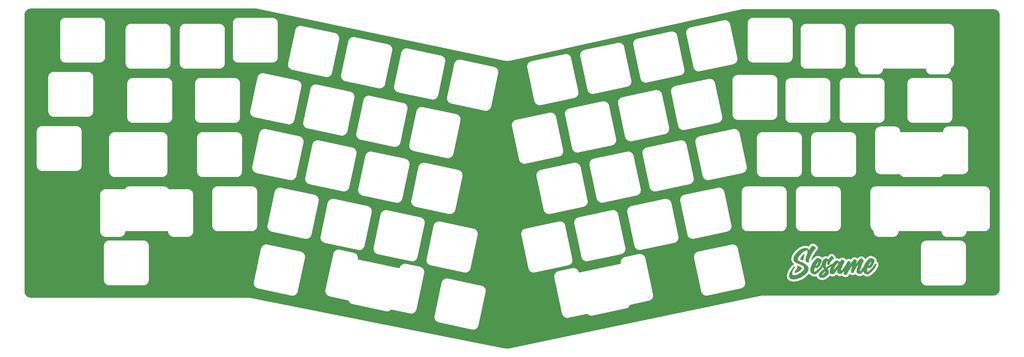
<source format=gbr>
%TF.GenerationSoftware,KiCad,Pcbnew,(5.1.9)-1*%
%TF.CreationDate,2021-01-18T12:39:19+01:00*%
%TF.ProjectId,switchplate,73776974-6368-4706-9c61-74652e6b6963,rev?*%
%TF.SameCoordinates,Original*%
%TF.FileFunction,Copper,L1,Top*%
%TF.FilePolarity,Positive*%
%FSLAX46Y46*%
G04 Gerber Fmt 4.6, Leading zero omitted, Abs format (unit mm)*
G04 Created by KiCad (PCBNEW (5.1.9)-1) date 2021-01-18 12:39:19*
%MOMM*%
%LPD*%
G01*
G04 APERTURE LIST*
%TA.AperFunction,EtchedComponent*%
%ADD10C,0.010000*%
%TD*%
%TA.AperFunction,NonConductor*%
%ADD11C,0.254000*%
%TD*%
%TA.AperFunction,NonConductor*%
%ADD12C,0.100000*%
%TD*%
G04 APERTURE END LIST*
D10*
%TO.C,G\u002A\u002A\u002A*%
G36*
X318540193Y-159527410D02*
G01*
X318665628Y-159557530D01*
X318813324Y-159610643D01*
X318835056Y-159619572D01*
X318966211Y-159682341D01*
X319092965Y-159758270D01*
X319211588Y-159843787D01*
X319318354Y-159935318D01*
X319409533Y-160029291D01*
X319481398Y-160122134D01*
X319530220Y-160210275D01*
X319552272Y-160290141D01*
X319553166Y-160307671D01*
X319552136Y-160337239D01*
X319546725Y-160363036D01*
X319533454Y-160390105D01*
X319508846Y-160423487D01*
X319469422Y-160468223D01*
X319411702Y-160529353D01*
X319370939Y-160571746D01*
X319165869Y-160797943D01*
X318956655Y-161054650D01*
X318745150Y-161339047D01*
X318533209Y-161648311D01*
X318322684Y-161979621D01*
X318115428Y-162330156D01*
X317913294Y-162697096D01*
X317718137Y-163077618D01*
X317697744Y-163119023D01*
X317567982Y-163393048D01*
X317453199Y-163655039D01*
X317353775Y-163903451D01*
X317270088Y-164136741D01*
X317202517Y-164353364D01*
X317151440Y-164551778D01*
X317117237Y-164730438D01*
X317100285Y-164887801D01*
X317100963Y-165022322D01*
X317119651Y-165132460D01*
X317156726Y-165216669D01*
X317176816Y-165242776D01*
X317192420Y-165273668D01*
X317178969Y-165302447D01*
X317134725Y-165331232D01*
X317087699Y-165351304D01*
X316981509Y-165374472D01*
X316864936Y-165369554D01*
X316742222Y-165339008D01*
X316617604Y-165285295D01*
X316495324Y-165210876D01*
X316379620Y-165118211D01*
X316274732Y-165009760D01*
X316184899Y-164887984D01*
X316134145Y-164797950D01*
X316082433Y-164680809D01*
X316050079Y-164572252D01*
X316035306Y-164461328D01*
X316036340Y-164337084D01*
X316044532Y-164245026D01*
X316054922Y-164162183D01*
X316067951Y-164079844D01*
X316084649Y-163994131D01*
X316106045Y-163901165D01*
X316133169Y-163797069D01*
X316167050Y-163677963D01*
X316208719Y-163539969D01*
X316259203Y-163379209D01*
X316319533Y-163191804D01*
X316344278Y-163115790D01*
X316422390Y-162874576D01*
X316489742Y-162662168D01*
X316547069Y-162475516D01*
X316595102Y-162311567D01*
X316634575Y-162167272D01*
X316666222Y-162039579D01*
X316690775Y-161925437D01*
X316708967Y-161821795D01*
X316721532Y-161725602D01*
X316729202Y-161633807D01*
X316732711Y-161543359D01*
X316733134Y-161497434D01*
X316728582Y-161340889D01*
X316714135Y-161214972D01*
X316688841Y-161117647D01*
X316651748Y-161046877D01*
X316601906Y-161000627D01*
X316538361Y-160976860D01*
X316487808Y-160972501D01*
X316375578Y-160985226D01*
X316244107Y-161022210D01*
X316095799Y-161081661D01*
X315933058Y-161161791D01*
X315758286Y-161260808D01*
X315573886Y-161376923D01*
X315382263Y-161508346D01*
X315185820Y-161653286D01*
X314986959Y-161809954D01*
X314788084Y-161976559D01*
X314591599Y-162151312D01*
X314399906Y-162332423D01*
X314215410Y-162518101D01*
X314040513Y-162706556D01*
X313877619Y-162895999D01*
X313834923Y-162948432D01*
X313656896Y-163179388D01*
X313507516Y-163393968D01*
X313386278Y-163593034D01*
X313292678Y-163777448D01*
X313226211Y-163948071D01*
X313203257Y-164027443D01*
X313176802Y-164167294D01*
X313174353Y-164290552D01*
X313197606Y-164401158D01*
X313248258Y-164503058D01*
X313328005Y-164600193D01*
X313438544Y-164696507D01*
X313514904Y-164751811D01*
X313599050Y-164807511D01*
X313688565Y-164862322D01*
X313786461Y-164917695D01*
X313895755Y-164975083D01*
X314019458Y-165035935D01*
X314160586Y-165101702D01*
X314322153Y-165173836D01*
X314507172Y-165253787D01*
X314718657Y-165343006D01*
X314896500Y-165416895D01*
X315188444Y-165542069D01*
X315449652Y-165664036D01*
X315682874Y-165784650D01*
X315890860Y-165905768D01*
X316076360Y-166029244D01*
X316242123Y-166156936D01*
X316390901Y-166290698D01*
X316525442Y-166432386D01*
X316648496Y-166583855D01*
X316671179Y-166614403D01*
X316788333Y-166795629D01*
X316877941Y-166983424D01*
X316941407Y-167182420D01*
X316980137Y-167397247D01*
X316995537Y-167632536D01*
X316995939Y-167684552D01*
X316992020Y-167835456D01*
X316979503Y-167963382D01*
X316956589Y-168078532D01*
X316921479Y-168191104D01*
X316894435Y-168260157D01*
X316809209Y-168438665D01*
X316700482Y-168619951D01*
X316566458Y-168806460D01*
X316405339Y-169000642D01*
X316215328Y-169204944D01*
X316158679Y-169262318D01*
X315833061Y-169565725D01*
X315480513Y-169851785D01*
X315104289Y-170118504D01*
X314707644Y-170363888D01*
X314293835Y-170585942D01*
X313866116Y-170782674D01*
X313427744Y-170952088D01*
X313364033Y-170974082D01*
X312995182Y-171088079D01*
X312642788Y-171173458D01*
X312305518Y-171230419D01*
X311982040Y-171259163D01*
X311671020Y-171259889D01*
X311524084Y-171250195D01*
X311373188Y-171232641D01*
X311234971Y-171206611D01*
X311091159Y-171168445D01*
X311044166Y-171154074D01*
X310853980Y-171080151D01*
X310690776Y-170985828D01*
X310554171Y-170870656D01*
X310443782Y-170734188D01*
X310359227Y-170575974D01*
X310300121Y-170395568D01*
X310273148Y-170251967D01*
X310260845Y-170056621D01*
X310274109Y-169843056D01*
X310311766Y-169613832D01*
X310372638Y-169371508D01*
X310455549Y-169118642D01*
X310559323Y-168857794D01*
X310682785Y-168591523D01*
X310824757Y-168322388D01*
X310984064Y-168052948D01*
X311159530Y-167785762D01*
X311349978Y-167523389D01*
X311554232Y-167268388D01*
X311743207Y-167053483D01*
X311803820Y-166990422D01*
X311861765Y-166935226D01*
X311910587Y-166893729D01*
X311943837Y-166871763D01*
X311944568Y-166871449D01*
X312035688Y-166850720D01*
X312127792Y-166860788D01*
X312212769Y-166899832D01*
X312263379Y-166943114D01*
X312290761Y-166977128D01*
X312304101Y-167009222D01*
X312301483Y-167043777D01*
X312280994Y-167085174D01*
X312240722Y-167137794D01*
X312178752Y-167206019D01*
X312123562Y-167263234D01*
X311914670Y-167500838D01*
X311729116Y-167760816D01*
X311569276Y-168038941D01*
X311437524Y-168330986D01*
X311336236Y-168632727D01*
X311320149Y-168692678D01*
X311289821Y-168833156D01*
X311268979Y-168977812D01*
X311258273Y-169117859D01*
X311258351Y-169244510D01*
X311269861Y-169348979D01*
X311271188Y-169355601D01*
X311317997Y-169505457D01*
X311390766Y-169634725D01*
X311487600Y-169741520D01*
X311606610Y-169823958D01*
X311745903Y-169880154D01*
X311813950Y-169896238D01*
X311967192Y-169911645D01*
X312142932Y-169904744D01*
X312338767Y-169876178D01*
X312552293Y-169826590D01*
X312781104Y-169756625D01*
X313022798Y-169666924D01*
X313274969Y-169558132D01*
X313516433Y-169440568D01*
X313846021Y-169260576D01*
X314147093Y-169072775D01*
X314424737Y-168873546D01*
X314684044Y-168659269D01*
X314898793Y-168457685D01*
X315059371Y-168291556D01*
X315193294Y-168137839D01*
X315303457Y-167992400D01*
X315392757Y-167851106D01*
X315464089Y-167709826D01*
X315516269Y-167576501D01*
X315537084Y-167485930D01*
X315547247Y-167375522D01*
X315546912Y-167257535D01*
X315536228Y-167144229D01*
X315515350Y-167047864D01*
X315509501Y-167030422D01*
X315441194Y-166889620D01*
X315339724Y-166750608D01*
X315205772Y-166613990D01*
X315040022Y-166480374D01*
X314843155Y-166350363D01*
X314615854Y-166224564D01*
X314582167Y-166207584D01*
X314485061Y-166159914D01*
X314393738Y-166116925D01*
X314302204Y-166076116D01*
X314204464Y-166034984D01*
X314094523Y-165991029D01*
X313966389Y-165941748D01*
X313814066Y-165884642D01*
X313762177Y-165865395D01*
X313456638Y-165748663D01*
X313183002Y-165636291D01*
X312939718Y-165527373D01*
X312725233Y-165421006D01*
X312537996Y-165316284D01*
X312376455Y-165212302D01*
X312239058Y-165108155D01*
X312124254Y-165002939D01*
X312030490Y-164895748D01*
X311981852Y-164827303D01*
X311894815Y-164662855D01*
X311835795Y-164481455D01*
X311804942Y-164285394D01*
X311802406Y-164076966D01*
X311828338Y-163858463D01*
X311882887Y-163632176D01*
X311900094Y-163577450D01*
X311938107Y-163474872D01*
X311990742Y-163351455D01*
X312054202Y-163214783D01*
X312124692Y-163072438D01*
X312198417Y-162932003D01*
X312271582Y-162801062D01*
X312340391Y-162687197D01*
X312363365Y-162651845D01*
X312623513Y-162291477D01*
X312913027Y-161947949D01*
X313231867Y-161621306D01*
X313579992Y-161311592D01*
X313696284Y-161217089D01*
X313993543Y-160995953D01*
X314294141Y-160802276D01*
X314595858Y-160637168D01*
X314896476Y-160501739D01*
X315193777Y-160397098D01*
X315478393Y-160325764D01*
X315634169Y-160302360D01*
X315804673Y-160289640D01*
X315979239Y-160287598D01*
X316147200Y-160296232D01*
X316297887Y-160315538D01*
X316350172Y-160326073D01*
X316550859Y-160388887D01*
X316739827Y-160482304D01*
X316914150Y-160604222D01*
X317070902Y-160752537D01*
X317207155Y-160925148D01*
X317228117Y-160956832D01*
X317261063Y-161006241D01*
X317287022Y-161041982D01*
X317300687Y-161056776D01*
X317301033Y-161056840D01*
X317311973Y-161042876D01*
X317335410Y-161004923D01*
X317367854Y-160948845D01*
X317404225Y-160883421D01*
X317463023Y-160778708D01*
X317533667Y-160657607D01*
X317612711Y-160525632D01*
X317696709Y-160388294D01*
X317782214Y-160251108D01*
X317865781Y-160119587D01*
X317943962Y-159999245D01*
X318013313Y-159895593D01*
X318070386Y-159814147D01*
X318084947Y-159794402D01*
X318140395Y-159723092D01*
X318194686Y-159657851D01*
X318241704Y-159605754D01*
X318275331Y-159573878D01*
X318276161Y-159573238D01*
X318347590Y-159535440D01*
X318434890Y-159520106D01*
X318540193Y-159527410D01*
G37*
X318540193Y-159527410D02*
X318665628Y-159557530D01*
X318813324Y-159610643D01*
X318835056Y-159619572D01*
X318966211Y-159682341D01*
X319092965Y-159758270D01*
X319211588Y-159843787D01*
X319318354Y-159935318D01*
X319409533Y-160029291D01*
X319481398Y-160122134D01*
X319530220Y-160210275D01*
X319552272Y-160290141D01*
X319553166Y-160307671D01*
X319552136Y-160337239D01*
X319546725Y-160363036D01*
X319533454Y-160390105D01*
X319508846Y-160423487D01*
X319469422Y-160468223D01*
X319411702Y-160529353D01*
X319370939Y-160571746D01*
X319165869Y-160797943D01*
X318956655Y-161054650D01*
X318745150Y-161339047D01*
X318533209Y-161648311D01*
X318322684Y-161979621D01*
X318115428Y-162330156D01*
X317913294Y-162697096D01*
X317718137Y-163077618D01*
X317697744Y-163119023D01*
X317567982Y-163393048D01*
X317453199Y-163655039D01*
X317353775Y-163903451D01*
X317270088Y-164136741D01*
X317202517Y-164353364D01*
X317151440Y-164551778D01*
X317117237Y-164730438D01*
X317100285Y-164887801D01*
X317100963Y-165022322D01*
X317119651Y-165132460D01*
X317156726Y-165216669D01*
X317176816Y-165242776D01*
X317192420Y-165273668D01*
X317178969Y-165302447D01*
X317134725Y-165331232D01*
X317087699Y-165351304D01*
X316981509Y-165374472D01*
X316864936Y-165369554D01*
X316742222Y-165339008D01*
X316617604Y-165285295D01*
X316495324Y-165210876D01*
X316379620Y-165118211D01*
X316274732Y-165009760D01*
X316184899Y-164887984D01*
X316134145Y-164797950D01*
X316082433Y-164680809D01*
X316050079Y-164572252D01*
X316035306Y-164461328D01*
X316036340Y-164337084D01*
X316044532Y-164245026D01*
X316054922Y-164162183D01*
X316067951Y-164079844D01*
X316084649Y-163994131D01*
X316106045Y-163901165D01*
X316133169Y-163797069D01*
X316167050Y-163677963D01*
X316208719Y-163539969D01*
X316259203Y-163379209D01*
X316319533Y-163191804D01*
X316344278Y-163115790D01*
X316422390Y-162874576D01*
X316489742Y-162662168D01*
X316547069Y-162475516D01*
X316595102Y-162311567D01*
X316634575Y-162167272D01*
X316666222Y-162039579D01*
X316690775Y-161925437D01*
X316708967Y-161821795D01*
X316721532Y-161725602D01*
X316729202Y-161633807D01*
X316732711Y-161543359D01*
X316733134Y-161497434D01*
X316728582Y-161340889D01*
X316714135Y-161214972D01*
X316688841Y-161117647D01*
X316651748Y-161046877D01*
X316601906Y-161000627D01*
X316538361Y-160976860D01*
X316487808Y-160972501D01*
X316375578Y-160985226D01*
X316244107Y-161022210D01*
X316095799Y-161081661D01*
X315933058Y-161161791D01*
X315758286Y-161260808D01*
X315573886Y-161376923D01*
X315382263Y-161508346D01*
X315185820Y-161653286D01*
X314986959Y-161809954D01*
X314788084Y-161976559D01*
X314591599Y-162151312D01*
X314399906Y-162332423D01*
X314215410Y-162518101D01*
X314040513Y-162706556D01*
X313877619Y-162895999D01*
X313834923Y-162948432D01*
X313656896Y-163179388D01*
X313507516Y-163393968D01*
X313386278Y-163593034D01*
X313292678Y-163777448D01*
X313226211Y-163948071D01*
X313203257Y-164027443D01*
X313176802Y-164167294D01*
X313174353Y-164290552D01*
X313197606Y-164401158D01*
X313248258Y-164503058D01*
X313328005Y-164600193D01*
X313438544Y-164696507D01*
X313514904Y-164751811D01*
X313599050Y-164807511D01*
X313688565Y-164862322D01*
X313786461Y-164917695D01*
X313895755Y-164975083D01*
X314019458Y-165035935D01*
X314160586Y-165101702D01*
X314322153Y-165173836D01*
X314507172Y-165253787D01*
X314718657Y-165343006D01*
X314896500Y-165416895D01*
X315188444Y-165542069D01*
X315449652Y-165664036D01*
X315682874Y-165784650D01*
X315890860Y-165905768D01*
X316076360Y-166029244D01*
X316242123Y-166156936D01*
X316390901Y-166290698D01*
X316525442Y-166432386D01*
X316648496Y-166583855D01*
X316671179Y-166614403D01*
X316788333Y-166795629D01*
X316877941Y-166983424D01*
X316941407Y-167182420D01*
X316980137Y-167397247D01*
X316995537Y-167632536D01*
X316995939Y-167684552D01*
X316992020Y-167835456D01*
X316979503Y-167963382D01*
X316956589Y-168078532D01*
X316921479Y-168191104D01*
X316894435Y-168260157D01*
X316809209Y-168438665D01*
X316700482Y-168619951D01*
X316566458Y-168806460D01*
X316405339Y-169000642D01*
X316215328Y-169204944D01*
X316158679Y-169262318D01*
X315833061Y-169565725D01*
X315480513Y-169851785D01*
X315104289Y-170118504D01*
X314707644Y-170363888D01*
X314293835Y-170585942D01*
X313866116Y-170782674D01*
X313427744Y-170952088D01*
X313364033Y-170974082D01*
X312995182Y-171088079D01*
X312642788Y-171173458D01*
X312305518Y-171230419D01*
X311982040Y-171259163D01*
X311671020Y-171259889D01*
X311524084Y-171250195D01*
X311373188Y-171232641D01*
X311234971Y-171206611D01*
X311091159Y-171168445D01*
X311044166Y-171154074D01*
X310853980Y-171080151D01*
X310690776Y-170985828D01*
X310554171Y-170870656D01*
X310443782Y-170734188D01*
X310359227Y-170575974D01*
X310300121Y-170395568D01*
X310273148Y-170251967D01*
X310260845Y-170056621D01*
X310274109Y-169843056D01*
X310311766Y-169613832D01*
X310372638Y-169371508D01*
X310455549Y-169118642D01*
X310559323Y-168857794D01*
X310682785Y-168591523D01*
X310824757Y-168322388D01*
X310984064Y-168052948D01*
X311159530Y-167785762D01*
X311349978Y-167523389D01*
X311554232Y-167268388D01*
X311743207Y-167053483D01*
X311803820Y-166990422D01*
X311861765Y-166935226D01*
X311910587Y-166893729D01*
X311943837Y-166871763D01*
X311944568Y-166871449D01*
X312035688Y-166850720D01*
X312127792Y-166860788D01*
X312212769Y-166899832D01*
X312263379Y-166943114D01*
X312290761Y-166977128D01*
X312304101Y-167009222D01*
X312301483Y-167043777D01*
X312280994Y-167085174D01*
X312240722Y-167137794D01*
X312178752Y-167206019D01*
X312123562Y-167263234D01*
X311914670Y-167500838D01*
X311729116Y-167760816D01*
X311569276Y-168038941D01*
X311437524Y-168330986D01*
X311336236Y-168632727D01*
X311320149Y-168692678D01*
X311289821Y-168833156D01*
X311268979Y-168977812D01*
X311258273Y-169117859D01*
X311258351Y-169244510D01*
X311269861Y-169348979D01*
X311271188Y-169355601D01*
X311317997Y-169505457D01*
X311390766Y-169634725D01*
X311487600Y-169741520D01*
X311606610Y-169823958D01*
X311745903Y-169880154D01*
X311813950Y-169896238D01*
X311967192Y-169911645D01*
X312142932Y-169904744D01*
X312338767Y-169876178D01*
X312552293Y-169826590D01*
X312781104Y-169756625D01*
X313022798Y-169666924D01*
X313274969Y-169558132D01*
X313516433Y-169440568D01*
X313846021Y-169260576D01*
X314147093Y-169072775D01*
X314424737Y-168873546D01*
X314684044Y-168659269D01*
X314898793Y-168457685D01*
X315059371Y-168291556D01*
X315193294Y-168137839D01*
X315303457Y-167992400D01*
X315392757Y-167851106D01*
X315464089Y-167709826D01*
X315516269Y-167576501D01*
X315537084Y-167485930D01*
X315547247Y-167375522D01*
X315546912Y-167257535D01*
X315536228Y-167144229D01*
X315515350Y-167047864D01*
X315509501Y-167030422D01*
X315441194Y-166889620D01*
X315339724Y-166750608D01*
X315205772Y-166613990D01*
X315040022Y-166480374D01*
X314843155Y-166350363D01*
X314615854Y-166224564D01*
X314582167Y-166207584D01*
X314485061Y-166159914D01*
X314393738Y-166116925D01*
X314302204Y-166076116D01*
X314204464Y-166034984D01*
X314094523Y-165991029D01*
X313966389Y-165941748D01*
X313814066Y-165884642D01*
X313762177Y-165865395D01*
X313456638Y-165748663D01*
X313183002Y-165636291D01*
X312939718Y-165527373D01*
X312725233Y-165421006D01*
X312537996Y-165316284D01*
X312376455Y-165212302D01*
X312239058Y-165108155D01*
X312124254Y-165002939D01*
X312030490Y-164895748D01*
X311981852Y-164827303D01*
X311894815Y-164662855D01*
X311835795Y-164481455D01*
X311804942Y-164285394D01*
X311802406Y-164076966D01*
X311828338Y-163858463D01*
X311882887Y-163632176D01*
X311900094Y-163577450D01*
X311938107Y-163474872D01*
X311990742Y-163351455D01*
X312054202Y-163214783D01*
X312124692Y-163072438D01*
X312198417Y-162932003D01*
X312271582Y-162801062D01*
X312340391Y-162687197D01*
X312363365Y-162651845D01*
X312623513Y-162291477D01*
X312913027Y-161947949D01*
X313231867Y-161621306D01*
X313579992Y-161311592D01*
X313696284Y-161217089D01*
X313993543Y-160995953D01*
X314294141Y-160802276D01*
X314595858Y-160637168D01*
X314896476Y-160501739D01*
X315193777Y-160397098D01*
X315478393Y-160325764D01*
X315634169Y-160302360D01*
X315804673Y-160289640D01*
X315979239Y-160287598D01*
X316147200Y-160296232D01*
X316297887Y-160315538D01*
X316350172Y-160326073D01*
X316550859Y-160388887D01*
X316739827Y-160482304D01*
X316914150Y-160604222D01*
X317070902Y-160752537D01*
X317207155Y-160925148D01*
X317228117Y-160956832D01*
X317261063Y-161006241D01*
X317287022Y-161041982D01*
X317300687Y-161056776D01*
X317301033Y-161056840D01*
X317311973Y-161042876D01*
X317335410Y-161004923D01*
X317367854Y-160948845D01*
X317404225Y-160883421D01*
X317463023Y-160778708D01*
X317533667Y-160657607D01*
X317612711Y-160525632D01*
X317696709Y-160388294D01*
X317782214Y-160251108D01*
X317865781Y-160119587D01*
X317943962Y-159999245D01*
X318013313Y-159895593D01*
X318070386Y-159814147D01*
X318084947Y-159794402D01*
X318140395Y-159723092D01*
X318194686Y-159657851D01*
X318241704Y-159605754D01*
X318275331Y-159573878D01*
X318276161Y-159573238D01*
X318347590Y-159535440D01*
X318434890Y-159520106D01*
X318540193Y-159527410D01*
G36*
X325167484Y-163106038D02*
G01*
X325235288Y-163112414D01*
X325296082Y-163135297D01*
X325333599Y-163157171D01*
X325436741Y-163233135D01*
X325537429Y-163326578D01*
X325631229Y-163431578D01*
X325713705Y-163542212D01*
X325780419Y-163652560D01*
X325826938Y-163756699D01*
X325848374Y-163844404D01*
X325851086Y-163874182D01*
X325849405Y-163899061D01*
X325839969Y-163923198D01*
X325819417Y-163950752D01*
X325784387Y-163985879D01*
X325731518Y-164032738D01*
X325657449Y-164095486D01*
X325619919Y-164126984D01*
X325511137Y-164225505D01*
X325390005Y-164347889D01*
X325261151Y-164488696D01*
X325129203Y-164642487D01*
X324998789Y-164803820D01*
X324874536Y-164967255D01*
X324761072Y-165127354D01*
X324731711Y-165171077D01*
X324660017Y-165285300D01*
X324588990Y-165409413D01*
X324522063Y-165536485D01*
X324462667Y-165659583D01*
X324414236Y-165771776D01*
X324380201Y-165866133D01*
X324370703Y-165900088D01*
X324351228Y-166026142D01*
X324353615Y-166148057D01*
X324371264Y-166234534D01*
X324375790Y-166257911D01*
X324365033Y-166269050D01*
X324331413Y-166272441D01*
X324306902Y-166272634D01*
X324248581Y-166265783D01*
X324179589Y-166243471D01*
X324095062Y-166204751D01*
X323957280Y-166117647D01*
X323835606Y-166004438D01*
X323736246Y-165871405D01*
X323699196Y-165804172D01*
X323669774Y-165740592D01*
X323652994Y-165689583D01*
X323645671Y-165636452D01*
X323644620Y-165566507D01*
X323644812Y-165553319D01*
X323657652Y-165414928D01*
X323690955Y-165256955D01*
X323743168Y-165085551D01*
X323800836Y-164934901D01*
X323830603Y-164862527D01*
X323848015Y-164815473D01*
X323854269Y-164788020D01*
X323850563Y-164774452D01*
X323838093Y-164769050D01*
X323835650Y-164768609D01*
X323794284Y-164773456D01*
X323735640Y-164794880D01*
X323668898Y-164828319D01*
X323603238Y-164869209D01*
X323551043Y-164910061D01*
X323490939Y-164974156D01*
X323424432Y-165061268D01*
X323357167Y-165162759D01*
X323294787Y-165269994D01*
X323242934Y-165374336D01*
X323233535Y-165395962D01*
X323172273Y-165563503D01*
X323120605Y-165749079D01*
X323082622Y-165937309D01*
X323074054Y-165995385D01*
X323065535Y-166088948D01*
X323061555Y-166200242D01*
X323061819Y-166320614D01*
X323066034Y-166441408D01*
X323073903Y-166553970D01*
X323085133Y-166649647D01*
X323098628Y-166716951D01*
X323128915Y-166807044D01*
X323169846Y-166902918D01*
X323215897Y-166993147D01*
X323261541Y-167066307D01*
X323277835Y-167087501D01*
X323323449Y-167142139D01*
X323652341Y-166918058D01*
X323771207Y-166836893D01*
X323904395Y-166745654D01*
X324041360Y-166651584D01*
X324171555Y-166561925D01*
X324284436Y-166483919D01*
X324286033Y-166482813D01*
X324501030Y-166337365D01*
X324707067Y-166204887D01*
X324901746Y-166086687D01*
X325082672Y-165984072D01*
X325247449Y-165898348D01*
X325393682Y-165830821D01*
X325518974Y-165782799D01*
X325618758Y-165755989D01*
X325654094Y-165744779D01*
X325686993Y-165721621D01*
X325724605Y-165680316D01*
X325761016Y-165632597D01*
X325857660Y-165507005D01*
X325965133Y-165377749D01*
X326078913Y-165249521D01*
X326194477Y-165127012D01*
X326307303Y-165014912D01*
X326412870Y-164917914D01*
X326506655Y-164840708D01*
X326562345Y-164801293D01*
X326710377Y-164723139D01*
X326862154Y-164677328D01*
X327018508Y-164663935D01*
X327180268Y-164683036D01*
X327348266Y-164734708D01*
X327523332Y-164819027D01*
X327657217Y-164902013D01*
X327735345Y-164953951D01*
X327825857Y-165012949D01*
X327912299Y-165068307D01*
X327933467Y-165081657D01*
X328077653Y-165172186D01*
X328112243Y-165131399D01*
X328135857Y-165103042D01*
X328175552Y-165054836D01*
X328226048Y-164993213D01*
X328282065Y-164924603D01*
X328289573Y-164915389D01*
X328407952Y-164772131D01*
X328508711Y-164654581D01*
X328591406Y-164563229D01*
X328655593Y-164498561D01*
X328700830Y-164461065D01*
X328705229Y-164458253D01*
X328775798Y-164432729D01*
X328866939Y-164426236D01*
X328971997Y-164437665D01*
X329084317Y-164465908D01*
X329197244Y-164509855D01*
X329281366Y-164554262D01*
X329362767Y-164610179D01*
X329444693Y-164678774D01*
X329519352Y-164752451D01*
X329578955Y-164823612D01*
X329612104Y-164876747D01*
X329633454Y-164926332D01*
X329645303Y-164972306D01*
X329646354Y-165019553D01*
X329635307Y-165072957D01*
X329610864Y-165137401D01*
X329571725Y-165217770D01*
X329516592Y-165318947D01*
X329475051Y-165392100D01*
X329394716Y-165535838D01*
X329307088Y-165698736D01*
X329215303Y-165874500D01*
X329122499Y-166056836D01*
X329031811Y-166239450D01*
X328946378Y-166416048D01*
X328869336Y-166580335D01*
X328803823Y-166726018D01*
X328766113Y-166814500D01*
X328683764Y-167021732D01*
X328608471Y-167226740D01*
X328543063Y-167421359D01*
X328490371Y-167597421D01*
X328475572Y-167652701D01*
X328457102Y-167740400D01*
X328443824Y-167836059D01*
X328435983Y-167932429D01*
X328433822Y-168022259D01*
X328437588Y-168098301D01*
X328447524Y-168153305D01*
X328457940Y-168175003D01*
X328499235Y-168200206D01*
X328556741Y-168197783D01*
X328628959Y-168168974D01*
X328714389Y-168115020D01*
X328811533Y-168037161D01*
X328918890Y-167936639D01*
X329034963Y-167814694D01*
X329158251Y-167672567D01*
X329287257Y-167511498D01*
X329334520Y-167449501D01*
X329476581Y-167255575D01*
X329554124Y-167144701D01*
X330949300Y-167144701D01*
X330957766Y-167153167D01*
X330966233Y-167144701D01*
X330957766Y-167136234D01*
X330949300Y-167144701D01*
X329554124Y-167144701D01*
X329624684Y-167043813D01*
X329775375Y-166819723D01*
X329925203Y-166588815D01*
X330070713Y-166356596D01*
X330208453Y-166128577D01*
X330334970Y-165910266D01*
X330446811Y-165707171D01*
X330539165Y-165527567D01*
X330633479Y-165341233D01*
X330717732Y-165186462D01*
X330791840Y-165063383D01*
X330855720Y-164972129D01*
X330909286Y-164912829D01*
X330949640Y-164886519D01*
X331009507Y-164871486D01*
X331072149Y-164869771D01*
X331146879Y-164882040D01*
X331237199Y-164907148D01*
X331405702Y-164971699D01*
X331555944Y-165056903D01*
X331699227Y-165169182D01*
X331700876Y-165170653D01*
X331745839Y-165218315D01*
X331788819Y-165276304D01*
X331823595Y-165334766D01*
X331843945Y-165383847D01*
X331846766Y-165401744D01*
X331837569Y-165431418D01*
X331812913Y-165480256D01*
X331777197Y-165539992D01*
X331756139Y-165571995D01*
X331706224Y-165649376D01*
X331644751Y-165750866D01*
X331575191Y-165870227D01*
X331501017Y-166001219D01*
X331425703Y-166137605D01*
X331352721Y-166273145D01*
X331285545Y-166401602D01*
X331227648Y-166516736D01*
X331210552Y-166552034D01*
X331164263Y-166650427D01*
X331118606Y-166750449D01*
X331075650Y-166847242D01*
X331037462Y-166935945D01*
X331006113Y-167011698D01*
X330983670Y-167069643D01*
X330972202Y-167104920D01*
X330971595Y-167113374D01*
X330982262Y-167102047D01*
X331007670Y-167066933D01*
X331044477Y-167012881D01*
X331089340Y-166944740D01*
X331110581Y-166911836D01*
X331198751Y-166775567D01*
X331297084Y-166625509D01*
X331402783Y-166465788D01*
X331513051Y-166300532D01*
X331625093Y-166133865D01*
X331736111Y-165969915D01*
X331843310Y-165812807D01*
X331943893Y-165666668D01*
X332035063Y-165535625D01*
X332114025Y-165423803D01*
X332177980Y-165335329D01*
X332190099Y-165318951D01*
X332263675Y-165219851D01*
X332340398Y-165116116D01*
X332414235Y-165015932D01*
X332479149Y-164927489D01*
X332524099Y-164865870D01*
X332598136Y-164768805D01*
X332679431Y-164670558D01*
X332763478Y-164575854D01*
X332845770Y-164489421D01*
X332921800Y-164415987D01*
X332987061Y-164360276D01*
X333037047Y-164327017D01*
X333038616Y-164326245D01*
X333137733Y-164296226D01*
X333250789Y-164292740D01*
X333372820Y-164314215D01*
X333498862Y-164359082D01*
X333623954Y-164425772D01*
X333743131Y-164512714D01*
X333804149Y-164568387D01*
X333876642Y-164644334D01*
X333924627Y-164708376D01*
X333950864Y-164768694D01*
X333958113Y-164833470D01*
X333949134Y-164910885D01*
X333937707Y-164964252D01*
X333916232Y-165042776D01*
X333886420Y-165135489D01*
X333853750Y-165225660D01*
X333844360Y-165249347D01*
X333816489Y-165322152D01*
X333782739Y-165416828D01*
X333746772Y-165522749D01*
X333712251Y-165629291D01*
X333701356Y-165664214D01*
X333670945Y-165761977D01*
X333641022Y-165856658D01*
X333614290Y-165939804D01*
X333593455Y-166002963D01*
X333586491Y-166023273D01*
X333569709Y-166075886D01*
X333560507Y-166114515D01*
X333560436Y-166129281D01*
X333572991Y-166120023D01*
X333599962Y-166088392D01*
X333636734Y-166040030D01*
X333660219Y-166007272D01*
X333743695Y-165890688D01*
X333842235Y-165756673D01*
X333951710Y-165610566D01*
X334067994Y-165457706D01*
X334186957Y-165303429D01*
X334304473Y-165153074D01*
X334416412Y-165011980D01*
X334518649Y-164885484D01*
X334607054Y-164778924D01*
X334639379Y-164741036D01*
X334784661Y-164578035D01*
X334925472Y-164430617D01*
X335059185Y-164301175D01*
X335183171Y-164192100D01*
X335294803Y-164105783D01*
X335391454Y-164044617D01*
X335420659Y-164029870D01*
X335538417Y-163991769D01*
X335656044Y-163987435D01*
X335774406Y-164016888D01*
X335821980Y-164038049D01*
X335897016Y-164085378D01*
X335981690Y-164154593D01*
X336068804Y-164238195D01*
X336151158Y-164328684D01*
X336221551Y-164418563D01*
X336272784Y-164500333D01*
X336280201Y-164515273D01*
X336313544Y-164593125D01*
X336334767Y-164663536D01*
X336343140Y-164732025D01*
X336337935Y-164804109D01*
X336318423Y-164885307D01*
X336283874Y-164981135D01*
X336233559Y-165097111D01*
X336191395Y-165187300D01*
X336100736Y-165384055D01*
X336002931Y-165607542D01*
X335900075Y-165852257D01*
X335794264Y-166112694D01*
X335687594Y-166383350D01*
X335582159Y-166658718D01*
X335480055Y-166933295D01*
X335383379Y-167201576D01*
X335294225Y-167458055D01*
X335214688Y-167697229D01*
X335146865Y-167913592D01*
X335123331Y-167993048D01*
X335097446Y-168086387D01*
X335072181Y-168184982D01*
X335048760Y-168283132D01*
X335028409Y-168375137D01*
X335012354Y-168455295D01*
X335001819Y-168517903D01*
X334998031Y-168557262D01*
X334999817Y-168567729D01*
X335015195Y-168561384D01*
X335051721Y-168539992D01*
X335102587Y-168507620D01*
X335123445Y-168493831D01*
X335215452Y-168425251D01*
X335320169Y-168335271D01*
X335431074Y-168230365D01*
X335541640Y-168117006D01*
X335645345Y-168001670D01*
X335735663Y-167890829D01*
X335749265Y-167872834D01*
X335828676Y-167763032D01*
X335917547Y-167634291D01*
X336013171Y-167491005D01*
X336112839Y-167337570D01*
X336213844Y-167178378D01*
X336313478Y-167017827D01*
X336409032Y-166860309D01*
X336497799Y-166710219D01*
X336577071Y-166571953D01*
X336595909Y-166537672D01*
X338051476Y-166537672D01*
X338074120Y-166553014D01*
X338119872Y-166555261D01*
X338181048Y-166545414D01*
X338249962Y-166524478D01*
X338293921Y-166506032D01*
X338390315Y-166446466D01*
X338491376Y-166357898D01*
X338594071Y-166244308D01*
X338695370Y-166109676D01*
X338792242Y-165957981D01*
X338881657Y-165793202D01*
X338950149Y-165644372D01*
X338988466Y-165546119D01*
X339028763Y-165429797D01*
X339068135Y-165305074D01*
X339103679Y-165181618D01*
X339132491Y-165069097D01*
X339151668Y-164977179D01*
X339153060Y-164968767D01*
X339165248Y-164892567D01*
X339061193Y-164994167D01*
X338991099Y-165067803D01*
X338912281Y-165159577D01*
X338826842Y-165266269D01*
X338736890Y-165384660D01*
X338644531Y-165511532D01*
X338551869Y-165643664D01*
X338461011Y-165777839D01*
X338374063Y-165910836D01*
X338293131Y-166039437D01*
X338220320Y-166160422D01*
X338157737Y-166270573D01*
X338107486Y-166366670D01*
X338071675Y-166445495D01*
X338052409Y-166503827D01*
X338051476Y-166537672D01*
X336595909Y-166537672D01*
X336644140Y-166449905D01*
X336696297Y-166348470D01*
X336720463Y-166296713D01*
X336882085Y-165953439D01*
X337059891Y-165620422D01*
X337251165Y-165301752D01*
X337453192Y-165001520D01*
X337663253Y-164723816D01*
X337878632Y-164472730D01*
X338046603Y-164299901D01*
X338209378Y-164150271D01*
X338359846Y-164029945D01*
X338500919Y-163937975D01*
X338635509Y-163873409D01*
X338766529Y-163835298D01*
X338896890Y-163822692D01*
X339029505Y-163834640D01*
X339167285Y-163870194D01*
X339258645Y-163904533D01*
X339324620Y-163935285D01*
X339409140Y-163979581D01*
X339506368Y-164033871D01*
X339610465Y-164094603D01*
X339715593Y-164158225D01*
X339815915Y-164221185D01*
X339905593Y-164279933D01*
X339978790Y-164330916D01*
X340029667Y-164370583D01*
X340039614Y-164379657D01*
X340102908Y-164449872D01*
X340148927Y-164523615D01*
X340178021Y-164605000D01*
X340190540Y-164698140D01*
X340186834Y-164807150D01*
X340167251Y-164936144D01*
X340132143Y-165089235D01*
X340107671Y-165180434D01*
X340026362Y-165436328D01*
X339925953Y-165692296D01*
X339809333Y-165943229D01*
X339679387Y-166184019D01*
X339539005Y-166409555D01*
X339391072Y-166614728D01*
X339238476Y-166794431D01*
X339139200Y-166894182D01*
X338976680Y-167025464D01*
X338804812Y-167124667D01*
X338625014Y-167191477D01*
X338438700Y-167225577D01*
X338247289Y-167226653D01*
X338052196Y-167194387D01*
X337940690Y-167161233D01*
X337879385Y-167140301D01*
X337830238Y-167123922D01*
X337802254Y-167115087D01*
X337799976Y-167114485D01*
X337784929Y-167127496D01*
X337762721Y-167168339D01*
X337735257Y-167232215D01*
X337704443Y-167314325D01*
X337672187Y-167409873D01*
X337640395Y-167514059D01*
X337638180Y-167521745D01*
X337577813Y-167762192D01*
X337536627Y-167993862D01*
X337515782Y-168209633D01*
X337513419Y-168287701D01*
X337515970Y-168406296D01*
X337527628Y-168495364D01*
X337550603Y-168558534D01*
X337587103Y-168599435D01*
X337639341Y-168621698D01*
X337709525Y-168628951D01*
X337721234Y-168628973D01*
X337823613Y-168614261D01*
X337942476Y-168572627D01*
X338076017Y-168505654D01*
X338222431Y-168414923D01*
X338379909Y-168302015D01*
X338546648Y-168168513D01*
X338720840Y-168015999D01*
X338900680Y-167846052D01*
X339084360Y-167660257D01*
X339270076Y-167460193D01*
X339456022Y-167247443D01*
X339640390Y-167023589D01*
X339821374Y-166790211D01*
X339822209Y-166789100D01*
X339980182Y-166571666D01*
X340118829Y-166364321D01*
X340245314Y-166156053D01*
X340317782Y-166027100D01*
X340369753Y-165932831D01*
X340409466Y-165864333D01*
X340440625Y-165817509D01*
X340466936Y-165788261D01*
X340492102Y-165772492D01*
X340519827Y-165766105D01*
X340553818Y-165765001D01*
X340554733Y-165765006D01*
X340644360Y-165778514D01*
X340727094Y-165814628D01*
X340796634Y-165868138D01*
X340846678Y-165933837D01*
X340870925Y-166006515D01*
X340872233Y-166027436D01*
X340864946Y-166078429D01*
X340844335Y-166154546D01*
X340812278Y-166250645D01*
X340770651Y-166361586D01*
X340721331Y-166482228D01*
X340666193Y-166607430D01*
X340639599Y-166664705D01*
X340481316Y-166969088D01*
X340293487Y-167276845D01*
X340079626Y-167583999D01*
X339843246Y-167886573D01*
X339587860Y-168180590D01*
X339316983Y-168462071D01*
X339034126Y-168727041D01*
X338742805Y-168971522D01*
X338446531Y-169191537D01*
X338349166Y-169257504D01*
X338205550Y-169348515D01*
X338080610Y-169417482D01*
X337968411Y-169465625D01*
X337863017Y-169494161D01*
X337758491Y-169504312D01*
X337648899Y-169497297D01*
X337528304Y-169474335D01*
X337426173Y-169447122D01*
X337274248Y-169393791D01*
X337117935Y-169322073D01*
X336962926Y-169235866D01*
X336814913Y-169139062D01*
X336679588Y-169035558D01*
X336562644Y-168929249D01*
X336469771Y-168824030D01*
X336429021Y-168764778D01*
X336382044Y-168673385D01*
X336338255Y-168562832D01*
X336303160Y-168447744D01*
X336292381Y-168401778D01*
X336287222Y-168384147D01*
X336278931Y-168378482D01*
X336264050Y-168387918D01*
X336239121Y-168415593D01*
X336200685Y-168464643D01*
X336152343Y-168528778D01*
X336051542Y-168655518D01*
X335940234Y-168781917D01*
X335823282Y-168903362D01*
X335705548Y-169015237D01*
X335591895Y-169112928D01*
X335487187Y-169191820D01*
X335396286Y-169247298D01*
X335393909Y-169248510D01*
X335284328Y-169289170D01*
X335154207Y-169313431D01*
X335012925Y-169320767D01*
X334869858Y-169310649D01*
X334743446Y-169285119D01*
X334624028Y-169246134D01*
X334501247Y-169195648D01*
X334381306Y-169137136D01*
X334270406Y-169074078D01*
X334174750Y-169009950D01*
X334100539Y-168948231D01*
X334060112Y-168901961D01*
X334023618Y-168843490D01*
X333998756Y-168787157D01*
X333982746Y-168723073D01*
X333972807Y-168641347D01*
X333968369Y-168575567D01*
X333966902Y-168447469D01*
X333976251Y-168303763D01*
X333996864Y-168142025D01*
X334029188Y-167959830D01*
X334073673Y-167754754D01*
X334130766Y-167524375D01*
X334200916Y-167266267D01*
X334228268Y-167170211D01*
X334297260Y-166935975D01*
X334362617Y-166726679D01*
X334427229Y-166534031D01*
X334493989Y-166349742D01*
X334565790Y-166165518D01*
X334645522Y-165973069D01*
X334647324Y-165968829D01*
X334708094Y-165825890D01*
X334638520Y-165892629D01*
X334603876Y-165928303D01*
X334552934Y-165983920D01*
X334491102Y-166053425D01*
X334423789Y-166130765D01*
X334379716Y-166182301D01*
X334157259Y-166460928D01*
X333937304Y-166768708D01*
X333722585Y-167100927D01*
X333515834Y-167452872D01*
X333319787Y-167819829D01*
X333137175Y-168197086D01*
X332970732Y-168579930D01*
X332928524Y-168684642D01*
X332892581Y-168773002D01*
X332858760Y-168851859D01*
X332829843Y-168915038D01*
X332808610Y-168956366D01*
X332800866Y-168967944D01*
X332753019Y-168997443D01*
X332682335Y-169010952D01*
X332595041Y-169009867D01*
X332497362Y-168995582D01*
X332395526Y-168969493D01*
X332295760Y-168932996D01*
X332204289Y-168887485D01*
X332127340Y-168834357D01*
X332102096Y-168811358D01*
X332058022Y-168757704D01*
X332019197Y-168695017D01*
X332011064Y-168678195D01*
X331995487Y-168631309D01*
X331986480Y-168573664D01*
X331984375Y-168502596D01*
X331989505Y-168415444D01*
X332002201Y-168309545D01*
X332022794Y-168182237D01*
X332051618Y-168030858D01*
X332089002Y-167852746D01*
X332135280Y-167645238D01*
X332145190Y-167601901D01*
X332194516Y-167389657D01*
X332243486Y-167184170D01*
X332291047Y-166989603D01*
X332336148Y-166810120D01*
X332377736Y-166649887D01*
X332414761Y-166513067D01*
X332446171Y-166403825D01*
X332455219Y-166374234D01*
X332505403Y-166213367D01*
X332462393Y-166264167D01*
X332374590Y-166372082D01*
X332280851Y-166495740D01*
X332179585Y-166637482D01*
X332069200Y-166799651D01*
X331948105Y-166984591D01*
X331814710Y-167194643D01*
X331667423Y-167432150D01*
X331651583Y-167457967D01*
X331473865Y-167749188D01*
X331312389Y-168016666D01*
X331164597Y-168264824D01*
X331027927Y-168498086D01*
X330899820Y-168720875D01*
X330777716Y-168937616D01*
X330659053Y-169152731D01*
X330541272Y-169370645D01*
X330501802Y-169444602D01*
X330450034Y-169537440D01*
X330405556Y-169603923D01*
X330362732Y-169649002D01*
X330315929Y-169677627D01*
X330259515Y-169694747D01*
X330207735Y-169702987D01*
X330112499Y-169703598D01*
X330002150Y-169686183D01*
X329884319Y-169653779D01*
X329766633Y-169609423D01*
X329656723Y-169556153D01*
X329562216Y-169497006D01*
X329490743Y-169435018D01*
X329469608Y-169409122D01*
X329440033Y-169361102D01*
X329425971Y-169315670D01*
X329422799Y-169256313D01*
X329423030Y-169242798D01*
X329427584Y-169175827D01*
X329438131Y-169082686D01*
X329453563Y-168970319D01*
X329472774Y-168845670D01*
X329494655Y-168715684D01*
X329518100Y-168587304D01*
X329542001Y-168467474D01*
X329559121Y-168389301D01*
X329607751Y-168177634D01*
X329563092Y-168235976D01*
X329385313Y-168457896D01*
X329208525Y-168658383D01*
X329034391Y-168836053D01*
X328864569Y-168989521D01*
X328700720Y-169117403D01*
X328544504Y-169218312D01*
X328397581Y-169290866D01*
X328261612Y-169333679D01*
X328242538Y-169337401D01*
X328098661Y-169346667D01*
X327949482Y-169326493D01*
X327800205Y-169279635D01*
X327656029Y-169208850D01*
X327522156Y-169116894D01*
X327403787Y-169006524D01*
X327306124Y-168880497D01*
X327272337Y-168823197D01*
X327246462Y-168772078D01*
X327229579Y-168727771D01*
X327219334Y-168679757D01*
X327213374Y-168617516D01*
X327209854Y-168543904D01*
X327212305Y-168391487D01*
X327230786Y-168215633D01*
X327265551Y-168014831D01*
X327316857Y-167787567D01*
X327374821Y-167568312D01*
X327391492Y-167507870D01*
X327399001Y-167475542D01*
X327397328Y-167466836D01*
X327386453Y-167477257D01*
X327374476Y-167492112D01*
X327356765Y-167515087D01*
X327321224Y-167561758D01*
X327270397Y-167628766D01*
X327206824Y-167712753D01*
X327133050Y-167810359D01*
X327051616Y-167918227D01*
X326970915Y-168025234D01*
X326876493Y-168149948D01*
X326780032Y-168276357D01*
X326685492Y-168399341D01*
X326596831Y-168513784D01*
X326518009Y-168614566D01*
X326452985Y-168696568D01*
X326420765Y-168736434D01*
X326328042Y-168847507D01*
X326232497Y-168957763D01*
X326137516Y-169063640D01*
X326046487Y-169161572D01*
X325962797Y-169247997D01*
X325889833Y-169319352D01*
X325830982Y-169372072D01*
X325789632Y-169402594D01*
X325785344Y-169404937D01*
X325684488Y-169438883D01*
X325565031Y-169450037D01*
X325431856Y-169440009D01*
X325289847Y-169410410D01*
X325143887Y-169362852D01*
X324998859Y-169298944D01*
X324859646Y-169220297D01*
X324731130Y-169128521D01*
X324618196Y-169025228D01*
X324610986Y-169017592D01*
X324547513Y-168942109D01*
X324507900Y-168872272D01*
X324487289Y-168795781D01*
X324480823Y-168700333D01*
X324480766Y-168687860D01*
X324490415Y-168519230D01*
X324518666Y-168326515D01*
X324556342Y-168151101D01*
X325738662Y-168151101D01*
X325788537Y-168115587D01*
X325815887Y-168091712D01*
X325861040Y-168047351D01*
X325919300Y-167987328D01*
X325985971Y-167916473D01*
X326047451Y-167849454D01*
X326156214Y-167727320D01*
X326271978Y-167593442D01*
X326392737Y-167450424D01*
X326516484Y-167300872D01*
X326641213Y-167147393D01*
X326764916Y-166992592D01*
X326885589Y-166839075D01*
X327001223Y-166689447D01*
X327109814Y-166546315D01*
X327209354Y-166412284D01*
X327297837Y-166289960D01*
X327373256Y-166181949D01*
X327433606Y-166090857D01*
X327476879Y-166019289D01*
X327501069Y-165969852D01*
X327505027Y-165956469D01*
X327511114Y-165871961D01*
X327501694Y-165780951D01*
X327479368Y-165692001D01*
X327446739Y-165613676D01*
X327406410Y-165554537D01*
X327375193Y-165529251D01*
X327338566Y-165514660D01*
X327301663Y-165513942D01*
X327260321Y-165529452D01*
X327210375Y-165563544D01*
X327147661Y-165618574D01*
X327068012Y-165696895D01*
X327054633Y-165710506D01*
X326921589Y-165853194D01*
X326797661Y-166001493D01*
X326677301Y-166162684D01*
X326554960Y-166344048D01*
X326474636Y-166471509D01*
X326363346Y-166658731D01*
X326255340Y-166853169D01*
X326152582Y-167050487D01*
X326057035Y-167246347D01*
X325970663Y-167436412D01*
X325895429Y-167616345D01*
X325833297Y-167781810D01*
X325786230Y-167928470D01*
X325756191Y-168051987D01*
X325754223Y-168062768D01*
X325738662Y-168151101D01*
X324556342Y-168151101D01*
X324564479Y-168113219D01*
X324626812Y-167882845D01*
X324704625Y-167638897D01*
X324796877Y-167384878D01*
X324902526Y-167124291D01*
X325020532Y-166860639D01*
X325029295Y-166842017D01*
X325064536Y-166766944D01*
X325093854Y-166703670D01*
X325114555Y-166658067D01*
X325123948Y-166636009D01*
X325124233Y-166634942D01*
X325110891Y-166641560D01*
X325074098Y-166663756D01*
X325018704Y-166698506D01*
X324949559Y-166742788D01*
X324908333Y-166769520D01*
X324771510Y-166859944D01*
X324629964Y-166955928D01*
X324487385Y-167054779D01*
X324347462Y-167153804D01*
X324213883Y-167250310D01*
X324090338Y-167341604D01*
X323980515Y-167424993D01*
X323888103Y-167497783D01*
X323816790Y-167557282D01*
X323771658Y-167599343D01*
X323714484Y-167658731D01*
X323836858Y-167839480D01*
X323938951Y-168000169D01*
X324016345Y-168146303D01*
X324071082Y-168284105D01*
X324105207Y-168419799D01*
X324120764Y-168559608D01*
X324120190Y-168702228D01*
X324094601Y-168915781D01*
X324039090Y-169122657D01*
X323952823Y-169324575D01*
X323834966Y-169523252D01*
X323684688Y-169720408D01*
X323559743Y-169858445D01*
X323362528Y-170048786D01*
X323159205Y-170217509D01*
X322953388Y-170362167D01*
X322748688Y-170480315D01*
X322548718Y-170569507D01*
X322468606Y-170597242D01*
X322274136Y-170646518D01*
X322065164Y-170678032D01*
X321852558Y-170691027D01*
X321647188Y-170684745D01*
X321494662Y-170665195D01*
X321372633Y-170638321D01*
X321250128Y-170602784D01*
X321137801Y-170562124D01*
X321046307Y-170519880D01*
X321030521Y-170511011D01*
X320907094Y-170420104D01*
X320808458Y-170308657D01*
X320735985Y-170180597D01*
X320691051Y-170039855D01*
X320675031Y-169890357D01*
X320677109Y-169867875D01*
X321669912Y-169867875D01*
X321680129Y-169874861D01*
X321712661Y-169868221D01*
X321770101Y-169847172D01*
X321847586Y-169814225D01*
X321982510Y-169741484D01*
X322123649Y-169641312D01*
X322266516Y-169518410D01*
X322406626Y-169377477D01*
X322539496Y-169223216D01*
X322660639Y-169060327D01*
X322765572Y-168893511D01*
X322816119Y-168799054D01*
X322857097Y-168715222D01*
X322884881Y-168652117D01*
X322902364Y-168600668D01*
X322912440Y-168551799D01*
X322918000Y-168496438D01*
X322919329Y-168475351D01*
X322921181Y-168406104D01*
X322918151Y-168356363D01*
X322910680Y-168333002D01*
X322910148Y-168332618D01*
X322893337Y-168340947D01*
X322856697Y-168371107D01*
X322803273Y-168419957D01*
X322736111Y-168484355D01*
X322658257Y-168561158D01*
X322572757Y-168647226D01*
X322482656Y-168739416D01*
X322391001Y-168834587D01*
X322300837Y-168929597D01*
X322215210Y-169021303D01*
X322137166Y-169106565D01*
X322069750Y-169182240D01*
X322016009Y-169245186D01*
X321978988Y-169292262D01*
X321976598Y-169295589D01*
X321939989Y-169350840D01*
X321896624Y-169422142D01*
X321849687Y-169503551D01*
X321802362Y-169589125D01*
X321757834Y-169672922D01*
X321719288Y-169749000D01*
X321689907Y-169811416D01*
X321672877Y-169854228D01*
X321669912Y-169867875D01*
X320677109Y-169867875D01*
X320689301Y-169736033D01*
X320719613Y-169622643D01*
X320776787Y-169486536D01*
X320858485Y-169335793D01*
X320961333Y-169174976D01*
X321081958Y-169008649D01*
X321216987Y-168841374D01*
X321363044Y-168677715D01*
X321516757Y-168522234D01*
X321570766Y-168471490D01*
X321782702Y-168281161D01*
X322009505Y-168086169D01*
X322236727Y-167898808D01*
X322345193Y-167812450D01*
X322548512Y-167652701D01*
X322521526Y-167610367D01*
X322502135Y-167582075D01*
X322466858Y-167532589D01*
X322420013Y-167467894D01*
X322365920Y-167393977D01*
X322340420Y-167359375D01*
X322275685Y-167271662D01*
X322207663Y-167179374D01*
X322143690Y-167092473D01*
X322091101Y-167020917D01*
X322082872Y-167009701D01*
X321979445Y-166868686D01*
X321906291Y-166997262D01*
X321710744Y-167314374D01*
X321486157Y-167631435D01*
X321237018Y-167943647D01*
X320967819Y-168246215D01*
X320683050Y-168534340D01*
X320387203Y-168803227D01*
X320084768Y-169048078D01*
X319790233Y-169257504D01*
X319646617Y-169348515D01*
X319521677Y-169417482D01*
X319409478Y-169465625D01*
X319304083Y-169494161D01*
X319199558Y-169504312D01*
X319089966Y-169497297D01*
X318969371Y-169474335D01*
X318867240Y-169447122D01*
X318709712Y-169391859D01*
X318550162Y-169318241D01*
X318393595Y-169229907D01*
X318245016Y-169130494D01*
X318109429Y-169023640D01*
X317991840Y-168912984D01*
X317897253Y-168802163D01*
X317830672Y-168694815D01*
X317829795Y-168693006D01*
X317767404Y-168527844D01*
X317727830Y-168339715D01*
X317710773Y-168130410D01*
X317715936Y-167901715D01*
X317743023Y-167655418D01*
X317791736Y-167393308D01*
X317861776Y-167117173D01*
X317952848Y-166828800D01*
X318061773Y-166537672D01*
X319492543Y-166537672D01*
X319515187Y-166553014D01*
X319560939Y-166555261D01*
X319622114Y-166545414D01*
X319691029Y-166524478D01*
X319734987Y-166506032D01*
X319831382Y-166446466D01*
X319932442Y-166357898D01*
X320035137Y-166244308D01*
X320136436Y-166109676D01*
X320233309Y-165957981D01*
X320322724Y-165793202D01*
X320391215Y-165644372D01*
X320429533Y-165546119D01*
X320469829Y-165429797D01*
X320509202Y-165305074D01*
X320544746Y-165181618D01*
X320573558Y-165069097D01*
X320592735Y-164977179D01*
X320594127Y-164968767D01*
X320606315Y-164892567D01*
X320502260Y-164994167D01*
X320432166Y-165067803D01*
X320353347Y-165159577D01*
X320267909Y-165266269D01*
X320177957Y-165384660D01*
X320085597Y-165511532D01*
X319992936Y-165643664D01*
X319902078Y-165777839D01*
X319815130Y-165910836D01*
X319734198Y-166039437D01*
X319661387Y-166160422D01*
X319598803Y-166270573D01*
X319548553Y-166366670D01*
X319512742Y-166445495D01*
X319493476Y-166503827D01*
X319492543Y-166537672D01*
X318061773Y-166537672D01*
X318064652Y-166529979D01*
X318196892Y-166222496D01*
X318264859Y-166077900D01*
X318465724Y-165687341D01*
X318677704Y-165324722D01*
X318900020Y-164991175D01*
X319131896Y-164687831D01*
X319372552Y-164415821D01*
X319487670Y-164299901D01*
X319650445Y-164150271D01*
X319800912Y-164029945D01*
X319941985Y-163937975D01*
X320076576Y-163873409D01*
X320207596Y-163835298D01*
X320337957Y-163822692D01*
X320470572Y-163834640D01*
X320608352Y-163870194D01*
X320699711Y-163904533D01*
X320765687Y-163935285D01*
X320850207Y-163979581D01*
X320947434Y-164033871D01*
X321051531Y-164094603D01*
X321156660Y-164158225D01*
X321256982Y-164221185D01*
X321346660Y-164279933D01*
X321419857Y-164330916D01*
X321470733Y-164370583D01*
X321480681Y-164379657D01*
X321543974Y-164449872D01*
X321589993Y-164523615D01*
X321619088Y-164605000D01*
X321631607Y-164698140D01*
X321627900Y-164807150D01*
X321608318Y-164936144D01*
X321573209Y-165089235D01*
X321548738Y-165180434D01*
X321467428Y-165436328D01*
X321367020Y-165692296D01*
X321250399Y-165943229D01*
X321120454Y-166184019D01*
X320980071Y-166409555D01*
X320832138Y-166614728D01*
X320679542Y-166794431D01*
X320580267Y-166894182D01*
X320417747Y-167025464D01*
X320245879Y-167124667D01*
X320066080Y-167191477D01*
X319879767Y-167225577D01*
X319688356Y-167226653D01*
X319493263Y-167194387D01*
X319381757Y-167161233D01*
X319320452Y-167140301D01*
X319271305Y-167123922D01*
X319243320Y-167115087D01*
X319241043Y-167114485D01*
X319225996Y-167127496D01*
X319203787Y-167168339D01*
X319176323Y-167232215D01*
X319145510Y-167314325D01*
X319113254Y-167409873D01*
X319081461Y-167514059D01*
X319079247Y-167521745D01*
X319018880Y-167762192D01*
X318977694Y-167993862D01*
X318956849Y-168209633D01*
X318954485Y-168287701D01*
X318957037Y-168406296D01*
X318968695Y-168495364D01*
X318991669Y-168558534D01*
X319028170Y-168599435D01*
X319080408Y-168621698D01*
X319150592Y-168628951D01*
X319162301Y-168628973D01*
X319265697Y-168614198D01*
X319386179Y-168571969D01*
X319522388Y-168503234D01*
X319672964Y-168408940D01*
X319836550Y-168290036D01*
X320011784Y-168147470D01*
X320197308Y-167982190D01*
X320391763Y-167795145D01*
X320468161Y-167718102D01*
X320701812Y-167470243D01*
X320927838Y-167212321D01*
X321141652Y-166950112D01*
X321338666Y-166689390D01*
X321514293Y-166435931D01*
X321623115Y-166264167D01*
X321715545Y-166111767D01*
X321726403Y-165891634D01*
X321732803Y-165793934D01*
X321741994Y-165694634D01*
X321752702Y-165605909D01*
X321762716Y-165544500D01*
X321827876Y-165297295D01*
X321922526Y-165052058D01*
X322042936Y-164817351D01*
X322155297Y-164642935D01*
X322232442Y-164543785D01*
X322328634Y-164434173D01*
X322435475Y-164322684D01*
X322544569Y-164217903D01*
X322647518Y-164128414D01*
X322694299Y-164091912D01*
X322792822Y-164025193D01*
X322882132Y-163981450D01*
X322973776Y-163956899D01*
X323079300Y-163947757D01*
X323134566Y-163947666D01*
X323327519Y-163966974D01*
X323529019Y-164018315D01*
X323737848Y-164101290D01*
X323950732Y-164214277D01*
X324010820Y-164248499D01*
X324060543Y-164274005D01*
X324092451Y-164287100D01*
X324099186Y-164287912D01*
X324113728Y-164272754D01*
X324143136Y-164234172D01*
X324183824Y-164177140D01*
X324232205Y-164106630D01*
X324261507Y-164062834D01*
X324359392Y-163918620D01*
X324450216Y-163793166D01*
X324540863Y-163678036D01*
X324638217Y-163564792D01*
X324749162Y-163445000D01*
X324852240Y-163338871D01*
X325081900Y-163105975D01*
X325167484Y-163106038D01*
G37*
X325167484Y-163106038D02*
X325235288Y-163112414D01*
X325296082Y-163135297D01*
X325333599Y-163157171D01*
X325436741Y-163233135D01*
X325537429Y-163326578D01*
X325631229Y-163431578D01*
X325713705Y-163542212D01*
X325780419Y-163652560D01*
X325826938Y-163756699D01*
X325848374Y-163844404D01*
X325851086Y-163874182D01*
X325849405Y-163899061D01*
X325839969Y-163923198D01*
X325819417Y-163950752D01*
X325784387Y-163985879D01*
X325731518Y-164032738D01*
X325657449Y-164095486D01*
X325619919Y-164126984D01*
X325511137Y-164225505D01*
X325390005Y-164347889D01*
X325261151Y-164488696D01*
X325129203Y-164642487D01*
X324998789Y-164803820D01*
X324874536Y-164967255D01*
X324761072Y-165127354D01*
X324731711Y-165171077D01*
X324660017Y-165285300D01*
X324588990Y-165409413D01*
X324522063Y-165536485D01*
X324462667Y-165659583D01*
X324414236Y-165771776D01*
X324380201Y-165866133D01*
X324370703Y-165900088D01*
X324351228Y-166026142D01*
X324353615Y-166148057D01*
X324371264Y-166234534D01*
X324375790Y-166257911D01*
X324365033Y-166269050D01*
X324331413Y-166272441D01*
X324306902Y-166272634D01*
X324248581Y-166265783D01*
X324179589Y-166243471D01*
X324095062Y-166204751D01*
X323957280Y-166117647D01*
X323835606Y-166004438D01*
X323736246Y-165871405D01*
X323699196Y-165804172D01*
X323669774Y-165740592D01*
X323652994Y-165689583D01*
X323645671Y-165636452D01*
X323644620Y-165566507D01*
X323644812Y-165553319D01*
X323657652Y-165414928D01*
X323690955Y-165256955D01*
X323743168Y-165085551D01*
X323800836Y-164934901D01*
X323830603Y-164862527D01*
X323848015Y-164815473D01*
X323854269Y-164788020D01*
X323850563Y-164774452D01*
X323838093Y-164769050D01*
X323835650Y-164768609D01*
X323794284Y-164773456D01*
X323735640Y-164794880D01*
X323668898Y-164828319D01*
X323603238Y-164869209D01*
X323551043Y-164910061D01*
X323490939Y-164974156D01*
X323424432Y-165061268D01*
X323357167Y-165162759D01*
X323294787Y-165269994D01*
X323242934Y-165374336D01*
X323233535Y-165395962D01*
X323172273Y-165563503D01*
X323120605Y-165749079D01*
X323082622Y-165937309D01*
X323074054Y-165995385D01*
X323065535Y-166088948D01*
X323061555Y-166200242D01*
X323061819Y-166320614D01*
X323066034Y-166441408D01*
X323073903Y-166553970D01*
X323085133Y-166649647D01*
X323098628Y-166716951D01*
X323128915Y-166807044D01*
X323169846Y-166902918D01*
X323215897Y-166993147D01*
X323261541Y-167066307D01*
X323277835Y-167087501D01*
X323323449Y-167142139D01*
X323652341Y-166918058D01*
X323771207Y-166836893D01*
X323904395Y-166745654D01*
X324041360Y-166651584D01*
X324171555Y-166561925D01*
X324284436Y-166483919D01*
X324286033Y-166482813D01*
X324501030Y-166337365D01*
X324707067Y-166204887D01*
X324901746Y-166086687D01*
X325082672Y-165984072D01*
X325247449Y-165898348D01*
X325393682Y-165830821D01*
X325518974Y-165782799D01*
X325618758Y-165755989D01*
X325654094Y-165744779D01*
X325686993Y-165721621D01*
X325724605Y-165680316D01*
X325761016Y-165632597D01*
X325857660Y-165507005D01*
X325965133Y-165377749D01*
X326078913Y-165249521D01*
X326194477Y-165127012D01*
X326307303Y-165014912D01*
X326412870Y-164917914D01*
X326506655Y-164840708D01*
X326562345Y-164801293D01*
X326710377Y-164723139D01*
X326862154Y-164677328D01*
X327018508Y-164663935D01*
X327180268Y-164683036D01*
X327348266Y-164734708D01*
X327523332Y-164819027D01*
X327657217Y-164902013D01*
X327735345Y-164953951D01*
X327825857Y-165012949D01*
X327912299Y-165068307D01*
X327933467Y-165081657D01*
X328077653Y-165172186D01*
X328112243Y-165131399D01*
X328135857Y-165103042D01*
X328175552Y-165054836D01*
X328226048Y-164993213D01*
X328282065Y-164924603D01*
X328289573Y-164915389D01*
X328407952Y-164772131D01*
X328508711Y-164654581D01*
X328591406Y-164563229D01*
X328655593Y-164498561D01*
X328700830Y-164461065D01*
X328705229Y-164458253D01*
X328775798Y-164432729D01*
X328866939Y-164426236D01*
X328971997Y-164437665D01*
X329084317Y-164465908D01*
X329197244Y-164509855D01*
X329281366Y-164554262D01*
X329362767Y-164610179D01*
X329444693Y-164678774D01*
X329519352Y-164752451D01*
X329578955Y-164823612D01*
X329612104Y-164876747D01*
X329633454Y-164926332D01*
X329645303Y-164972306D01*
X329646354Y-165019553D01*
X329635307Y-165072957D01*
X329610864Y-165137401D01*
X329571725Y-165217770D01*
X329516592Y-165318947D01*
X329475051Y-165392100D01*
X329394716Y-165535838D01*
X329307088Y-165698736D01*
X329215303Y-165874500D01*
X329122499Y-166056836D01*
X329031811Y-166239450D01*
X328946378Y-166416048D01*
X328869336Y-166580335D01*
X328803823Y-166726018D01*
X328766113Y-166814500D01*
X328683764Y-167021732D01*
X328608471Y-167226740D01*
X328543063Y-167421359D01*
X328490371Y-167597421D01*
X328475572Y-167652701D01*
X328457102Y-167740400D01*
X328443824Y-167836059D01*
X328435983Y-167932429D01*
X328433822Y-168022259D01*
X328437588Y-168098301D01*
X328447524Y-168153305D01*
X328457940Y-168175003D01*
X328499235Y-168200206D01*
X328556741Y-168197783D01*
X328628959Y-168168974D01*
X328714389Y-168115020D01*
X328811533Y-168037161D01*
X328918890Y-167936639D01*
X329034963Y-167814694D01*
X329158251Y-167672567D01*
X329287257Y-167511498D01*
X329334520Y-167449501D01*
X329476581Y-167255575D01*
X329554124Y-167144701D01*
X330949300Y-167144701D01*
X330957766Y-167153167D01*
X330966233Y-167144701D01*
X330957766Y-167136234D01*
X330949300Y-167144701D01*
X329554124Y-167144701D01*
X329624684Y-167043813D01*
X329775375Y-166819723D01*
X329925203Y-166588815D01*
X330070713Y-166356596D01*
X330208453Y-166128577D01*
X330334970Y-165910266D01*
X330446811Y-165707171D01*
X330539165Y-165527567D01*
X330633479Y-165341233D01*
X330717732Y-165186462D01*
X330791840Y-165063383D01*
X330855720Y-164972129D01*
X330909286Y-164912829D01*
X330949640Y-164886519D01*
X331009507Y-164871486D01*
X331072149Y-164869771D01*
X331146879Y-164882040D01*
X331237199Y-164907148D01*
X331405702Y-164971699D01*
X331555944Y-165056903D01*
X331699227Y-165169182D01*
X331700876Y-165170653D01*
X331745839Y-165218315D01*
X331788819Y-165276304D01*
X331823595Y-165334766D01*
X331843945Y-165383847D01*
X331846766Y-165401744D01*
X331837569Y-165431418D01*
X331812913Y-165480256D01*
X331777197Y-165539992D01*
X331756139Y-165571995D01*
X331706224Y-165649376D01*
X331644751Y-165750866D01*
X331575191Y-165870227D01*
X331501017Y-166001219D01*
X331425703Y-166137605D01*
X331352721Y-166273145D01*
X331285545Y-166401602D01*
X331227648Y-166516736D01*
X331210552Y-166552034D01*
X331164263Y-166650427D01*
X331118606Y-166750449D01*
X331075650Y-166847242D01*
X331037462Y-166935945D01*
X331006113Y-167011698D01*
X330983670Y-167069643D01*
X330972202Y-167104920D01*
X330971595Y-167113374D01*
X330982262Y-167102047D01*
X331007670Y-167066933D01*
X331044477Y-167012881D01*
X331089340Y-166944740D01*
X331110581Y-166911836D01*
X331198751Y-166775567D01*
X331297084Y-166625509D01*
X331402783Y-166465788D01*
X331513051Y-166300532D01*
X331625093Y-166133865D01*
X331736111Y-165969915D01*
X331843310Y-165812807D01*
X331943893Y-165666668D01*
X332035063Y-165535625D01*
X332114025Y-165423803D01*
X332177980Y-165335329D01*
X332190099Y-165318951D01*
X332263675Y-165219851D01*
X332340398Y-165116116D01*
X332414235Y-165015932D01*
X332479149Y-164927489D01*
X332524099Y-164865870D01*
X332598136Y-164768805D01*
X332679431Y-164670558D01*
X332763478Y-164575854D01*
X332845770Y-164489421D01*
X332921800Y-164415987D01*
X332987061Y-164360276D01*
X333037047Y-164327017D01*
X333038616Y-164326245D01*
X333137733Y-164296226D01*
X333250789Y-164292740D01*
X333372820Y-164314215D01*
X333498862Y-164359082D01*
X333623954Y-164425772D01*
X333743131Y-164512714D01*
X333804149Y-164568387D01*
X333876642Y-164644334D01*
X333924627Y-164708376D01*
X333950864Y-164768694D01*
X333958113Y-164833470D01*
X333949134Y-164910885D01*
X333937707Y-164964252D01*
X333916232Y-165042776D01*
X333886420Y-165135489D01*
X333853750Y-165225660D01*
X333844360Y-165249347D01*
X333816489Y-165322152D01*
X333782739Y-165416828D01*
X333746772Y-165522749D01*
X333712251Y-165629291D01*
X333701356Y-165664214D01*
X333670945Y-165761977D01*
X333641022Y-165856658D01*
X333614290Y-165939804D01*
X333593455Y-166002963D01*
X333586491Y-166023273D01*
X333569709Y-166075886D01*
X333560507Y-166114515D01*
X333560436Y-166129281D01*
X333572991Y-166120023D01*
X333599962Y-166088392D01*
X333636734Y-166040030D01*
X333660219Y-166007272D01*
X333743695Y-165890688D01*
X333842235Y-165756673D01*
X333951710Y-165610566D01*
X334067994Y-165457706D01*
X334186957Y-165303429D01*
X334304473Y-165153074D01*
X334416412Y-165011980D01*
X334518649Y-164885484D01*
X334607054Y-164778924D01*
X334639379Y-164741036D01*
X334784661Y-164578035D01*
X334925472Y-164430617D01*
X335059185Y-164301175D01*
X335183171Y-164192100D01*
X335294803Y-164105783D01*
X335391454Y-164044617D01*
X335420659Y-164029870D01*
X335538417Y-163991769D01*
X335656044Y-163987435D01*
X335774406Y-164016888D01*
X335821980Y-164038049D01*
X335897016Y-164085378D01*
X335981690Y-164154593D01*
X336068804Y-164238195D01*
X336151158Y-164328684D01*
X336221551Y-164418563D01*
X336272784Y-164500333D01*
X336280201Y-164515273D01*
X336313544Y-164593125D01*
X336334767Y-164663536D01*
X336343140Y-164732025D01*
X336337935Y-164804109D01*
X336318423Y-164885307D01*
X336283874Y-164981135D01*
X336233559Y-165097111D01*
X336191395Y-165187300D01*
X336100736Y-165384055D01*
X336002931Y-165607542D01*
X335900075Y-165852257D01*
X335794264Y-166112694D01*
X335687594Y-166383350D01*
X335582159Y-166658718D01*
X335480055Y-166933295D01*
X335383379Y-167201576D01*
X335294225Y-167458055D01*
X335214688Y-167697229D01*
X335146865Y-167913592D01*
X335123331Y-167993048D01*
X335097446Y-168086387D01*
X335072181Y-168184982D01*
X335048760Y-168283132D01*
X335028409Y-168375137D01*
X335012354Y-168455295D01*
X335001819Y-168517903D01*
X334998031Y-168557262D01*
X334999817Y-168567729D01*
X335015195Y-168561384D01*
X335051721Y-168539992D01*
X335102587Y-168507620D01*
X335123445Y-168493831D01*
X335215452Y-168425251D01*
X335320169Y-168335271D01*
X335431074Y-168230365D01*
X335541640Y-168117006D01*
X335645345Y-168001670D01*
X335735663Y-167890829D01*
X335749265Y-167872834D01*
X335828676Y-167763032D01*
X335917547Y-167634291D01*
X336013171Y-167491005D01*
X336112839Y-167337570D01*
X336213844Y-167178378D01*
X336313478Y-167017827D01*
X336409032Y-166860309D01*
X336497799Y-166710219D01*
X336577071Y-166571953D01*
X336595909Y-166537672D01*
X338051476Y-166537672D01*
X338074120Y-166553014D01*
X338119872Y-166555261D01*
X338181048Y-166545414D01*
X338249962Y-166524478D01*
X338293921Y-166506032D01*
X338390315Y-166446466D01*
X338491376Y-166357898D01*
X338594071Y-166244308D01*
X338695370Y-166109676D01*
X338792242Y-165957981D01*
X338881657Y-165793202D01*
X338950149Y-165644372D01*
X338988466Y-165546119D01*
X339028763Y-165429797D01*
X339068135Y-165305074D01*
X339103679Y-165181618D01*
X339132491Y-165069097D01*
X339151668Y-164977179D01*
X339153060Y-164968767D01*
X339165248Y-164892567D01*
X339061193Y-164994167D01*
X338991099Y-165067803D01*
X338912281Y-165159577D01*
X338826842Y-165266269D01*
X338736890Y-165384660D01*
X338644531Y-165511532D01*
X338551869Y-165643664D01*
X338461011Y-165777839D01*
X338374063Y-165910836D01*
X338293131Y-166039437D01*
X338220320Y-166160422D01*
X338157737Y-166270573D01*
X338107486Y-166366670D01*
X338071675Y-166445495D01*
X338052409Y-166503827D01*
X338051476Y-166537672D01*
X336595909Y-166537672D01*
X336644140Y-166449905D01*
X336696297Y-166348470D01*
X336720463Y-166296713D01*
X336882085Y-165953439D01*
X337059891Y-165620422D01*
X337251165Y-165301752D01*
X337453192Y-165001520D01*
X337663253Y-164723816D01*
X337878632Y-164472730D01*
X338046603Y-164299901D01*
X338209378Y-164150271D01*
X338359846Y-164029945D01*
X338500919Y-163937975D01*
X338635509Y-163873409D01*
X338766529Y-163835298D01*
X338896890Y-163822692D01*
X339029505Y-163834640D01*
X339167285Y-163870194D01*
X339258645Y-163904533D01*
X339324620Y-163935285D01*
X339409140Y-163979581D01*
X339506368Y-164033871D01*
X339610465Y-164094603D01*
X339715593Y-164158225D01*
X339815915Y-164221185D01*
X339905593Y-164279933D01*
X339978790Y-164330916D01*
X340029667Y-164370583D01*
X340039614Y-164379657D01*
X340102908Y-164449872D01*
X340148927Y-164523615D01*
X340178021Y-164605000D01*
X340190540Y-164698140D01*
X340186834Y-164807150D01*
X340167251Y-164936144D01*
X340132143Y-165089235D01*
X340107671Y-165180434D01*
X340026362Y-165436328D01*
X339925953Y-165692296D01*
X339809333Y-165943229D01*
X339679387Y-166184019D01*
X339539005Y-166409555D01*
X339391072Y-166614728D01*
X339238476Y-166794431D01*
X339139200Y-166894182D01*
X338976680Y-167025464D01*
X338804812Y-167124667D01*
X338625014Y-167191477D01*
X338438700Y-167225577D01*
X338247289Y-167226653D01*
X338052196Y-167194387D01*
X337940690Y-167161233D01*
X337879385Y-167140301D01*
X337830238Y-167123922D01*
X337802254Y-167115087D01*
X337799976Y-167114485D01*
X337784929Y-167127496D01*
X337762721Y-167168339D01*
X337735257Y-167232215D01*
X337704443Y-167314325D01*
X337672187Y-167409873D01*
X337640395Y-167514059D01*
X337638180Y-167521745D01*
X337577813Y-167762192D01*
X337536627Y-167993862D01*
X337515782Y-168209633D01*
X337513419Y-168287701D01*
X337515970Y-168406296D01*
X337527628Y-168495364D01*
X337550603Y-168558534D01*
X337587103Y-168599435D01*
X337639341Y-168621698D01*
X337709525Y-168628951D01*
X337721234Y-168628973D01*
X337823613Y-168614261D01*
X337942476Y-168572627D01*
X338076017Y-168505654D01*
X338222431Y-168414923D01*
X338379909Y-168302015D01*
X338546648Y-168168513D01*
X338720840Y-168015999D01*
X338900680Y-167846052D01*
X339084360Y-167660257D01*
X339270076Y-167460193D01*
X339456022Y-167247443D01*
X339640390Y-167023589D01*
X339821374Y-166790211D01*
X339822209Y-166789100D01*
X339980182Y-166571666D01*
X340118829Y-166364321D01*
X340245314Y-166156053D01*
X340317782Y-166027100D01*
X340369753Y-165932831D01*
X340409466Y-165864333D01*
X340440625Y-165817509D01*
X340466936Y-165788261D01*
X340492102Y-165772492D01*
X340519827Y-165766105D01*
X340553818Y-165765001D01*
X340554733Y-165765006D01*
X340644360Y-165778514D01*
X340727094Y-165814628D01*
X340796634Y-165868138D01*
X340846678Y-165933837D01*
X340870925Y-166006515D01*
X340872233Y-166027436D01*
X340864946Y-166078429D01*
X340844335Y-166154546D01*
X340812278Y-166250645D01*
X340770651Y-166361586D01*
X340721331Y-166482228D01*
X340666193Y-166607430D01*
X340639599Y-166664705D01*
X340481316Y-166969088D01*
X340293487Y-167276845D01*
X340079626Y-167583999D01*
X339843246Y-167886573D01*
X339587860Y-168180590D01*
X339316983Y-168462071D01*
X339034126Y-168727041D01*
X338742805Y-168971522D01*
X338446531Y-169191537D01*
X338349166Y-169257504D01*
X338205550Y-169348515D01*
X338080610Y-169417482D01*
X337968411Y-169465625D01*
X337863017Y-169494161D01*
X337758491Y-169504312D01*
X337648899Y-169497297D01*
X337528304Y-169474335D01*
X337426173Y-169447122D01*
X337274248Y-169393791D01*
X337117935Y-169322073D01*
X336962926Y-169235866D01*
X336814913Y-169139062D01*
X336679588Y-169035558D01*
X336562644Y-168929249D01*
X336469771Y-168824030D01*
X336429021Y-168764778D01*
X336382044Y-168673385D01*
X336338255Y-168562832D01*
X336303160Y-168447744D01*
X336292381Y-168401778D01*
X336287222Y-168384147D01*
X336278931Y-168378482D01*
X336264050Y-168387918D01*
X336239121Y-168415593D01*
X336200685Y-168464643D01*
X336152343Y-168528778D01*
X336051542Y-168655518D01*
X335940234Y-168781917D01*
X335823282Y-168903362D01*
X335705548Y-169015237D01*
X335591895Y-169112928D01*
X335487187Y-169191820D01*
X335396286Y-169247298D01*
X335393909Y-169248510D01*
X335284328Y-169289170D01*
X335154207Y-169313431D01*
X335012925Y-169320767D01*
X334869858Y-169310649D01*
X334743446Y-169285119D01*
X334624028Y-169246134D01*
X334501247Y-169195648D01*
X334381306Y-169137136D01*
X334270406Y-169074078D01*
X334174750Y-169009950D01*
X334100539Y-168948231D01*
X334060112Y-168901961D01*
X334023618Y-168843490D01*
X333998756Y-168787157D01*
X333982746Y-168723073D01*
X333972807Y-168641347D01*
X333968369Y-168575567D01*
X333966902Y-168447469D01*
X333976251Y-168303763D01*
X333996864Y-168142025D01*
X334029188Y-167959830D01*
X334073673Y-167754754D01*
X334130766Y-167524375D01*
X334200916Y-167266267D01*
X334228268Y-167170211D01*
X334297260Y-166935975D01*
X334362617Y-166726679D01*
X334427229Y-166534031D01*
X334493989Y-166349742D01*
X334565790Y-166165518D01*
X334645522Y-165973069D01*
X334647324Y-165968829D01*
X334708094Y-165825890D01*
X334638520Y-165892629D01*
X334603876Y-165928303D01*
X334552934Y-165983920D01*
X334491102Y-166053425D01*
X334423789Y-166130765D01*
X334379716Y-166182301D01*
X334157259Y-166460928D01*
X333937304Y-166768708D01*
X333722585Y-167100927D01*
X333515834Y-167452872D01*
X333319787Y-167819829D01*
X333137175Y-168197086D01*
X332970732Y-168579930D01*
X332928524Y-168684642D01*
X332892581Y-168773002D01*
X332858760Y-168851859D01*
X332829843Y-168915038D01*
X332808610Y-168956366D01*
X332800866Y-168967944D01*
X332753019Y-168997443D01*
X332682335Y-169010952D01*
X332595041Y-169009867D01*
X332497362Y-168995582D01*
X332395526Y-168969493D01*
X332295760Y-168932996D01*
X332204289Y-168887485D01*
X332127340Y-168834357D01*
X332102096Y-168811358D01*
X332058022Y-168757704D01*
X332019197Y-168695017D01*
X332011064Y-168678195D01*
X331995487Y-168631309D01*
X331986480Y-168573664D01*
X331984375Y-168502596D01*
X331989505Y-168415444D01*
X332002201Y-168309545D01*
X332022794Y-168182237D01*
X332051618Y-168030858D01*
X332089002Y-167852746D01*
X332135280Y-167645238D01*
X332145190Y-167601901D01*
X332194516Y-167389657D01*
X332243486Y-167184170D01*
X332291047Y-166989603D01*
X332336148Y-166810120D01*
X332377736Y-166649887D01*
X332414761Y-166513067D01*
X332446171Y-166403825D01*
X332455219Y-166374234D01*
X332505403Y-166213367D01*
X332462393Y-166264167D01*
X332374590Y-166372082D01*
X332280851Y-166495740D01*
X332179585Y-166637482D01*
X332069200Y-166799651D01*
X331948105Y-166984591D01*
X331814710Y-167194643D01*
X331667423Y-167432150D01*
X331651583Y-167457967D01*
X331473865Y-167749188D01*
X331312389Y-168016666D01*
X331164597Y-168264824D01*
X331027927Y-168498086D01*
X330899820Y-168720875D01*
X330777716Y-168937616D01*
X330659053Y-169152731D01*
X330541272Y-169370645D01*
X330501802Y-169444602D01*
X330450034Y-169537440D01*
X330405556Y-169603923D01*
X330362732Y-169649002D01*
X330315929Y-169677627D01*
X330259515Y-169694747D01*
X330207735Y-169702987D01*
X330112499Y-169703598D01*
X330002150Y-169686183D01*
X329884319Y-169653779D01*
X329766633Y-169609423D01*
X329656723Y-169556153D01*
X329562216Y-169497006D01*
X329490743Y-169435018D01*
X329469608Y-169409122D01*
X329440033Y-169361102D01*
X329425971Y-169315670D01*
X329422799Y-169256313D01*
X329423030Y-169242798D01*
X329427584Y-169175827D01*
X329438131Y-169082686D01*
X329453563Y-168970319D01*
X329472774Y-168845670D01*
X329494655Y-168715684D01*
X329518100Y-168587304D01*
X329542001Y-168467474D01*
X329559121Y-168389301D01*
X329607751Y-168177634D01*
X329563092Y-168235976D01*
X329385313Y-168457896D01*
X329208525Y-168658383D01*
X329034391Y-168836053D01*
X328864569Y-168989521D01*
X328700720Y-169117403D01*
X328544504Y-169218312D01*
X328397581Y-169290866D01*
X328261612Y-169333679D01*
X328242538Y-169337401D01*
X328098661Y-169346667D01*
X327949482Y-169326493D01*
X327800205Y-169279635D01*
X327656029Y-169208850D01*
X327522156Y-169116894D01*
X327403787Y-169006524D01*
X327306124Y-168880497D01*
X327272337Y-168823197D01*
X327246462Y-168772078D01*
X327229579Y-168727771D01*
X327219334Y-168679757D01*
X327213374Y-168617516D01*
X327209854Y-168543904D01*
X327212305Y-168391487D01*
X327230786Y-168215633D01*
X327265551Y-168014831D01*
X327316857Y-167787567D01*
X327374821Y-167568312D01*
X327391492Y-167507870D01*
X327399001Y-167475542D01*
X327397328Y-167466836D01*
X327386453Y-167477257D01*
X327374476Y-167492112D01*
X327356765Y-167515087D01*
X327321224Y-167561758D01*
X327270397Y-167628766D01*
X327206824Y-167712753D01*
X327133050Y-167810359D01*
X327051616Y-167918227D01*
X326970915Y-168025234D01*
X326876493Y-168149948D01*
X326780032Y-168276357D01*
X326685492Y-168399341D01*
X326596831Y-168513784D01*
X326518009Y-168614566D01*
X326452985Y-168696568D01*
X326420765Y-168736434D01*
X326328042Y-168847507D01*
X326232497Y-168957763D01*
X326137516Y-169063640D01*
X326046487Y-169161572D01*
X325962797Y-169247997D01*
X325889833Y-169319352D01*
X325830982Y-169372072D01*
X325789632Y-169402594D01*
X325785344Y-169404937D01*
X325684488Y-169438883D01*
X325565031Y-169450037D01*
X325431856Y-169440009D01*
X325289847Y-169410410D01*
X325143887Y-169362852D01*
X324998859Y-169298944D01*
X324859646Y-169220297D01*
X324731130Y-169128521D01*
X324618196Y-169025228D01*
X324610986Y-169017592D01*
X324547513Y-168942109D01*
X324507900Y-168872272D01*
X324487289Y-168795781D01*
X324480823Y-168700333D01*
X324480766Y-168687860D01*
X324490415Y-168519230D01*
X324518666Y-168326515D01*
X324556342Y-168151101D01*
X325738662Y-168151101D01*
X325788537Y-168115587D01*
X325815887Y-168091712D01*
X325861040Y-168047351D01*
X325919300Y-167987328D01*
X325985971Y-167916473D01*
X326047451Y-167849454D01*
X326156214Y-167727320D01*
X326271978Y-167593442D01*
X326392737Y-167450424D01*
X326516484Y-167300872D01*
X326641213Y-167147393D01*
X326764916Y-166992592D01*
X326885589Y-166839075D01*
X327001223Y-166689447D01*
X327109814Y-166546315D01*
X327209354Y-166412284D01*
X327297837Y-166289960D01*
X327373256Y-166181949D01*
X327433606Y-166090857D01*
X327476879Y-166019289D01*
X327501069Y-165969852D01*
X327505027Y-165956469D01*
X327511114Y-165871961D01*
X327501694Y-165780951D01*
X327479368Y-165692001D01*
X327446739Y-165613676D01*
X327406410Y-165554537D01*
X327375193Y-165529251D01*
X327338566Y-165514660D01*
X327301663Y-165513942D01*
X327260321Y-165529452D01*
X327210375Y-165563544D01*
X327147661Y-165618574D01*
X327068012Y-165696895D01*
X327054633Y-165710506D01*
X326921589Y-165853194D01*
X326797661Y-166001493D01*
X326677301Y-166162684D01*
X326554960Y-166344048D01*
X326474636Y-166471509D01*
X326363346Y-166658731D01*
X326255340Y-166853169D01*
X326152582Y-167050487D01*
X326057035Y-167246347D01*
X325970663Y-167436412D01*
X325895429Y-167616345D01*
X325833297Y-167781810D01*
X325786230Y-167928470D01*
X325756191Y-168051987D01*
X325754223Y-168062768D01*
X325738662Y-168151101D01*
X324556342Y-168151101D01*
X324564479Y-168113219D01*
X324626812Y-167882845D01*
X324704625Y-167638897D01*
X324796877Y-167384878D01*
X324902526Y-167124291D01*
X325020532Y-166860639D01*
X325029295Y-166842017D01*
X325064536Y-166766944D01*
X325093854Y-166703670D01*
X325114555Y-166658067D01*
X325123948Y-166636009D01*
X325124233Y-166634942D01*
X325110891Y-166641560D01*
X325074098Y-166663756D01*
X325018704Y-166698506D01*
X324949559Y-166742788D01*
X324908333Y-166769520D01*
X324771510Y-166859944D01*
X324629964Y-166955928D01*
X324487385Y-167054779D01*
X324347462Y-167153804D01*
X324213883Y-167250310D01*
X324090338Y-167341604D01*
X323980515Y-167424993D01*
X323888103Y-167497783D01*
X323816790Y-167557282D01*
X323771658Y-167599343D01*
X323714484Y-167658731D01*
X323836858Y-167839480D01*
X323938951Y-168000169D01*
X324016345Y-168146303D01*
X324071082Y-168284105D01*
X324105207Y-168419799D01*
X324120764Y-168559608D01*
X324120190Y-168702228D01*
X324094601Y-168915781D01*
X324039090Y-169122657D01*
X323952823Y-169324575D01*
X323834966Y-169523252D01*
X323684688Y-169720408D01*
X323559743Y-169858445D01*
X323362528Y-170048786D01*
X323159205Y-170217509D01*
X322953388Y-170362167D01*
X322748688Y-170480315D01*
X322548718Y-170569507D01*
X322468606Y-170597242D01*
X322274136Y-170646518D01*
X322065164Y-170678032D01*
X321852558Y-170691027D01*
X321647188Y-170684745D01*
X321494662Y-170665195D01*
X321372633Y-170638321D01*
X321250128Y-170602784D01*
X321137801Y-170562124D01*
X321046307Y-170519880D01*
X321030521Y-170511011D01*
X320907094Y-170420104D01*
X320808458Y-170308657D01*
X320735985Y-170180597D01*
X320691051Y-170039855D01*
X320675031Y-169890357D01*
X320677109Y-169867875D01*
X321669912Y-169867875D01*
X321680129Y-169874861D01*
X321712661Y-169868221D01*
X321770101Y-169847172D01*
X321847586Y-169814225D01*
X321982510Y-169741484D01*
X322123649Y-169641312D01*
X322266516Y-169518410D01*
X322406626Y-169377477D01*
X322539496Y-169223216D01*
X322660639Y-169060327D01*
X322765572Y-168893511D01*
X322816119Y-168799054D01*
X322857097Y-168715222D01*
X322884881Y-168652117D01*
X322902364Y-168600668D01*
X322912440Y-168551799D01*
X322918000Y-168496438D01*
X322919329Y-168475351D01*
X322921181Y-168406104D01*
X322918151Y-168356363D01*
X322910680Y-168333002D01*
X322910148Y-168332618D01*
X322893337Y-168340947D01*
X322856697Y-168371107D01*
X322803273Y-168419957D01*
X322736111Y-168484355D01*
X322658257Y-168561158D01*
X322572757Y-168647226D01*
X322482656Y-168739416D01*
X322391001Y-168834587D01*
X322300837Y-168929597D01*
X322215210Y-169021303D01*
X322137166Y-169106565D01*
X322069750Y-169182240D01*
X322016009Y-169245186D01*
X321978988Y-169292262D01*
X321976598Y-169295589D01*
X321939989Y-169350840D01*
X321896624Y-169422142D01*
X321849687Y-169503551D01*
X321802362Y-169589125D01*
X321757834Y-169672922D01*
X321719288Y-169749000D01*
X321689907Y-169811416D01*
X321672877Y-169854228D01*
X321669912Y-169867875D01*
X320677109Y-169867875D01*
X320689301Y-169736033D01*
X320719613Y-169622643D01*
X320776787Y-169486536D01*
X320858485Y-169335793D01*
X320961333Y-169174976D01*
X321081958Y-169008649D01*
X321216987Y-168841374D01*
X321363044Y-168677715D01*
X321516757Y-168522234D01*
X321570766Y-168471490D01*
X321782702Y-168281161D01*
X322009505Y-168086169D01*
X322236727Y-167898808D01*
X322345193Y-167812450D01*
X322548512Y-167652701D01*
X322521526Y-167610367D01*
X322502135Y-167582075D01*
X322466858Y-167532589D01*
X322420013Y-167467894D01*
X322365920Y-167393977D01*
X322340420Y-167359375D01*
X322275685Y-167271662D01*
X322207663Y-167179374D01*
X322143690Y-167092473D01*
X322091101Y-167020917D01*
X322082872Y-167009701D01*
X321979445Y-166868686D01*
X321906291Y-166997262D01*
X321710744Y-167314374D01*
X321486157Y-167631435D01*
X321237018Y-167943647D01*
X320967819Y-168246215D01*
X320683050Y-168534340D01*
X320387203Y-168803227D01*
X320084768Y-169048078D01*
X319790233Y-169257504D01*
X319646617Y-169348515D01*
X319521677Y-169417482D01*
X319409478Y-169465625D01*
X319304083Y-169494161D01*
X319199558Y-169504312D01*
X319089966Y-169497297D01*
X318969371Y-169474335D01*
X318867240Y-169447122D01*
X318709712Y-169391859D01*
X318550162Y-169318241D01*
X318393595Y-169229907D01*
X318245016Y-169130494D01*
X318109429Y-169023640D01*
X317991840Y-168912984D01*
X317897253Y-168802163D01*
X317830672Y-168694815D01*
X317829795Y-168693006D01*
X317767404Y-168527844D01*
X317727830Y-168339715D01*
X317710773Y-168130410D01*
X317715936Y-167901715D01*
X317743023Y-167655418D01*
X317791736Y-167393308D01*
X317861776Y-167117173D01*
X317952848Y-166828800D01*
X318061773Y-166537672D01*
X319492543Y-166537672D01*
X319515187Y-166553014D01*
X319560939Y-166555261D01*
X319622114Y-166545414D01*
X319691029Y-166524478D01*
X319734987Y-166506032D01*
X319831382Y-166446466D01*
X319932442Y-166357898D01*
X320035137Y-166244308D01*
X320136436Y-166109676D01*
X320233309Y-165957981D01*
X320322724Y-165793202D01*
X320391215Y-165644372D01*
X320429533Y-165546119D01*
X320469829Y-165429797D01*
X320509202Y-165305074D01*
X320544746Y-165181618D01*
X320573558Y-165069097D01*
X320592735Y-164977179D01*
X320594127Y-164968767D01*
X320606315Y-164892567D01*
X320502260Y-164994167D01*
X320432166Y-165067803D01*
X320353347Y-165159577D01*
X320267909Y-165266269D01*
X320177957Y-165384660D01*
X320085597Y-165511532D01*
X319992936Y-165643664D01*
X319902078Y-165777839D01*
X319815130Y-165910836D01*
X319734198Y-166039437D01*
X319661387Y-166160422D01*
X319598803Y-166270573D01*
X319548553Y-166366670D01*
X319512742Y-166445495D01*
X319493476Y-166503827D01*
X319492543Y-166537672D01*
X318061773Y-166537672D01*
X318064652Y-166529979D01*
X318196892Y-166222496D01*
X318264859Y-166077900D01*
X318465724Y-165687341D01*
X318677704Y-165324722D01*
X318900020Y-164991175D01*
X319131896Y-164687831D01*
X319372552Y-164415821D01*
X319487670Y-164299901D01*
X319650445Y-164150271D01*
X319800912Y-164029945D01*
X319941985Y-163937975D01*
X320076576Y-163873409D01*
X320207596Y-163835298D01*
X320337957Y-163822692D01*
X320470572Y-163834640D01*
X320608352Y-163870194D01*
X320699711Y-163904533D01*
X320765687Y-163935285D01*
X320850207Y-163979581D01*
X320947434Y-164033871D01*
X321051531Y-164094603D01*
X321156660Y-164158225D01*
X321256982Y-164221185D01*
X321346660Y-164279933D01*
X321419857Y-164330916D01*
X321470733Y-164370583D01*
X321480681Y-164379657D01*
X321543974Y-164449872D01*
X321589993Y-164523615D01*
X321619088Y-164605000D01*
X321631607Y-164698140D01*
X321627900Y-164807150D01*
X321608318Y-164936144D01*
X321573209Y-165089235D01*
X321548738Y-165180434D01*
X321467428Y-165436328D01*
X321367020Y-165692296D01*
X321250399Y-165943229D01*
X321120454Y-166184019D01*
X320980071Y-166409555D01*
X320832138Y-166614728D01*
X320679542Y-166794431D01*
X320580267Y-166894182D01*
X320417747Y-167025464D01*
X320245879Y-167124667D01*
X320066080Y-167191477D01*
X319879767Y-167225577D01*
X319688356Y-167226653D01*
X319493263Y-167194387D01*
X319381757Y-167161233D01*
X319320452Y-167140301D01*
X319271305Y-167123922D01*
X319243320Y-167115087D01*
X319241043Y-167114485D01*
X319225996Y-167127496D01*
X319203787Y-167168339D01*
X319176323Y-167232215D01*
X319145510Y-167314325D01*
X319113254Y-167409873D01*
X319081461Y-167514059D01*
X319079247Y-167521745D01*
X319018880Y-167762192D01*
X318977694Y-167993862D01*
X318956849Y-168209633D01*
X318954485Y-168287701D01*
X318957037Y-168406296D01*
X318968695Y-168495364D01*
X318991669Y-168558534D01*
X319028170Y-168599435D01*
X319080408Y-168621698D01*
X319150592Y-168628951D01*
X319162301Y-168628973D01*
X319265697Y-168614198D01*
X319386179Y-168571969D01*
X319522388Y-168503234D01*
X319672964Y-168408940D01*
X319836550Y-168290036D01*
X320011784Y-168147470D01*
X320197308Y-167982190D01*
X320391763Y-167795145D01*
X320468161Y-167718102D01*
X320701812Y-167470243D01*
X320927838Y-167212321D01*
X321141652Y-166950112D01*
X321338666Y-166689390D01*
X321514293Y-166435931D01*
X321623115Y-166264167D01*
X321715545Y-166111767D01*
X321726403Y-165891634D01*
X321732803Y-165793934D01*
X321741994Y-165694634D01*
X321752702Y-165605909D01*
X321762716Y-165544500D01*
X321827876Y-165297295D01*
X321922526Y-165052058D01*
X322042936Y-164817351D01*
X322155297Y-164642935D01*
X322232442Y-164543785D01*
X322328634Y-164434173D01*
X322435475Y-164322684D01*
X322544569Y-164217903D01*
X322647518Y-164128414D01*
X322694299Y-164091912D01*
X322792822Y-164025193D01*
X322882132Y-163981450D01*
X322973776Y-163956899D01*
X323079300Y-163947757D01*
X323134566Y-163947666D01*
X323327519Y-163966974D01*
X323529019Y-164018315D01*
X323737848Y-164101290D01*
X323950732Y-164214277D01*
X324010820Y-164248499D01*
X324060543Y-164274005D01*
X324092451Y-164287100D01*
X324099186Y-164287912D01*
X324113728Y-164272754D01*
X324143136Y-164234172D01*
X324183824Y-164177140D01*
X324232205Y-164106630D01*
X324261507Y-164062834D01*
X324359392Y-163918620D01*
X324450216Y-163793166D01*
X324540863Y-163678036D01*
X324638217Y-163564792D01*
X324749162Y-163445000D01*
X324852240Y-163338871D01*
X325081900Y-163105975D01*
X325167484Y-163106038D01*
%TD*%
D11*
X209653639Y-94413213D02*
X209672573Y-94415291D01*
X209943348Y-94461078D01*
X209953221Y-94461985D01*
X210036333Y-94472130D01*
X211054067Y-94542578D01*
X211076523Y-94542425D01*
X211098879Y-94544621D01*
X211198481Y-94541595D01*
X212139564Y-94463558D01*
X212157412Y-94464922D01*
X212296938Y-94448090D01*
X293728292Y-76390000D01*
X381969444Y-76390000D01*
X382422227Y-76434396D01*
X382812984Y-76552372D01*
X383173382Y-76743999D01*
X383489698Y-77001980D01*
X383749877Y-77316483D01*
X383944017Y-77675535D01*
X384064717Y-78065455D01*
X384112000Y-78515320D01*
X384112001Y-174705434D01*
X384067604Y-175158227D01*
X383949628Y-175548984D01*
X383758001Y-175909381D01*
X383500020Y-176225698D01*
X383185518Y-176485877D01*
X382826462Y-176680017D01*
X382436544Y-176800717D01*
X381986680Y-176848000D01*
X300777823Y-176848000D01*
X300726102Y-176843446D01*
X300637833Y-176853063D01*
X300549375Y-176861775D01*
X300499680Y-176876850D01*
X211998942Y-195434682D01*
X211113300Y-195508122D01*
X210214587Y-195445912D01*
X209976253Y-195405611D01*
X155901564Y-184652123D01*
X185408659Y-184652123D01*
X185409859Y-184666412D01*
X185427547Y-184860774D01*
X185444988Y-184952205D01*
X185461153Y-185043879D01*
X185465105Y-185057663D01*
X185520209Y-185244889D01*
X185555080Y-185331196D01*
X185588738Y-185417973D01*
X185595292Y-185430726D01*
X185685711Y-185603682D01*
X185736701Y-185681604D01*
X185786555Y-185760161D01*
X185795458Y-185771394D01*
X185795462Y-185771400D01*
X185795466Y-185771405D01*
X185917754Y-185923500D01*
X185982875Y-185990000D01*
X186047073Y-186057414D01*
X186057993Y-186066708D01*
X186207499Y-186192158D01*
X186284290Y-186244737D01*
X186360362Y-186298400D01*
X186372879Y-186305395D01*
X186372882Y-186305397D01*
X186372885Y-186305398D01*
X186543904Y-186399418D01*
X186629475Y-186436094D01*
X186714495Y-186473947D01*
X186728129Y-186478377D01*
X186728135Y-186478379D01*
X186914164Y-186537390D01*
X186961823Y-186552531D01*
X198798290Y-189068449D01*
X198841809Y-189073311D01*
X198847702Y-189074607D01*
X198861952Y-189076205D01*
X199056049Y-189096605D01*
X199149108Y-189097255D01*
X199242187Y-189099204D01*
X199256476Y-189098004D01*
X199256480Y-189098004D01*
X199256484Y-189098003D01*
X199450838Y-189080316D01*
X199542269Y-189062875D01*
X199633943Y-189046710D01*
X199647727Y-189042758D01*
X199834953Y-188987654D01*
X199921260Y-188952783D01*
X200008037Y-188919125D01*
X200020790Y-188912571D01*
X200193746Y-188822152D01*
X200271668Y-188771162D01*
X200350225Y-188721308D01*
X200361458Y-188712405D01*
X200361464Y-188712401D01*
X200361469Y-188712397D01*
X200513564Y-188590109D01*
X200580064Y-188524988D01*
X200647478Y-188460790D01*
X200656772Y-188449870D01*
X200782222Y-188300364D01*
X200834801Y-188223573D01*
X200888464Y-188147501D01*
X200895459Y-188134984D01*
X200989482Y-187963959D01*
X201026158Y-187878388D01*
X201064011Y-187793368D01*
X201068442Y-187779730D01*
X201127454Y-187593699D01*
X201127454Y-187593698D01*
X201142595Y-187546040D01*
X203658513Y-175709573D01*
X203663375Y-175666054D01*
X203664671Y-175660161D01*
X203666269Y-175645911D01*
X203686669Y-175451814D01*
X203687319Y-175358755D01*
X203689268Y-175265676D01*
X203688068Y-175251387D01*
X203670380Y-175057025D01*
X203652944Y-174965618D01*
X203636775Y-174873921D01*
X203632822Y-174860137D01*
X203577718Y-174672910D01*
X203542847Y-174586603D01*
X203509189Y-174499826D01*
X203502635Y-174487073D01*
X203412216Y-174314117D01*
X203361241Y-174236218D01*
X203311372Y-174157638D01*
X203302469Y-174146405D01*
X203302465Y-174146399D01*
X203302461Y-174146394D01*
X203180173Y-173994299D01*
X203115052Y-173927799D01*
X203050854Y-173860385D01*
X203039934Y-173851091D01*
X202890428Y-173725641D01*
X202813637Y-173673062D01*
X202737565Y-173619399D01*
X202725048Y-173612404D01*
X202725045Y-173612402D01*
X202725042Y-173612401D01*
X202554023Y-173518382D01*
X202468485Y-173481720D01*
X202383432Y-173443852D01*
X202369802Y-173439424D01*
X202369796Y-173439421D01*
X202369790Y-173439420D01*
X202185399Y-173380928D01*
X202136105Y-173365267D01*
X190299636Y-170849350D01*
X190256117Y-170844488D01*
X190250224Y-170843192D01*
X190235974Y-170841594D01*
X190041878Y-170821194D01*
X189948819Y-170820544D01*
X189855740Y-170818595D01*
X189841451Y-170819795D01*
X189841447Y-170819795D01*
X189841443Y-170819796D01*
X189647089Y-170837483D01*
X189555682Y-170854919D01*
X189463985Y-170871088D01*
X189450201Y-170875041D01*
X189262974Y-170930145D01*
X189176667Y-170965016D01*
X189089890Y-170998674D01*
X189077137Y-171005228D01*
X188904181Y-171095647D01*
X188826282Y-171146622D01*
X188747702Y-171196491D01*
X188736469Y-171205394D01*
X188736463Y-171205398D01*
X188736458Y-171205402D01*
X188584363Y-171327690D01*
X188517863Y-171392811D01*
X188450449Y-171457009D01*
X188441155Y-171467929D01*
X188315705Y-171617435D01*
X188263126Y-171694226D01*
X188209463Y-171770298D01*
X188202468Y-171782815D01*
X188108446Y-171953840D01*
X188071784Y-172039378D01*
X188033916Y-172124431D01*
X188029488Y-172138061D01*
X188029485Y-172138067D01*
X188029485Y-172138069D01*
X187970992Y-172322464D01*
X187955331Y-172371758D01*
X185439414Y-184208227D01*
X185434552Y-184251746D01*
X185433256Y-184257639D01*
X185431658Y-184271889D01*
X185411258Y-184465985D01*
X185410608Y-184559044D01*
X185408659Y-184652123D01*
X155901564Y-184652123D01*
X120627578Y-177637411D01*
X120582625Y-177623775D01*
X120535831Y-177619166D01*
X120535815Y-177619163D01*
X120503004Y-177615933D01*
X120442765Y-177610000D01*
X120442734Y-177610000D01*
X120395955Y-177605395D01*
X120349221Y-177610000D01*
X43734556Y-177610000D01*
X43281773Y-177565604D01*
X42891016Y-177447628D01*
X42530619Y-177256001D01*
X42214302Y-176998020D01*
X41954123Y-176683518D01*
X41759983Y-176324462D01*
X41639283Y-175934544D01*
X41592000Y-175484680D01*
X41592000Y-159445050D01*
X69241964Y-159445050D01*
X69241965Y-171545951D01*
X69246256Y-171589515D01*
X69246214Y-171595564D01*
X69247613Y-171609835D01*
X69268014Y-171803932D01*
X69286727Y-171895091D01*
X69304172Y-171986542D01*
X69308317Y-172000269D01*
X69366029Y-172186707D01*
X69402088Y-172272489D01*
X69436970Y-172358824D01*
X69443702Y-172371484D01*
X69536528Y-172543162D01*
X69588582Y-172620334D01*
X69639547Y-172698217D01*
X69648610Y-172709329D01*
X69773014Y-172859707D01*
X69839046Y-172925279D01*
X69904186Y-172991798D01*
X69915235Y-173000938D01*
X70066478Y-173124289D01*
X70143997Y-173175793D01*
X70220815Y-173228391D01*
X70233429Y-173235211D01*
X70405749Y-173326835D01*
X70491817Y-173362309D01*
X70577361Y-173398973D01*
X70591057Y-173403212D01*
X70591061Y-173403214D01*
X70591065Y-173403215D01*
X70777895Y-173459622D01*
X70869182Y-173477698D01*
X70960251Y-173497055D01*
X70974503Y-173498552D01*
X70974513Y-173498554D01*
X70974522Y-173498554D01*
X71167894Y-173517514D01*
X71218513Y-173522500D01*
X83319415Y-173522500D01*
X83363003Y-173518207D01*
X83369028Y-173518249D01*
X83383299Y-173516850D01*
X83577396Y-173496449D01*
X83668555Y-173477736D01*
X83760006Y-173460291D01*
X83773733Y-173456146D01*
X83773735Y-173456145D01*
X83773737Y-173456145D01*
X83773739Y-173456144D01*
X83960171Y-173398434D01*
X84045953Y-173362375D01*
X84132288Y-173327493D01*
X84144941Y-173320765D01*
X84144945Y-173320763D01*
X84144948Y-173320761D01*
X84316626Y-173227935D01*
X84393798Y-173175881D01*
X84471681Y-173124916D01*
X84482793Y-173115853D01*
X84633171Y-172991449D01*
X84698743Y-172925417D01*
X84765262Y-172860277D01*
X84774402Y-172849228D01*
X84897753Y-172697985D01*
X84903906Y-172688723D01*
X121908659Y-172688723D01*
X121909859Y-172703012D01*
X121927547Y-172897374D01*
X121944988Y-172988805D01*
X121961153Y-173080479D01*
X121965105Y-173094263D01*
X122020209Y-173281489D01*
X122055080Y-173367796D01*
X122088738Y-173454573D01*
X122095292Y-173467326D01*
X122185711Y-173640282D01*
X122236701Y-173718204D01*
X122286555Y-173796761D01*
X122295458Y-173807994D01*
X122295462Y-173808000D01*
X122295466Y-173808005D01*
X122417754Y-173960100D01*
X122482875Y-174026600D01*
X122547073Y-174094014D01*
X122557993Y-174103308D01*
X122707499Y-174228758D01*
X122784290Y-174281337D01*
X122860362Y-174335000D01*
X122872879Y-174341995D01*
X122872882Y-174341997D01*
X122872885Y-174341998D01*
X123043904Y-174436018D01*
X123129475Y-174472694D01*
X123214495Y-174510547D01*
X123228129Y-174514977D01*
X123228135Y-174514979D01*
X123414164Y-174573990D01*
X123461823Y-174589131D01*
X135298290Y-177105049D01*
X135341809Y-177109911D01*
X135347702Y-177111207D01*
X135361952Y-177112805D01*
X135556049Y-177133205D01*
X135649108Y-177133855D01*
X135742187Y-177135804D01*
X135756476Y-177134604D01*
X135756480Y-177134604D01*
X135756484Y-177134603D01*
X135950838Y-177116916D01*
X136042269Y-177099475D01*
X136133943Y-177083310D01*
X136147727Y-177079358D01*
X136334953Y-177024254D01*
X136421260Y-176989383D01*
X136508037Y-176955725D01*
X136520790Y-176949171D01*
X136693746Y-176858752D01*
X136771668Y-176807762D01*
X136850225Y-176757908D01*
X136861458Y-176749005D01*
X136861464Y-176749001D01*
X136861469Y-176748997D01*
X137013564Y-176626709D01*
X137080064Y-176561588D01*
X137147478Y-176497390D01*
X137156772Y-176486470D01*
X137282222Y-176336964D01*
X137334801Y-176260173D01*
X137388464Y-176184101D01*
X137395459Y-176171584D01*
X137489482Y-176000559D01*
X137526158Y-175914988D01*
X137564011Y-175829968D01*
X137568442Y-175816330D01*
X137627454Y-175630299D01*
X137627454Y-175630298D01*
X137642595Y-175582640D01*
X137663766Y-175483035D01*
X147106931Y-175483035D01*
X147108131Y-175497324D01*
X147125819Y-175691686D01*
X147143260Y-175783117D01*
X147159425Y-175874791D01*
X147163377Y-175888575D01*
X147218481Y-176075801D01*
X147253352Y-176162108D01*
X147287010Y-176248885D01*
X147293564Y-176261638D01*
X147383983Y-176434594D01*
X147434973Y-176512516D01*
X147484827Y-176591073D01*
X147493730Y-176602306D01*
X147493734Y-176602312D01*
X147493738Y-176602317D01*
X147616026Y-176754412D01*
X147681147Y-176820912D01*
X147745345Y-176888326D01*
X147756265Y-176897620D01*
X147905771Y-177023070D01*
X147982562Y-177075649D01*
X148058634Y-177129312D01*
X148071151Y-177136307D01*
X148071154Y-177136309D01*
X148071157Y-177136310D01*
X148242176Y-177230330D01*
X148327747Y-177267006D01*
X148412767Y-177304859D01*
X148426401Y-177309289D01*
X148426407Y-177309291D01*
X148612436Y-177368302D01*
X148612440Y-177368303D01*
X148659741Y-177383349D01*
X155252100Y-178787053D01*
X155258768Y-178809709D01*
X155293636Y-178896010D01*
X155327300Y-178982801D01*
X155333849Y-178995541D01*
X155333852Y-178995550D01*
X155333855Y-178995554D01*
X155424274Y-179168510D01*
X155475242Y-179246397D01*
X155525116Y-179324985D01*
X155534021Y-179336220D01*
X155534026Y-179336227D01*
X155534032Y-179336233D01*
X155656313Y-179488322D01*
X155721436Y-179554824D01*
X155785633Y-179622237D01*
X155796553Y-179631531D01*
X155946059Y-179756981D01*
X156022850Y-179809560D01*
X156098922Y-179863223D01*
X156111439Y-179870218D01*
X156111442Y-179870220D01*
X156111445Y-179870221D01*
X156282464Y-179964241D01*
X156368035Y-180000917D01*
X156453055Y-180038770D01*
X156466689Y-180043200D01*
X156466695Y-180043202D01*
X156652724Y-180102213D01*
X156652726Y-180102213D01*
X156700006Y-180117254D01*
X168551179Y-182640987D01*
X168595061Y-182645907D01*
X168600975Y-182647207D01*
X168615225Y-182648805D01*
X168809322Y-182669205D01*
X168902381Y-182669855D01*
X168995460Y-182671804D01*
X169009749Y-182670604D01*
X169009753Y-182670604D01*
X169009757Y-182670603D01*
X169204111Y-182652916D01*
X169295542Y-182635475D01*
X169387216Y-182619310D01*
X169401000Y-182615358D01*
X169588226Y-182560254D01*
X169674533Y-182525383D01*
X169761310Y-182491725D01*
X169774063Y-182485171D01*
X169947019Y-182394752D01*
X170024941Y-182343762D01*
X170103498Y-182293908D01*
X170114731Y-182285005D01*
X170114737Y-182285001D01*
X170114742Y-182284997D01*
X170266837Y-182162709D01*
X170333337Y-182097588D01*
X170400751Y-182033390D01*
X170410045Y-182022470D01*
X170416261Y-182015062D01*
X177013084Y-183417260D01*
X177056603Y-183422122D01*
X177062496Y-183423418D01*
X177076746Y-183425016D01*
X177270843Y-183445416D01*
X177363902Y-183446066D01*
X177456981Y-183448015D01*
X177471270Y-183446815D01*
X177471274Y-183446815D01*
X177471278Y-183446814D01*
X177665632Y-183429127D01*
X177757063Y-183411686D01*
X177848737Y-183395521D01*
X177862521Y-183391569D01*
X178049747Y-183336465D01*
X178136054Y-183301594D01*
X178222831Y-183267936D01*
X178235584Y-183261382D01*
X178408540Y-183170963D01*
X178486462Y-183119973D01*
X178565019Y-183070119D01*
X178576252Y-183061216D01*
X178576258Y-183061212D01*
X178576263Y-183061208D01*
X178728358Y-182938920D01*
X178794858Y-182873799D01*
X178862272Y-182809601D01*
X178871566Y-182798681D01*
X178997016Y-182649175D01*
X179049595Y-182572384D01*
X179103258Y-182496312D01*
X179110253Y-182483795D01*
X179204276Y-182312770D01*
X179240952Y-182227199D01*
X179278805Y-182142179D01*
X179283236Y-182128541D01*
X179342248Y-181942510D01*
X179342248Y-181942509D01*
X179357389Y-181894851D01*
X181851670Y-170160173D01*
X227539875Y-170160173D01*
X227541174Y-170253218D01*
X227541174Y-170346329D01*
X227542673Y-170360589D01*
X227564428Y-170554538D01*
X227569981Y-170604235D01*
X230293810Y-183418851D01*
X230307073Y-183460598D01*
X230308284Y-183466498D01*
X230312620Y-183480166D01*
X230372930Y-183665778D01*
X230410173Y-183751022D01*
X230446265Y-183836882D01*
X230453174Y-183849448D01*
X230548387Y-184019812D01*
X230601499Y-184096230D01*
X230653559Y-184173413D01*
X230662776Y-184184397D01*
X230789266Y-184333023D01*
X230856235Y-184397694D01*
X230922275Y-184463275D01*
X230933439Y-184472251D01*
X230933447Y-184472258D01*
X230933455Y-184472263D01*
X231086402Y-184593488D01*
X231164648Y-184643914D01*
X231242170Y-184695419D01*
X231254878Y-184702063D01*
X231428460Y-184791273D01*
X231515030Y-184825548D01*
X231601067Y-184861010D01*
X231614823Y-184865059D01*
X231802429Y-184918854D01*
X231893938Y-184935649D01*
X231985291Y-184953737D01*
X231999571Y-184955036D01*
X232194052Y-184971367D01*
X232287097Y-184970068D01*
X232380207Y-184970068D01*
X232394468Y-184968569D01*
X232588417Y-184946814D01*
X232588430Y-184946811D01*
X232638115Y-184941260D01*
X239235568Y-183538930D01*
X239250787Y-183556812D01*
X239317756Y-183621483D01*
X239383796Y-183687064D01*
X239394960Y-183696040D01*
X239394968Y-183696047D01*
X239394976Y-183696052D01*
X239547923Y-183817277D01*
X239626169Y-183867703D01*
X239703691Y-183919208D01*
X239716399Y-183925852D01*
X239889981Y-184015062D01*
X239976551Y-184049337D01*
X240062588Y-184084799D01*
X240076344Y-184088848D01*
X240263950Y-184142643D01*
X240355459Y-184159438D01*
X240446812Y-184177526D01*
X240461092Y-184178825D01*
X240655573Y-184195156D01*
X240748618Y-184193857D01*
X240841728Y-184193857D01*
X240855989Y-184192358D01*
X241049938Y-184170603D01*
X241049951Y-184170600D01*
X241099636Y-184165049D01*
X252936105Y-181649132D01*
X252977853Y-181635869D01*
X252983751Y-181634658D01*
X252997419Y-181630322D01*
X253183031Y-181570012D01*
X253268275Y-181532769D01*
X253354135Y-181496677D01*
X253366701Y-181489768D01*
X253537065Y-181394555D01*
X253613483Y-181341443D01*
X253690666Y-181289383D01*
X253701650Y-181280166D01*
X253850276Y-181153676D01*
X253914947Y-181086707D01*
X253980528Y-181020667D01*
X253989504Y-181009503D01*
X253989511Y-181009495D01*
X253989516Y-181009487D01*
X254110741Y-180856540D01*
X254161167Y-180778294D01*
X254212672Y-180700772D01*
X254219316Y-180688064D01*
X254308526Y-180514482D01*
X254342801Y-180427912D01*
X254378263Y-180341875D01*
X254382312Y-180328119D01*
X254384978Y-180318822D01*
X260981802Y-178916625D01*
X261023549Y-178903362D01*
X261029449Y-178902151D01*
X261043117Y-178897815D01*
X261228729Y-178837505D01*
X261313973Y-178800262D01*
X261399833Y-178764170D01*
X261412399Y-178757261D01*
X261582763Y-178662048D01*
X261659181Y-178608936D01*
X261736364Y-178556876D01*
X261747348Y-178547659D01*
X261895974Y-178421169D01*
X261960645Y-178354200D01*
X262026226Y-178288160D01*
X262035202Y-178276996D01*
X262035209Y-178276988D01*
X262035214Y-178276980D01*
X262156439Y-178124033D01*
X262206865Y-178045787D01*
X262258370Y-177968265D01*
X262265014Y-177955557D01*
X262354224Y-177781975D01*
X262388499Y-177695405D01*
X262423961Y-177609368D01*
X262428010Y-177595612D01*
X262481805Y-177408006D01*
X262498600Y-177316497D01*
X262516688Y-177225144D01*
X262517987Y-177210864D01*
X262534318Y-177016383D01*
X262533019Y-176923338D01*
X262533019Y-176830228D01*
X262531520Y-176815967D01*
X262509765Y-176622017D01*
X262509762Y-176622003D01*
X262504211Y-176572320D01*
X259780381Y-163757705D01*
X259767121Y-163715967D01*
X259765908Y-163710058D01*
X259761572Y-163696390D01*
X259701262Y-163510777D01*
X259664004Y-163425499D01*
X259627929Y-163339678D01*
X259621021Y-163327112D01*
X259607048Y-163302109D01*
X276619307Y-163302109D01*
X276620606Y-163395154D01*
X276620606Y-163488264D01*
X276622105Y-163502525D01*
X276643860Y-163696474D01*
X276643863Y-163696487D01*
X276649414Y-163746172D01*
X279165331Y-175582641D01*
X279178594Y-175624389D01*
X279179805Y-175630287D01*
X279184141Y-175643955D01*
X279244451Y-175829567D01*
X279281694Y-175914811D01*
X279317786Y-176000671D01*
X279324695Y-176013237D01*
X279419908Y-176183601D01*
X279473020Y-176260019D01*
X279525080Y-176337202D01*
X279534297Y-176348186D01*
X279660787Y-176496812D01*
X279727756Y-176561483D01*
X279793796Y-176627064D01*
X279804960Y-176636040D01*
X279804968Y-176636047D01*
X279804976Y-176636052D01*
X279957923Y-176757277D01*
X280036169Y-176807703D01*
X280113691Y-176859208D01*
X280126399Y-176865852D01*
X280299981Y-176955062D01*
X280386551Y-176989337D01*
X280472588Y-177024799D01*
X280486344Y-177028848D01*
X280673950Y-177082643D01*
X280765459Y-177099438D01*
X280856812Y-177117526D01*
X280871092Y-177118825D01*
X281065573Y-177135156D01*
X281158618Y-177133857D01*
X281251728Y-177133857D01*
X281265989Y-177132358D01*
X281459938Y-177110603D01*
X281459951Y-177110600D01*
X281509636Y-177105049D01*
X293346105Y-174589132D01*
X293387853Y-174575869D01*
X293393751Y-174574658D01*
X293407419Y-174570322D01*
X293593031Y-174510012D01*
X293678275Y-174472769D01*
X293764135Y-174436677D01*
X293776701Y-174429768D01*
X293947065Y-174334555D01*
X294023483Y-174281443D01*
X294100666Y-174229383D01*
X294111650Y-174220166D01*
X294260276Y-174093676D01*
X294324947Y-174026707D01*
X294390528Y-173960667D01*
X294399504Y-173949503D01*
X294399511Y-173949495D01*
X294399516Y-173949487D01*
X294520741Y-173796540D01*
X294571167Y-173718294D01*
X294622672Y-173640772D01*
X294629316Y-173628064D01*
X294718526Y-173454482D01*
X294752801Y-173367912D01*
X294788263Y-173281875D01*
X294792312Y-173268119D01*
X294846107Y-173080513D01*
X294862902Y-172989004D01*
X294880990Y-172897651D01*
X294882289Y-172883371D01*
X294898620Y-172688890D01*
X294897321Y-172595845D01*
X294897321Y-172502735D01*
X294895822Y-172488474D01*
X294874067Y-172294524D01*
X294874064Y-172294511D01*
X294868513Y-172244826D01*
X294413087Y-170102210D01*
X309329961Y-170102210D01*
X309330688Y-170115203D01*
X309342991Y-170310549D01*
X309351105Y-170360628D01*
X309354854Y-170411212D01*
X309357166Y-170424019D01*
X309384139Y-170567619D01*
X309399385Y-170619964D01*
X309410479Y-170673346D01*
X309414444Y-170685740D01*
X309473550Y-170866147D01*
X309503588Y-170934444D01*
X309531197Y-171003747D01*
X309537250Y-171015267D01*
X309621805Y-171173480D01*
X309667117Y-171241367D01*
X309711056Y-171310153D01*
X309719169Y-171320328D01*
X309829558Y-171456796D01*
X309887095Y-171515204D01*
X309943531Y-171574746D01*
X309953421Y-171583203D01*
X310090026Y-171698375D01*
X310152338Y-171741256D01*
X310213195Y-171786165D01*
X310224416Y-171792756D01*
X310387620Y-171887078D01*
X310446715Y-171913917D01*
X310504236Y-171944039D01*
X310516332Y-171948838D01*
X310706517Y-172022761D01*
X310733490Y-172030313D01*
X310759192Y-172041437D01*
X310771610Y-172045330D01*
X310818602Y-172059701D01*
X310829338Y-172061867D01*
X310839539Y-172065836D01*
X310852093Y-172069262D01*
X310995905Y-172107428D01*
X311023234Y-172111885D01*
X311049711Y-172120013D01*
X311062482Y-172122510D01*
X311200700Y-172148540D01*
X311226923Y-172150864D01*
X311252578Y-172156804D01*
X311265493Y-172158398D01*
X311416389Y-172175952D01*
X311433201Y-172176256D01*
X311449751Y-172179226D01*
X311462729Y-172180173D01*
X311609665Y-172189867D01*
X311634990Y-172189060D01*
X311660182Y-172191826D01*
X311673196Y-172191886D01*
X311984216Y-172191160D01*
X312017808Y-172187787D01*
X312051562Y-172188566D01*
X312064532Y-172187505D01*
X312388010Y-172158761D01*
X312417707Y-172153162D01*
X312447878Y-172151482D01*
X312460724Y-172149405D01*
X312797994Y-172092444D01*
X312823432Y-172085539D01*
X312849578Y-172082227D01*
X312862246Y-172079252D01*
X313214640Y-171993873D01*
X313235854Y-171986478D01*
X313257922Y-171982278D01*
X313270382Y-171978522D01*
X313639233Y-171864525D01*
X313647296Y-171861140D01*
X313655831Y-171859225D01*
X313668161Y-171855064D01*
X313731873Y-171833070D01*
X313741402Y-171828698D01*
X313751539Y-171826033D01*
X313763710Y-171821427D01*
X314202082Y-171652013D01*
X314222262Y-171641850D01*
X314243713Y-171634756D01*
X314255573Y-171629401D01*
X314683292Y-171432669D01*
X314702427Y-171421487D01*
X314723007Y-171413248D01*
X314734517Y-171407175D01*
X315148326Y-171185121D01*
X315166786Y-171172754D01*
X315186864Y-171163245D01*
X315197978Y-171156477D01*
X315594623Y-170911093D01*
X315612721Y-170897284D01*
X315632638Y-170886274D01*
X315643307Y-170878822D01*
X316019530Y-170612104D01*
X316037527Y-170596496D01*
X316057587Y-170583639D01*
X316067749Y-170575510D01*
X316420297Y-170289450D01*
X316438400Y-170271563D01*
X316458836Y-170256398D01*
X316468418Y-170247594D01*
X316794036Y-169944187D01*
X316802603Y-169934477D01*
X316812672Y-169926334D01*
X316821879Y-169917138D01*
X316878528Y-169859764D01*
X316883215Y-169853984D01*
X316888859Y-169849133D01*
X316897788Y-169839666D01*
X317087799Y-169635364D01*
X317099867Y-169619536D01*
X317114211Y-169605725D01*
X317122590Y-169595768D01*
X317234337Y-169461089D01*
X317282942Y-169518036D01*
X317314953Y-169548861D01*
X317343715Y-169582728D01*
X317353129Y-169591712D01*
X317470718Y-169702368D01*
X317497926Y-169723366D01*
X317522383Y-169747519D01*
X317532547Y-169755645D01*
X317668134Y-169862499D01*
X317693216Y-169878565D01*
X317715971Y-169897785D01*
X317726736Y-169905097D01*
X317875315Y-170004510D01*
X317900850Y-170018194D01*
X317924339Y-170035154D01*
X317935628Y-170041628D01*
X318092195Y-170129962D01*
X318120986Y-170142679D01*
X318147912Y-170158966D01*
X318159689Y-170164500D01*
X318319239Y-170238118D01*
X318354912Y-170250519D01*
X318388939Y-170266918D01*
X318401188Y-170271312D01*
X318558716Y-170326574D01*
X318587303Y-170333559D01*
X318614728Y-170344263D01*
X318627279Y-170347701D01*
X318729410Y-170374914D01*
X318756271Y-170379322D01*
X318782278Y-170387363D01*
X318795045Y-170389886D01*
X318915640Y-170412848D01*
X318966835Y-170417490D01*
X319017450Y-170426471D01*
X319030430Y-170427394D01*
X319140022Y-170434408D01*
X319208328Y-170432098D01*
X319276685Y-170433115D01*
X319289646Y-170431948D01*
X319394171Y-170421797D01*
X319464363Y-170407966D01*
X319535070Y-170397083D01*
X319547655Y-170393770D01*
X319653050Y-170365234D01*
X319708368Y-170344276D01*
X319764988Y-170327156D01*
X319776983Y-170322109D01*
X319799779Y-170312327D01*
X319801246Y-170317036D01*
X319801293Y-170317263D01*
X319801382Y-170317473D01*
X319803202Y-170323314D01*
X319848137Y-170464056D01*
X319883435Y-170545993D01*
X319918538Y-170628262D01*
X319920036Y-170630954D01*
X319920103Y-170631108D01*
X319920205Y-170631257D01*
X319924868Y-170639632D01*
X319997341Y-170767692D01*
X319997356Y-170767713D01*
X319997369Y-170767743D01*
X320053687Y-170847844D01*
X320101949Y-170916496D01*
X320101968Y-170916515D01*
X320101987Y-170916541D01*
X320110543Y-170926345D01*
X320209179Y-171037792D01*
X320209878Y-171038441D01*
X320210442Y-171039217D01*
X320276616Y-171100436D01*
X320342447Y-171161587D01*
X320343261Y-171162089D01*
X320343963Y-171162739D01*
X320354387Y-171170530D01*
X320477814Y-171261437D01*
X320521467Y-171287431D01*
X320562713Y-171317100D01*
X320574013Y-171323553D01*
X320589799Y-171332422D01*
X320617387Y-171344548D01*
X320623337Y-171348091D01*
X320643846Y-171360504D01*
X320655623Y-171366042D01*
X320747117Y-171408286D01*
X320778547Y-171419221D01*
X320808375Y-171433962D01*
X320820580Y-171438477D01*
X320932907Y-171479137D01*
X320955995Y-171485022D01*
X320978000Y-171494171D01*
X320990472Y-171497883D01*
X321112977Y-171533420D01*
X321136672Y-171537844D01*
X321159496Y-171545623D01*
X321172185Y-171548510D01*
X321294214Y-171575384D01*
X321329116Y-171579558D01*
X321363277Y-171587888D01*
X321376172Y-171589632D01*
X321528699Y-171609182D01*
X321567383Y-171610333D01*
X321605689Y-171615820D01*
X321618693Y-171616309D01*
X321824063Y-171622591D01*
X321860222Y-171620159D01*
X321896424Y-171621994D01*
X321909418Y-171621291D01*
X322122024Y-171608296D01*
X322156437Y-171602785D01*
X322191262Y-171601462D01*
X322204143Y-171599612D01*
X322413115Y-171568098D01*
X322451350Y-171558440D01*
X322490421Y-171553075D01*
X322503057Y-171549966D01*
X322697527Y-171500690D01*
X322728775Y-171489429D01*
X322761185Y-171482127D01*
X322773512Y-171477956D01*
X322853623Y-171450221D01*
X322884284Y-171436121D01*
X322916442Y-171425896D01*
X322928363Y-171420679D01*
X323128333Y-171331487D01*
X323164805Y-171310736D01*
X323203267Y-171293938D01*
X323214583Y-171287511D01*
X323419282Y-171169364D01*
X323447827Y-171148934D01*
X323478612Y-171132078D01*
X323489311Y-171124670D01*
X323695128Y-170980012D01*
X323718516Y-170959894D01*
X323744299Y-170942966D01*
X323754372Y-170934726D01*
X323957694Y-170766004D01*
X323977751Y-170745746D01*
X324000334Y-170728364D01*
X324009761Y-170719393D01*
X324206976Y-170529052D01*
X324223181Y-170510022D01*
X324241919Y-170493473D01*
X324250719Y-170483886D01*
X324375664Y-170345849D01*
X324395239Y-170319443D01*
X324417954Y-170295686D01*
X324425915Y-170285392D01*
X324554538Y-170116645D01*
X324576796Y-170126492D01*
X324611164Y-170146479D01*
X324623035Y-170151810D01*
X324768064Y-170215718D01*
X324806230Y-170228252D01*
X324842810Y-170244882D01*
X324855154Y-170249000D01*
X325001114Y-170296557D01*
X325044616Y-170306159D01*
X325086956Y-170320058D01*
X325099677Y-170322802D01*
X325241686Y-170352401D01*
X325295608Y-170358234D01*
X325348906Y-170368310D01*
X325361875Y-170369378D01*
X325495050Y-170379406D01*
X325566869Y-170377784D01*
X325638712Y-170379120D01*
X325651677Y-170378001D01*
X325771135Y-170366847D01*
X325781296Y-170364884D01*
X325791644Y-170364703D01*
X325870512Y-170347648D01*
X325949726Y-170332344D01*
X325959312Y-170328445D01*
X325969429Y-170326257D01*
X325981791Y-170322192D01*
X326082648Y-170288246D01*
X326134045Y-170265145D01*
X326175126Y-170251134D01*
X326195785Y-170239191D01*
X326220772Y-170228967D01*
X326232235Y-170222807D01*
X326236523Y-170220465D01*
X326242487Y-170216404D01*
X326248554Y-170213677D01*
X326286204Y-170186919D01*
X326332599Y-170160097D01*
X326343123Y-170152442D01*
X326384473Y-170121920D01*
X326412433Y-170096716D01*
X326443100Y-170074878D01*
X326452853Y-170066263D01*
X326511704Y-170013542D01*
X326521120Y-170003282D01*
X326532101Y-169994715D01*
X326541469Y-169985682D01*
X326614432Y-169914327D01*
X326618424Y-169909576D01*
X326623212Y-169905626D01*
X326632329Y-169896341D01*
X326716019Y-169809916D01*
X326717903Y-169807545D01*
X326720204Y-169805567D01*
X326729130Y-169796097D01*
X326801007Y-169718769D01*
X326886567Y-169798547D01*
X326936388Y-169836634D01*
X326983795Y-169877677D01*
X326994469Y-169885120D01*
X327128343Y-169977076D01*
X327181991Y-170006673D01*
X327233645Y-170039642D01*
X327245286Y-170045459D01*
X327389461Y-170116243D01*
X327449774Y-170138853D01*
X327508691Y-170164871D01*
X327521079Y-170168855D01*
X327670356Y-170215713D01*
X327741344Y-170230578D01*
X327811698Y-170248252D01*
X327824581Y-170250086D01*
X327973760Y-170270260D01*
X328059651Y-170273412D01*
X328145568Y-170277486D01*
X328155361Y-170276924D01*
X328155532Y-170276930D01*
X328155689Y-170276905D01*
X328158560Y-170276740D01*
X328302437Y-170267474D01*
X328339593Y-170261400D01*
X328350581Y-170261423D01*
X328369691Y-170257681D01*
X328408247Y-170254551D01*
X328421037Y-170252148D01*
X328440111Y-170248426D01*
X328465656Y-170240790D01*
X328481948Y-170238127D01*
X328495586Y-170233032D01*
X328529086Y-170226473D01*
X328541526Y-170222652D01*
X328677495Y-170179839D01*
X328737351Y-170154335D01*
X328798541Y-170132207D01*
X328810250Y-170126527D01*
X328849014Y-170107384D01*
X328870325Y-170130507D01*
X328880096Y-170139102D01*
X328951569Y-170201090D01*
X329005252Y-170239149D01*
X329056793Y-170280058D01*
X329067775Y-170287039D01*
X329162283Y-170346186D01*
X329201510Y-170365693D01*
X329238567Y-170389081D01*
X329250238Y-170394839D01*
X329360148Y-170448109D01*
X329393821Y-170460537D01*
X329425788Y-170476861D01*
X329437933Y-170481535D01*
X329555618Y-170525891D01*
X329590819Y-170535357D01*
X329624667Y-170548879D01*
X329637190Y-170552417D01*
X329755020Y-170584821D01*
X329800001Y-170592572D01*
X329844023Y-170604671D01*
X329856862Y-170606789D01*
X329967212Y-170624204D01*
X330036474Y-170628280D01*
X330105465Y-170635571D01*
X330118478Y-170635579D01*
X330213714Y-170634968D01*
X330277384Y-170628312D01*
X330341340Y-170625361D01*
X330354206Y-170623406D01*
X330405986Y-170615166D01*
X330461391Y-170600691D01*
X330517683Y-170590276D01*
X330530162Y-170586585D01*
X330586576Y-170569465D01*
X330605936Y-170561453D01*
X330626273Y-170556439D01*
X330689821Y-170526738D01*
X330754647Y-170499911D01*
X330772080Y-170488293D01*
X330791058Y-170479423D01*
X330802207Y-170472711D01*
X330849010Y-170444085D01*
X330868651Y-170429257D01*
X330890214Y-170417369D01*
X330941118Y-170374550D01*
X330994181Y-170334491D01*
X331010571Y-170316128D01*
X331029411Y-170300280D01*
X331038439Y-170290908D01*
X331081263Y-170245829D01*
X331125955Y-170188482D01*
X331172875Y-170132926D01*
X331180187Y-170122161D01*
X331224665Y-170055678D01*
X331239436Y-170028110D01*
X331257618Y-170002662D01*
X331264035Y-169991341D01*
X331315803Y-169898503D01*
X331316641Y-169896580D01*
X331317826Y-169894855D01*
X331324034Y-169883418D01*
X331362361Y-169811603D01*
X331477079Y-169599355D01*
X331513383Y-169533542D01*
X331544725Y-169556934D01*
X331587153Y-169593845D01*
X331597810Y-169601313D01*
X331674759Y-169654441D01*
X331727162Y-169683515D01*
X331777515Y-169716031D01*
X331789125Y-169721909D01*
X331880596Y-169767419D01*
X331922876Y-169783524D01*
X331963374Y-169803710D01*
X331975563Y-169808266D01*
X332075329Y-169844763D01*
X332114149Y-169854798D01*
X332151646Y-169869019D01*
X332164230Y-169872336D01*
X332266066Y-169898425D01*
X332308300Y-169904940D01*
X332349634Y-169915799D01*
X332362497Y-169917773D01*
X332460176Y-169932058D01*
X332515501Y-169934686D01*
X332570447Y-169941542D01*
X332583458Y-169941795D01*
X332670752Y-169942880D01*
X332757521Y-169935460D01*
X332844492Y-169928737D01*
X332851760Y-169927400D01*
X332851985Y-169927381D01*
X332852197Y-169927320D01*
X332857291Y-169926383D01*
X332927974Y-169912874D01*
X332996829Y-169892583D01*
X333066502Y-169875141D01*
X333083952Y-169866909D01*
X333102450Y-169861458D01*
X333166066Y-169828172D01*
X333231011Y-169797535D01*
X333242135Y-169790784D01*
X333289983Y-169761284D01*
X333298874Y-169754522D01*
X333308786Y-169749379D01*
X333371199Y-169699514D01*
X333434761Y-169651172D01*
X333442165Y-169642817D01*
X333450895Y-169635842D01*
X333462118Y-169622551D01*
X333494644Y-169656409D01*
X333504591Y-169664799D01*
X333578802Y-169726518D01*
X333613240Y-169749878D01*
X333645011Y-169776762D01*
X333655769Y-169784084D01*
X333751425Y-169848212D01*
X333775950Y-169861383D01*
X333798464Y-169877754D01*
X333809732Y-169884265D01*
X333920632Y-169947323D01*
X333941618Y-169956677D01*
X333961016Y-169968989D01*
X333972672Y-169974777D01*
X334092612Y-170033289D01*
X334114421Y-170041402D01*
X334134813Y-170052590D01*
X334146814Y-170057623D01*
X334269594Y-170108109D01*
X334296695Y-170116267D01*
X334322449Y-170127992D01*
X334334791Y-170132117D01*
X334454209Y-170171102D01*
X334500788Y-170181411D01*
X334546208Y-170196009D01*
X334558946Y-170198674D01*
X334685357Y-170224204D01*
X334738547Y-170229624D01*
X334791135Y-170239318D01*
X334804109Y-170240327D01*
X334947176Y-170250445D01*
X334997749Y-170249072D01*
X335048253Y-170252097D01*
X335061254Y-170251513D01*
X335202535Y-170244177D01*
X335257144Y-170235945D01*
X335312225Y-170231937D01*
X335325034Y-170229642D01*
X335455155Y-170205381D01*
X335525368Y-170185033D01*
X335596315Y-170167400D01*
X335608547Y-170162958D01*
X335718128Y-170122298D01*
X335760998Y-170101428D01*
X335805632Y-170084637D01*
X335817266Y-170078807D01*
X335819643Y-170077595D01*
X335844217Y-170061869D01*
X335870660Y-170049541D01*
X335881815Y-170042839D01*
X335972715Y-169987361D01*
X336003933Y-169963840D01*
X336037580Y-169943944D01*
X336048028Y-169936186D01*
X336152736Y-169857294D01*
X336170048Y-169841377D01*
X336185384Y-169830923D01*
X336248700Y-169879350D01*
X336272424Y-169894066D01*
X336293939Y-169911855D01*
X336304780Y-169919054D01*
X336452792Y-170015858D01*
X336476677Y-170028337D01*
X336498614Y-170043973D01*
X336509942Y-170050378D01*
X336664951Y-170136585D01*
X336692116Y-170148385D01*
X336717489Y-170163659D01*
X336729279Y-170169168D01*
X336885592Y-170240886D01*
X336920258Y-170252853D01*
X336953302Y-170268787D01*
X336965551Y-170273183D01*
X337117476Y-170326514D01*
X337146154Y-170333528D01*
X337173661Y-170344263D01*
X337186212Y-170347701D01*
X337288343Y-170374914D01*
X337315204Y-170379322D01*
X337341211Y-170387363D01*
X337353978Y-170389886D01*
X337474573Y-170412848D01*
X337525768Y-170417490D01*
X337576383Y-170426471D01*
X337589363Y-170427394D01*
X337698955Y-170434408D01*
X337767268Y-170432097D01*
X337835617Y-170433115D01*
X337848578Y-170431948D01*
X337953104Y-170421797D01*
X338023294Y-170407966D01*
X338094006Y-170397083D01*
X338106591Y-170393770D01*
X338211985Y-170365234D01*
X338267307Y-170344274D01*
X338323921Y-170327156D01*
X338335916Y-170322109D01*
X338448115Y-170273965D01*
X338482891Y-170254828D01*
X338519575Y-170239634D01*
X338531011Y-170233425D01*
X338655951Y-170164458D01*
X338673856Y-170152153D01*
X338693390Y-170142641D01*
X338704431Y-170135752D01*
X338848046Y-170044741D01*
X338854197Y-170039942D01*
X338861107Y-170036311D01*
X338871931Y-170029087D01*
X338969296Y-169963120D01*
X338979837Y-169954363D01*
X338991683Y-169947469D01*
X339002184Y-169939784D01*
X339298458Y-169719769D01*
X339314204Y-169705492D01*
X339331905Y-169693730D01*
X339341931Y-169685435D01*
X339633252Y-169440954D01*
X339646525Y-169427398D01*
X339661733Y-169416050D01*
X339671292Y-169407220D01*
X339954150Y-169142249D01*
X339965826Y-169128945D01*
X339979446Y-169117637D01*
X339988535Y-169108324D01*
X340259411Y-168826843D01*
X340270143Y-168813255D01*
X340282883Y-168801530D01*
X340291485Y-168791766D01*
X340546871Y-168497748D01*
X340557165Y-168483252D01*
X340569609Y-168470543D01*
X340577692Y-168460344D01*
X340814072Y-168157770D01*
X340824342Y-168141586D01*
X340836979Y-168127175D01*
X340844489Y-168116548D01*
X341058350Y-167809393D01*
X341068915Y-167790526D01*
X341082170Y-167773436D01*
X341089027Y-167762376D01*
X341276856Y-167454619D01*
X341287931Y-167431705D01*
X341302113Y-167410580D01*
X341308198Y-167399077D01*
X341466481Y-167094694D01*
X341471859Y-167081299D01*
X341479357Y-167068970D01*
X341484920Y-167057205D01*
X341511514Y-166999930D01*
X341512428Y-166997321D01*
X341513815Y-166994935D01*
X341519143Y-166983063D01*
X341574281Y-166857861D01*
X341576148Y-166852171D01*
X341579016Y-166846919D01*
X341584025Y-166834908D01*
X341633345Y-166714266D01*
X341635375Y-166707472D01*
X341638591Y-166701151D01*
X341643247Y-166688999D01*
X341684875Y-166578058D01*
X341687658Y-166567649D01*
X341692180Y-166557883D01*
X341696385Y-166545568D01*
X341728442Y-166449469D01*
X341732970Y-166429615D01*
X341740449Y-166410678D01*
X341743938Y-166398141D01*
X341764549Y-166322024D01*
X341772945Y-166272125D01*
X341785642Y-166223143D01*
X341787573Y-166210274D01*
X341794860Y-166159281D01*
X341797717Y-166094684D01*
X341799724Y-166083695D01*
X341799357Y-166058968D01*
X341803138Y-165982274D01*
X341802888Y-165977768D01*
X341802897Y-165977565D01*
X341802865Y-165977356D01*
X341802417Y-165969280D01*
X341801109Y-165948359D01*
X341797373Y-165925237D01*
X341797026Y-165901820D01*
X341782896Y-165835625D01*
X341772098Y-165768793D01*
X341763942Y-165746835D01*
X341759053Y-165723934D01*
X341755021Y-165711561D01*
X341730774Y-165638883D01*
X341708080Y-165588031D01*
X341689304Y-165535582D01*
X341671091Y-165505147D01*
X341656646Y-165472779D01*
X341624508Y-165427305D01*
X341595901Y-165379500D01*
X341588088Y-165369093D01*
X341538044Y-165303394D01*
X341520703Y-165284731D01*
X341506154Y-165263815D01*
X341458909Y-165218227D01*
X341414231Y-165170143D01*
X341393596Y-165155204D01*
X341375260Y-165137511D01*
X341365003Y-165129503D01*
X341295462Y-165075993D01*
X341281649Y-165067369D01*
X341269390Y-165056644D01*
X341204604Y-165019267D01*
X341141170Y-164979664D01*
X341125942Y-164973886D01*
X341111836Y-164965748D01*
X341105840Y-164963080D01*
X341108276Y-164947037D01*
X341110809Y-164899212D01*
X341117763Y-164851819D01*
X341118296Y-164838817D01*
X341122002Y-164729807D01*
X341117444Y-164658417D01*
X341115877Y-164586895D01*
X341114234Y-164573986D01*
X341101715Y-164480846D01*
X341101685Y-164480717D01*
X341101680Y-164480588D01*
X341080812Y-164392111D01*
X341060008Y-164303798D01*
X341059954Y-164303679D01*
X341059924Y-164303552D01*
X341055629Y-164291267D01*
X341026535Y-164209882D01*
X341025508Y-164207707D01*
X341024910Y-164205371D01*
X340986651Y-164125398D01*
X340948883Y-164045396D01*
X340947451Y-164043459D01*
X340946412Y-164041287D01*
X340939600Y-164030199D01*
X340893581Y-163956456D01*
X340847690Y-163896791D01*
X340803811Y-163835576D01*
X340795165Y-163825850D01*
X340731871Y-163755635D01*
X340703020Y-163729321D01*
X340677282Y-163699949D01*
X340667729Y-163691111D01*
X340657782Y-163682037D01*
X340634087Y-163664329D01*
X340612930Y-163643652D01*
X340602723Y-163635579D01*
X340551846Y-163595912D01*
X340536102Y-163585943D01*
X340522094Y-163573655D01*
X340511468Y-163566143D01*
X340438271Y-163515160D01*
X340432365Y-163511851D01*
X340427149Y-163507532D01*
X340416314Y-163500325D01*
X340326636Y-163441577D01*
X340324335Y-163440373D01*
X340322311Y-163438762D01*
X340311337Y-163431767D01*
X340211015Y-163368807D01*
X340210067Y-163368334D01*
X340209226Y-163367687D01*
X340198140Y-163360872D01*
X340093012Y-163297250D01*
X340092114Y-163296820D01*
X340091317Y-163296227D01*
X340080123Y-163289591D01*
X339976026Y-163228859D01*
X339973932Y-163227898D01*
X339972058Y-163226557D01*
X339960741Y-163220133D01*
X339863513Y-163165843D01*
X339858126Y-163163492D01*
X339853259Y-163160202D01*
X339841775Y-163154081D01*
X339757256Y-163109785D01*
X339743132Y-163104062D01*
X339730123Y-163096124D01*
X339718367Y-163090544D01*
X339652392Y-163059792D01*
X339624781Y-163050074D01*
X339598702Y-163036786D01*
X339586553Y-163032122D01*
X339495193Y-162997783D01*
X339453276Y-162986552D01*
X339412735Y-162971096D01*
X339400158Y-162967756D01*
X339262378Y-162932202D01*
X339193948Y-162921524D01*
X339126087Y-162907658D01*
X339113135Y-162906400D01*
X338980520Y-162894452D01*
X338900340Y-162895084D01*
X338820145Y-162893857D01*
X338807183Y-162895019D01*
X338676822Y-162907625D01*
X338597935Y-162923136D01*
X338518739Y-162936842D01*
X338506218Y-162940389D01*
X338375198Y-162978500D01*
X338310249Y-163004502D01*
X338244165Y-163027552D01*
X338232393Y-163033099D01*
X338097802Y-163097665D01*
X338051382Y-163125810D01*
X338002880Y-163150205D01*
X337991930Y-163157236D01*
X337850857Y-163249206D01*
X337820691Y-163273375D01*
X337787993Y-163294005D01*
X337777773Y-163302061D01*
X337627305Y-163422387D01*
X337608958Y-163440259D01*
X337588284Y-163455385D01*
X337578642Y-163464125D01*
X337415867Y-163613755D01*
X337402672Y-163628508D01*
X337387388Y-163641070D01*
X337378253Y-163650338D01*
X337210282Y-163823167D01*
X337196241Y-163840766D01*
X337179773Y-163856111D01*
X337171231Y-163865928D01*
X337057902Y-163998046D01*
X337011335Y-163923724D01*
X336985467Y-163890217D01*
X336963248Y-163854197D01*
X336955296Y-163843896D01*
X336884903Y-163754017D01*
X336865559Y-163733752D01*
X336849128Y-163711058D01*
X336840436Y-163701373D01*
X336758082Y-163610883D01*
X336739489Y-163594086D01*
X336723459Y-163574832D01*
X336714133Y-163565756D01*
X336627019Y-163482154D01*
X336602961Y-163463208D01*
X336581560Y-163441305D01*
X336571543Y-163432999D01*
X336486868Y-163363784D01*
X336444732Y-163335721D01*
X336405188Y-163304107D01*
X336394230Y-163297087D01*
X336319195Y-163249759D01*
X336264964Y-163222553D01*
X336212608Y-163191861D01*
X336200755Y-163186490D01*
X336153181Y-163165329D01*
X336082211Y-163141749D01*
X336012066Y-163115699D01*
X335999460Y-163112468D01*
X335881098Y-163083016D01*
X335848191Y-163078172D01*
X335816120Y-163069284D01*
X335758394Y-163064954D01*
X335701143Y-163056527D01*
X335667913Y-163058168D01*
X335634735Y-163055679D01*
X335621728Y-163056067D01*
X335504100Y-163060401D01*
X335473267Y-163064575D01*
X335442142Y-163064754D01*
X335383325Y-163076752D01*
X335323851Y-163084804D01*
X335294408Y-163094890D01*
X335263918Y-163101110D01*
X335251509Y-163105029D01*
X335133751Y-163143130D01*
X335074844Y-163168779D01*
X335067685Y-163170661D01*
X335060215Y-163174293D01*
X335012223Y-163192133D01*
X335000566Y-163197917D01*
X334971361Y-163212664D01*
X334938790Y-163233327D01*
X334904100Y-163250193D01*
X334893055Y-163257075D01*
X334796404Y-163318241D01*
X334766952Y-163341192D01*
X334735053Y-163360596D01*
X334724703Y-163368484D01*
X334613071Y-163454801D01*
X334596296Y-163470615D01*
X334577400Y-163483817D01*
X334567570Y-163492344D01*
X334443584Y-163601419D01*
X334432828Y-163612929D01*
X334420356Y-163622558D01*
X334410943Y-163631544D01*
X334284466Y-163753981D01*
X334173236Y-163672836D01*
X334122457Y-163642911D01*
X334073851Y-163609551D01*
X334062411Y-163603349D01*
X333937319Y-163536659D01*
X333879697Y-163512834D01*
X333823642Y-163485502D01*
X333811413Y-163481053D01*
X333685371Y-163436185D01*
X333615867Y-163418864D01*
X333547151Y-163398665D01*
X333534351Y-163396320D01*
X333412320Y-163374845D01*
X333323712Y-163368057D01*
X333235075Y-163360873D01*
X333231157Y-163360966D01*
X333230957Y-163360951D01*
X333230747Y-163360976D01*
X333222065Y-163361183D01*
X333109009Y-163364669D01*
X333084082Y-163367891D01*
X333058940Y-163367562D01*
X332994045Y-163379531D01*
X332928616Y-163387989D01*
X332904785Y-163395993D01*
X332880062Y-163400553D01*
X332867582Y-163404238D01*
X332768465Y-163434257D01*
X332729875Y-163450202D01*
X332693374Y-163460695D01*
X332667468Y-163474031D01*
X332638868Y-163484327D01*
X332627152Y-163489991D01*
X332625582Y-163490763D01*
X332613340Y-163498353D01*
X332600356Y-163503718D01*
X332568132Y-163525168D01*
X332531650Y-163543948D01*
X332520765Y-163551081D01*
X332470779Y-163584340D01*
X332432666Y-163615467D01*
X332391902Y-163643052D01*
X332381946Y-163651432D01*
X332316685Y-163707143D01*
X332301308Y-163723114D01*
X332283744Y-163736643D01*
X332274321Y-163745618D01*
X332198291Y-163819052D01*
X332189823Y-163829003D01*
X332179815Y-163837403D01*
X332170776Y-163846765D01*
X332088483Y-163933198D01*
X332082421Y-163940959D01*
X332075107Y-163947547D01*
X332066401Y-163957220D01*
X331982355Y-164051923D01*
X331976685Y-164059731D01*
X331969743Y-164066433D01*
X331961377Y-164076401D01*
X331883103Y-164170997D01*
X331865463Y-164160993D01*
X331807528Y-164135250D01*
X331751229Y-164106116D01*
X331739110Y-164101375D01*
X331570607Y-164036824D01*
X331534280Y-164026845D01*
X331499333Y-164012771D01*
X331486820Y-164009198D01*
X331396499Y-163984090D01*
X331353105Y-163976489D01*
X331310697Y-163964550D01*
X331297871Y-163962352D01*
X331223141Y-163950083D01*
X331141345Y-163944760D01*
X331059653Y-163937855D01*
X331046642Y-163938120D01*
X330984000Y-163939835D01*
X330979726Y-163940373D01*
X330975422Y-163940109D01*
X330889482Y-163951722D01*
X330803528Y-163962533D01*
X330799440Y-163963890D01*
X330795166Y-163964468D01*
X330782523Y-163967549D01*
X330722655Y-163982582D01*
X330668994Y-164001791D01*
X330614069Y-164017027D01*
X330583555Y-164032376D01*
X330551403Y-164043886D01*
X330502495Y-164073152D01*
X330451575Y-164098766D01*
X330440624Y-164105797D01*
X330400271Y-164132107D01*
X330382428Y-164146404D01*
X330362677Y-164157949D01*
X330311565Y-164203183D01*
X330289700Y-164220703D01*
X330233840Y-164154011D01*
X330206920Y-164127602D01*
X330183197Y-164098285D01*
X330173999Y-164089079D01*
X330099339Y-164015402D01*
X330074768Y-163995490D01*
X330052927Y-163972604D01*
X330043008Y-163964181D01*
X329961082Y-163895586D01*
X329929797Y-163874214D01*
X329901150Y-163849411D01*
X329890475Y-163841968D01*
X329809075Y-163786051D01*
X329767331Y-163763020D01*
X329727922Y-163736209D01*
X329716457Y-163730053D01*
X329632334Y-163685646D01*
X329588907Y-163667898D01*
X329547345Y-163646111D01*
X329535251Y-163641307D01*
X329422324Y-163597360D01*
X329372580Y-163583411D01*
X329324192Y-163565306D01*
X329311594Y-163562045D01*
X329199275Y-163533802D01*
X329142125Y-163525246D01*
X329085719Y-163512629D01*
X329072792Y-163511132D01*
X328967734Y-163499703D01*
X328890711Y-163498885D01*
X328813697Y-163495758D01*
X328800710Y-163496592D01*
X328709569Y-163503085D01*
X328678970Y-163508302D01*
X328647950Y-163509539D01*
X328589503Y-163523554D01*
X328530262Y-163533654D01*
X328501257Y-163544715D01*
X328471070Y-163551954D01*
X328458802Y-163556295D01*
X328388233Y-163581819D01*
X328383051Y-163584289D01*
X328377493Y-163585777D01*
X328314045Y-163616981D01*
X328268251Y-163635534D01*
X328248857Y-163648252D01*
X328224037Y-163660082D01*
X328219429Y-163663515D01*
X328214270Y-163666052D01*
X328203257Y-163672984D01*
X328198858Y-163675796D01*
X328158784Y-163707317D01*
X328116144Y-163735279D01*
X328106067Y-163743513D01*
X328060829Y-163781009D01*
X328033543Y-163808539D01*
X328003346Y-163832830D01*
X327994114Y-163842002D01*
X327929927Y-163906670D01*
X327920472Y-163918269D01*
X327909258Y-163928172D01*
X327900457Y-163937758D01*
X327882529Y-163957562D01*
X327752691Y-163895027D01*
X327692994Y-163873161D01*
X327634670Y-163847805D01*
X327622259Y-163843893D01*
X327454261Y-163792221D01*
X327378151Y-163776741D01*
X327302474Y-163759083D01*
X327289562Y-163757466D01*
X327127801Y-163738365D01*
X327039903Y-163736625D01*
X326951940Y-163734316D01*
X326946167Y-163734769D01*
X326945943Y-163734765D01*
X326945721Y-163734804D01*
X326938966Y-163735335D01*
X326782612Y-163748728D01*
X326774686Y-163750196D01*
X326764750Y-163698130D01*
X326756726Y-163635790D01*
X326753725Y-163623127D01*
X326732289Y-163535422D01*
X326706645Y-163462336D01*
X326683121Y-163388494D01*
X326677896Y-163376575D01*
X326631377Y-163272436D01*
X326606059Y-163227996D01*
X326584641Y-163181550D01*
X326577987Y-163170367D01*
X326511273Y-163060020D01*
X326488138Y-163029046D01*
X326468626Y-162995660D01*
X326460921Y-162985173D01*
X326378445Y-162874539D01*
X326355022Y-162848802D01*
X326334880Y-162820433D01*
X326326279Y-162810667D01*
X326232478Y-162705667D01*
X326205141Y-162680508D01*
X326180893Y-162652354D01*
X326171416Y-162643435D01*
X326070728Y-162549992D01*
X326033867Y-162521949D01*
X325999860Y-162490490D01*
X325989436Y-162482700D01*
X325886294Y-162406736D01*
X325849027Y-162384546D01*
X325814228Y-162358660D01*
X325803032Y-162352027D01*
X325765515Y-162330153D01*
X325731381Y-162314494D01*
X325730008Y-162313676D01*
X325728190Y-162313030D01*
X325700387Y-162300275D01*
X325636548Y-162267710D01*
X325624401Y-162263041D01*
X325563607Y-162240158D01*
X325537986Y-162233280D01*
X325513560Y-162222926D01*
X325450320Y-162209747D01*
X325387933Y-162192999D01*
X325361464Y-162191229D01*
X325335492Y-162185816D01*
X325322544Y-162184508D01*
X325254740Y-162178132D01*
X325217846Y-162178279D01*
X325181183Y-162174139D01*
X325168170Y-162174038D01*
X325082586Y-162173975D01*
X324993280Y-162182665D01*
X324904052Y-162191101D01*
X324902821Y-162191468D01*
X324901547Y-162191592D01*
X324815702Y-162217441D01*
X324729740Y-162243069D01*
X324728607Y-162243666D01*
X324727376Y-162244037D01*
X324648189Y-162286067D01*
X324568840Y-162327904D01*
X324567840Y-162328714D01*
X324566711Y-162329313D01*
X324497322Y-162385820D01*
X324427484Y-162442376D01*
X324425776Y-162444084D01*
X324425668Y-162444172D01*
X324425571Y-162444289D01*
X324418282Y-162451578D01*
X324188622Y-162684474D01*
X324188475Y-162684655D01*
X324183676Y-162689528D01*
X324080599Y-162795656D01*
X324077746Y-162799234D01*
X324074282Y-162802224D01*
X324065373Y-162811710D01*
X323954427Y-162931502D01*
X323947915Y-162940080D01*
X323940030Y-162947411D01*
X323931478Y-162957220D01*
X323834124Y-163070464D01*
X323826291Y-163081615D01*
X323816716Y-163091320D01*
X323808595Y-163101488D01*
X323789836Y-163125313D01*
X323771723Y-163118471D01*
X323759135Y-163115170D01*
X323557635Y-163063829D01*
X323495103Y-163054266D01*
X323433257Y-163040992D01*
X323420317Y-163039605D01*
X323227364Y-163020297D01*
X323186578Y-163020216D01*
X323146044Y-163015737D01*
X323133031Y-163015667D01*
X323077765Y-163015758D01*
X323044869Y-163019038D01*
X323011830Y-163018203D01*
X322998858Y-163019235D01*
X322893334Y-163028377D01*
X322819491Y-163042132D01*
X322745196Y-163053364D01*
X322732602Y-163056644D01*
X322640958Y-163081195D01*
X322562695Y-163110608D01*
X322483907Y-163138811D01*
X322472181Y-163144453D01*
X322382871Y-163188196D01*
X322332980Y-163219003D01*
X322281057Y-163246270D01*
X322270232Y-163253492D01*
X322171709Y-163320210D01*
X322152524Y-163336141D01*
X322131280Y-163349192D01*
X322120964Y-163357125D01*
X322074183Y-163393628D01*
X322060973Y-163406192D01*
X322045965Y-163416545D01*
X322036084Y-163425014D01*
X321933134Y-163514503D01*
X321921664Y-163526632D01*
X321909349Y-163536063D01*
X321879338Y-163515160D01*
X321873432Y-163511851D01*
X321868216Y-163507532D01*
X321857381Y-163500325D01*
X321767703Y-163441577D01*
X321765402Y-163440373D01*
X321763378Y-163438762D01*
X321752404Y-163431767D01*
X321652082Y-163368807D01*
X321651132Y-163368333D01*
X321650290Y-163367685D01*
X321639204Y-163360870D01*
X321534075Y-163297248D01*
X321533178Y-163296818D01*
X321532383Y-163296227D01*
X321521189Y-163289591D01*
X321417092Y-163228859D01*
X321415004Y-163227901D01*
X321413129Y-163226559D01*
X321401811Y-163220136D01*
X321304584Y-163165845D01*
X321299194Y-163163492D01*
X321294326Y-163160202D01*
X321282842Y-163154081D01*
X321198323Y-163109785D01*
X321184197Y-163104061D01*
X321171186Y-163096122D01*
X321159429Y-163090542D01*
X321093453Y-163059790D01*
X321065849Y-163050074D01*
X321039771Y-163036787D01*
X321027622Y-163032124D01*
X320936263Y-162997785D01*
X320894349Y-162986554D01*
X320853802Y-162971096D01*
X320841225Y-162967756D01*
X320703445Y-162932202D01*
X320635015Y-162921524D01*
X320567154Y-162907658D01*
X320554202Y-162906400D01*
X320421587Y-162894452D01*
X320341407Y-162895084D01*
X320261212Y-162893857D01*
X320248250Y-162895019D01*
X320117889Y-162907625D01*
X320039002Y-162923136D01*
X319959806Y-162936842D01*
X319947285Y-162940389D01*
X319816265Y-162978500D01*
X319751312Y-163004504D01*
X319685234Y-163027551D01*
X319673462Y-163033098D01*
X319538871Y-163097664D01*
X319492451Y-163125808D01*
X319443946Y-163150205D01*
X319432996Y-163157236D01*
X319291923Y-163249206D01*
X319261757Y-163273375D01*
X319229056Y-163294007D01*
X319218837Y-163302063D01*
X319068370Y-163422389D01*
X319050025Y-163440259D01*
X319029351Y-163455385D01*
X319019709Y-163464125D01*
X318856934Y-163613755D01*
X318847098Y-163624752D01*
X318835597Y-163633999D01*
X318826363Y-163643169D01*
X318711245Y-163759089D01*
X318698351Y-163774898D01*
X318683219Y-163788571D01*
X318674528Y-163798256D01*
X318433872Y-164070266D01*
X318418072Y-164092093D01*
X318399420Y-164111547D01*
X318391445Y-164121830D01*
X318159569Y-164425175D01*
X318153204Y-164435444D01*
X318153973Y-164432978D01*
X318225328Y-164234063D01*
X318312885Y-164015302D01*
X318416169Y-163779557D01*
X318536997Y-163524399D01*
X318550889Y-163496193D01*
X318736296Y-163134683D01*
X318924908Y-162792289D01*
X319117329Y-162466844D01*
X319311154Y-162161816D01*
X319503751Y-161880779D01*
X319692168Y-161627426D01*
X319872826Y-161405757D01*
X320052238Y-161207861D01*
X320083514Y-161175335D01*
X320083649Y-161175164D01*
X320089355Y-161169205D01*
X320147075Y-161108075D01*
X320152916Y-161100533D01*
X320159978Y-161094127D01*
X320168650Y-161084424D01*
X320208075Y-161039688D01*
X320228050Y-161011980D01*
X320251248Y-160986925D01*
X320259043Y-160976505D01*
X320283651Y-160943123D01*
X320312104Y-160895385D01*
X320314445Y-160892138D01*
X320315785Y-160889209D01*
X320323078Y-160876973D01*
X320364483Y-160812023D01*
X320370293Y-160800378D01*
X320383564Y-160773310D01*
X320390055Y-160755964D01*
X320399164Y-160739829D01*
X320421890Y-160670894D01*
X320447315Y-160602953D01*
X320450313Y-160584678D01*
X320456115Y-160567080D01*
X320458875Y-160554362D01*
X320464286Y-160528566D01*
X320471559Y-160462119D01*
X320473486Y-160454762D01*
X320474254Y-160442133D01*
X320483027Y-160382687D01*
X320483571Y-160369685D01*
X320484601Y-160340117D01*
X320482493Y-160306661D01*
X320484528Y-160273203D01*
X320483956Y-160260203D01*
X320483062Y-160242672D01*
X320482439Y-160238510D01*
X320482598Y-160234292D01*
X320474874Y-160185719D01*
X320473164Y-160158583D01*
X320466935Y-160135016D01*
X320456115Y-160062785D01*
X320454693Y-160058818D01*
X320454031Y-160054654D01*
X320450656Y-160042087D01*
X320428603Y-159962220D01*
X320424073Y-159950440D01*
X320421580Y-159938058D01*
X320391456Y-159865628D01*
X320363313Y-159792448D01*
X320356579Y-159781770D01*
X320351730Y-159770110D01*
X320345504Y-159758682D01*
X320296682Y-159670542D01*
X320259965Y-159617282D01*
X320226298Y-159562001D01*
X320218404Y-159551655D01*
X320173041Y-159493050D01*
X356417564Y-159493050D01*
X356417565Y-171593951D01*
X356421856Y-171637516D01*
X356421814Y-171643564D01*
X356423213Y-171657835D01*
X356443614Y-171851932D01*
X356462327Y-171943091D01*
X356479772Y-172034542D01*
X356483917Y-172048269D01*
X356541629Y-172234707D01*
X356577688Y-172320489D01*
X356612570Y-172406824D01*
X356619302Y-172419484D01*
X356712128Y-172591162D01*
X356764182Y-172668334D01*
X356815147Y-172746217D01*
X356824210Y-172757329D01*
X356948614Y-172907707D01*
X357014646Y-172973279D01*
X357079786Y-173039798D01*
X357090835Y-173048938D01*
X357242078Y-173172289D01*
X357319597Y-173223793D01*
X357396415Y-173276391D01*
X357409029Y-173283211D01*
X357581349Y-173374835D01*
X357667417Y-173410309D01*
X357752961Y-173446973D01*
X357766657Y-173451212D01*
X357766661Y-173451214D01*
X357766665Y-173451215D01*
X357953495Y-173507622D01*
X358044782Y-173525698D01*
X358135851Y-173545055D01*
X358150103Y-173546552D01*
X358150113Y-173546554D01*
X358150122Y-173546554D01*
X358343494Y-173565514D01*
X358394113Y-173570500D01*
X370495015Y-173570500D01*
X370538603Y-173566207D01*
X370544628Y-173566249D01*
X370558899Y-173564850D01*
X370752996Y-173544449D01*
X370844155Y-173525736D01*
X370935606Y-173508291D01*
X370949333Y-173504146D01*
X370949335Y-173504145D01*
X370949337Y-173504145D01*
X370949339Y-173504144D01*
X371135771Y-173446434D01*
X371221553Y-173410375D01*
X371307888Y-173375493D01*
X371320541Y-173368765D01*
X371320545Y-173368763D01*
X371320548Y-173368761D01*
X371492226Y-173275935D01*
X371569396Y-173223882D01*
X371647278Y-173172918D01*
X371658390Y-173163855D01*
X371658392Y-173163853D01*
X371658394Y-173163852D01*
X371658396Y-173163850D01*
X371808768Y-173039452D01*
X371874323Y-172973438D01*
X371940862Y-172908278D01*
X371950002Y-172897229D01*
X372073353Y-172745986D01*
X372124865Y-172668454D01*
X372177452Y-172591653D01*
X372184273Y-172579040D01*
X372275898Y-172406718D01*
X372311371Y-172320654D01*
X372348038Y-172235103D01*
X372352276Y-172221413D01*
X372352278Y-172221407D01*
X372352279Y-172221401D01*
X372408687Y-172034569D01*
X372426763Y-171943282D01*
X372446120Y-171852213D01*
X372447617Y-171837961D01*
X372447619Y-171837951D01*
X372447619Y-171837937D01*
X372466663Y-171643718D01*
X372466663Y-171643712D01*
X372471564Y-171593951D01*
X372471564Y-159493049D01*
X372467271Y-159449461D01*
X372467313Y-159443436D01*
X372465914Y-159429165D01*
X372445513Y-159235068D01*
X372426800Y-159143909D01*
X372409355Y-159052458D01*
X372405210Y-159038731D01*
X372347498Y-158852293D01*
X372311437Y-158766506D01*
X372276559Y-158680180D01*
X372269827Y-158667519D01*
X372177002Y-158495843D01*
X372124976Y-158418711D01*
X372073981Y-158340783D01*
X372064918Y-158329671D01*
X371940514Y-158179293D01*
X371874465Y-158113704D01*
X371809341Y-158047201D01*
X371798292Y-158038061D01*
X371647050Y-157914711D01*
X371569530Y-157863207D01*
X371492716Y-157810612D01*
X371480103Y-157803791D01*
X371307780Y-157712166D01*
X371221731Y-157676699D01*
X371136167Y-157640027D01*
X371122475Y-157635789D01*
X371122468Y-157635786D01*
X371122461Y-157635785D01*
X370935633Y-157579378D01*
X370844346Y-157561302D01*
X370753277Y-157541945D01*
X370739025Y-157540448D01*
X370739015Y-157540446D01*
X370739006Y-157540446D01*
X370545412Y-157521464D01*
X370495015Y-157516500D01*
X358394113Y-157516500D01*
X358350535Y-157520792D01*
X358344500Y-157520750D01*
X358330229Y-157522149D01*
X358136132Y-157542550D01*
X358044973Y-157561263D01*
X357953522Y-157578708D01*
X357939795Y-157582853D01*
X357939793Y-157582854D01*
X357939791Y-157582854D01*
X357939789Y-157582855D01*
X357753357Y-157640565D01*
X357667562Y-157676630D01*
X357581241Y-157711506D01*
X357568587Y-157718234D01*
X357568583Y-157718236D01*
X357568580Y-157718238D01*
X357396903Y-157811064D01*
X357319744Y-157863109D01*
X357241851Y-157914080D01*
X357230738Y-157923143D01*
X357080360Y-158047547D01*
X357014752Y-158113614D01*
X356948266Y-158178722D01*
X356939130Y-158189765D01*
X356939126Y-158189769D01*
X356939125Y-158189771D01*
X356815775Y-158341013D01*
X356764263Y-158418545D01*
X356711676Y-158495346D01*
X356704856Y-158507959D01*
X356613230Y-158680280D01*
X356577756Y-158766347D01*
X356541090Y-158851896D01*
X356536852Y-158865586D01*
X356536850Y-158865592D01*
X356536850Y-158865594D01*
X356480441Y-159052430D01*
X356462364Y-159143725D01*
X356443008Y-159234787D01*
X356441509Y-159249047D01*
X356422465Y-159443282D01*
X356422465Y-159443289D01*
X356417564Y-159493050D01*
X320173041Y-159493050D01*
X320146539Y-159458812D01*
X320115289Y-159425699D01*
X320087422Y-159389689D01*
X320078425Y-159380286D01*
X319987246Y-159286313D01*
X319959537Y-159262843D01*
X319934777Y-159236286D01*
X319924957Y-159227747D01*
X319818192Y-159136216D01*
X319791372Y-159117432D01*
X319767118Y-159095449D01*
X319756615Y-159087765D01*
X319637992Y-159002248D01*
X319609359Y-158985591D01*
X319583019Y-158965509D01*
X319571903Y-158958743D01*
X319445149Y-158882814D01*
X319411667Y-158866971D01*
X319380249Y-158847358D01*
X319368550Y-158841658D01*
X319237395Y-158778889D01*
X319218699Y-158772093D01*
X319201257Y-158762530D01*
X319189254Y-158757500D01*
X319167522Y-158748571D01*
X319153791Y-158744442D01*
X319140923Y-158738116D01*
X319128708Y-158733627D01*
X318981012Y-158680514D01*
X318937787Y-158669593D01*
X318895871Y-158654418D01*
X318883239Y-158651291D01*
X318757803Y-158621171D01*
X318687508Y-158611414D01*
X318617659Y-158598635D01*
X318604683Y-158597644D01*
X318499380Y-158590340D01*
X318483641Y-158590788D01*
X318468030Y-158588695D01*
X318392843Y-158593376D01*
X318317560Y-158595521D01*
X318302206Y-158599018D01*
X318286487Y-158599997D01*
X318273655Y-158602159D01*
X318186355Y-158617493D01*
X318139915Y-158630426D01*
X318092473Y-158639036D01*
X318052504Y-158654769D01*
X318011129Y-158666292D01*
X317968080Y-158688002D01*
X317923219Y-158705661D01*
X317911675Y-158711667D01*
X317840246Y-158749465D01*
X317814551Y-158766463D01*
X317788796Y-158778952D01*
X317754855Y-158804592D01*
X317717412Y-158827300D01*
X317707051Y-158835174D01*
X317706221Y-158835814D01*
X317697917Y-158843622D01*
X317688543Y-158849823D01*
X317667729Y-158870410D01*
X317643660Y-158888593D01*
X317634153Y-158897479D01*
X317600526Y-158929355D01*
X317580957Y-158951921D01*
X317558604Y-158971721D01*
X317549818Y-158981320D01*
X317502800Y-159033417D01*
X317495520Y-159043268D01*
X317486685Y-159051750D01*
X317478291Y-159061695D01*
X317424000Y-159126936D01*
X317418964Y-159134356D01*
X317412701Y-159140781D01*
X317404642Y-159150998D01*
X317349194Y-159222308D01*
X317346315Y-159226869D01*
X317342650Y-159230825D01*
X317334853Y-159241244D01*
X317320293Y-159260989D01*
X317317841Y-159265101D01*
X317314672Y-159268693D01*
X317307129Y-159279298D01*
X317250057Y-159360744D01*
X317248313Y-159363836D01*
X317246016Y-159366556D01*
X317238704Y-159377321D01*
X317169353Y-159480973D01*
X317169336Y-159481005D01*
X317162410Y-159491504D01*
X317084229Y-159611846D01*
X317084138Y-159612022D01*
X317083732Y-159612650D01*
X316963884Y-159553402D01*
X316902092Y-159530046D01*
X316841644Y-159503411D01*
X316829253Y-159499437D01*
X316628565Y-159436623D01*
X316587221Y-159428001D01*
X316547001Y-159415094D01*
X316534263Y-159412435D01*
X316481978Y-159401900D01*
X316455291Y-159399193D01*
X316429223Y-159392838D01*
X316416327Y-159391094D01*
X316265640Y-159371788D01*
X316236648Y-159370927D01*
X316208037Y-159366220D01*
X316195046Y-159365461D01*
X316027085Y-159356827D01*
X316004170Y-159357891D01*
X315981351Y-159355601D01*
X315968338Y-159355662D01*
X315793772Y-159357704D01*
X315771110Y-159360194D01*
X315748320Y-159359345D01*
X315735336Y-159360223D01*
X315564832Y-159372943D01*
X315536905Y-159377800D01*
X315508580Y-159378861D01*
X315495698Y-159380704D01*
X315339922Y-159404108D01*
X315302598Y-159413514D01*
X315264456Y-159418651D01*
X315251812Y-159421726D01*
X314967196Y-159493060D01*
X314932528Y-159505453D01*
X314896653Y-159513729D01*
X314884348Y-159517963D01*
X314587047Y-159622604D01*
X314557055Y-159636584D01*
X314525563Y-159646726D01*
X314513661Y-159651988D01*
X314213043Y-159787417D01*
X314187338Y-159802169D01*
X314159910Y-159813412D01*
X314148451Y-159819579D01*
X313846734Y-159984688D01*
X313824476Y-159999865D01*
X313800340Y-160011843D01*
X313789352Y-160018814D01*
X313488754Y-160212491D01*
X313469248Y-160227948D01*
X313447754Y-160240481D01*
X313437259Y-160248175D01*
X313139999Y-160469311D01*
X313130016Y-160478378D01*
X313118669Y-160485662D01*
X313108513Y-160493799D01*
X312992221Y-160588302D01*
X312982013Y-160598404D01*
X312970287Y-160606693D01*
X312960504Y-160615274D01*
X312612379Y-160924988D01*
X312594486Y-160944350D01*
X312574080Y-160961048D01*
X312564926Y-160970297D01*
X312246086Y-161296940D01*
X312228836Y-161318465D01*
X312208818Y-161337447D01*
X312200362Y-161347338D01*
X311910848Y-161690867D01*
X311894693Y-161714352D01*
X311875533Y-161735464D01*
X311867843Y-161745962D01*
X311607695Y-162106330D01*
X311599452Y-162120479D01*
X311589054Y-162133129D01*
X311581887Y-162143991D01*
X311558913Y-162179342D01*
X311554876Y-162187125D01*
X311549534Y-162194075D01*
X311542726Y-162205165D01*
X311473917Y-162319030D01*
X311469868Y-162327502D01*
X311464405Y-162335134D01*
X311457978Y-162346450D01*
X311384813Y-162477391D01*
X311382537Y-162482603D01*
X311379347Y-162487314D01*
X311373218Y-162498793D01*
X311299493Y-162639228D01*
X311297792Y-162643418D01*
X311295346Y-162647221D01*
X311289490Y-162658842D01*
X311219000Y-162801187D01*
X311217154Y-162806061D01*
X311214444Y-162810517D01*
X311208882Y-162822282D01*
X311145422Y-162958953D01*
X311142697Y-162966731D01*
X311138640Y-162973903D01*
X311133451Y-162985837D01*
X311080816Y-163109254D01*
X311075998Y-163124537D01*
X311068791Y-163138846D01*
X311064184Y-163151016D01*
X311026171Y-163253595D01*
X311021857Y-163270000D01*
X311014996Y-163285516D01*
X311011006Y-163297903D01*
X310993799Y-163352628D01*
X310988605Y-163377374D01*
X310979979Y-163401134D01*
X310976841Y-163413763D01*
X310922292Y-163640050D01*
X310915553Y-163688286D01*
X310904457Y-163735713D01*
X310902833Y-163748624D01*
X310876901Y-163967127D01*
X310875796Y-164021340D01*
X310870408Y-164075292D01*
X310870475Y-164088305D01*
X310873011Y-164296733D01*
X310879652Y-164356917D01*
X310882339Y-164417406D01*
X310884272Y-164430275D01*
X310915125Y-164626336D01*
X310932024Y-164691478D01*
X310945585Y-164757408D01*
X310949525Y-164769810D01*
X311008545Y-164951211D01*
X311038074Y-165018728D01*
X311065069Y-165087290D01*
X311071076Y-165098834D01*
X311158113Y-165263282D01*
X311188220Y-165308785D01*
X311214672Y-165356508D01*
X311222135Y-165367168D01*
X311270773Y-165435613D01*
X311297371Y-165466212D01*
X311320498Y-165499516D01*
X311328997Y-165509370D01*
X311422761Y-165616561D01*
X311455492Y-165647322D01*
X311485015Y-165681170D01*
X311494547Y-165690029D01*
X311609351Y-165795245D01*
X311638935Y-165817461D01*
X311665747Y-165842960D01*
X311676062Y-165850893D01*
X311803741Y-165947673D01*
X311737828Y-165962668D01*
X311669094Y-165985555D01*
X311603015Y-166004315D01*
X311596213Y-166007789D01*
X311588721Y-166010057D01*
X311576729Y-166015109D01*
X311575997Y-166015423D01*
X311570807Y-166018282D01*
X311565250Y-166020132D01*
X311505283Y-166054220D01*
X311441018Y-166087036D01*
X311430110Y-166094133D01*
X311396860Y-166116099D01*
X311358229Y-166147437D01*
X311316967Y-166175231D01*
X311306993Y-166183589D01*
X311258171Y-166225086D01*
X311244309Y-166239422D01*
X311228428Y-166251480D01*
X311218943Y-166260390D01*
X311160999Y-166315585D01*
X311151797Y-166326249D01*
X311140967Y-166335251D01*
X311131884Y-166344570D01*
X311071270Y-166407631D01*
X311062479Y-166418776D01*
X311051975Y-166428325D01*
X311043313Y-166438038D01*
X310854339Y-166652942D01*
X310845610Y-166665078D01*
X310835021Y-166675632D01*
X310826815Y-166685732D01*
X310622561Y-166940733D01*
X310614008Y-166953856D01*
X310603450Y-166965429D01*
X310595732Y-166975906D01*
X310405284Y-167238279D01*
X310397521Y-167251523D01*
X310387720Y-167263332D01*
X310380501Y-167274159D01*
X310205035Y-167541345D01*
X310197831Y-167555070D01*
X310188502Y-167567453D01*
X310181801Y-167578608D01*
X310022494Y-167848048D01*
X310015663Y-167862701D01*
X310006572Y-167876072D01*
X310000420Y-167887540D01*
X309858448Y-168156675D01*
X309851859Y-168172811D01*
X309842810Y-168187708D01*
X309837254Y-168199476D01*
X309713792Y-168465746D01*
X309707379Y-168484085D01*
X309698232Y-168501219D01*
X309693337Y-168513277D01*
X309589563Y-168774124D01*
X309583367Y-168795599D01*
X309574080Y-168815927D01*
X309569939Y-168828263D01*
X309487028Y-169081130D01*
X309481265Y-169107011D01*
X309471980Y-169131844D01*
X309468721Y-169144443D01*
X309407849Y-169386767D01*
X309403065Y-169418773D01*
X309394293Y-169449921D01*
X309392094Y-169462747D01*
X309354436Y-169691972D01*
X309351801Y-169732402D01*
X309344799Y-169772300D01*
X309343901Y-169785283D01*
X309330637Y-169998848D01*
X309332484Y-170050546D01*
X309329961Y-170102210D01*
X294413087Y-170102210D01*
X292352595Y-160408359D01*
X292339335Y-160366621D01*
X292338122Y-160360712D01*
X292333786Y-160347044D01*
X292273476Y-160161431D01*
X292236219Y-160076155D01*
X292200140Y-159990327D01*
X292193232Y-159977762D01*
X292098018Y-159807397D01*
X292044910Y-159730984D01*
X291992847Y-159653797D01*
X291983629Y-159642813D01*
X291983627Y-159642810D01*
X291983624Y-159642807D01*
X291857140Y-159494187D01*
X291790171Y-159429516D01*
X291724131Y-159363935D01*
X291712962Y-159354954D01*
X291712956Y-159354950D01*
X291560004Y-159233723D01*
X291481754Y-159183294D01*
X291404236Y-159131791D01*
X291391528Y-159125147D01*
X291391529Y-159125147D01*
X291391521Y-159125143D01*
X291217945Y-159035937D01*
X291131420Y-159001679D01*
X291045338Y-158966199D01*
X291031582Y-158962151D01*
X290843977Y-158908356D01*
X290752468Y-158891561D01*
X290661115Y-158873473D01*
X290646835Y-158872174D01*
X290452354Y-158855843D01*
X290359309Y-158857142D01*
X290266199Y-158857142D01*
X290251938Y-158858641D01*
X290057988Y-158880396D01*
X290057975Y-158880399D01*
X290008290Y-158885950D01*
X278171823Y-161401868D01*
X278130085Y-161415128D01*
X278124176Y-161416341D01*
X278110508Y-161420677D01*
X277924895Y-161480987D01*
X277839619Y-161518244D01*
X277753791Y-161554323D01*
X277741226Y-161561231D01*
X277570861Y-161656445D01*
X277494452Y-161709551D01*
X277417261Y-161761616D01*
X277406278Y-161770834D01*
X277406274Y-161770836D01*
X277406271Y-161770839D01*
X277257651Y-161897323D01*
X277192980Y-161964292D01*
X277127399Y-162030332D01*
X277118414Y-162041507D01*
X276997187Y-162194459D01*
X276946758Y-162272709D01*
X276895255Y-162350227D01*
X276888611Y-162362935D01*
X276799401Y-162536518D01*
X276765143Y-162623043D01*
X276729663Y-162709125D01*
X276725615Y-162722881D01*
X276671820Y-162910486D01*
X276655025Y-163001995D01*
X276636937Y-163093348D01*
X276635638Y-163107628D01*
X276619307Y-163302109D01*
X259607048Y-163302109D01*
X259525808Y-163156747D01*
X259472690Y-163080320D01*
X259420631Y-163003140D01*
X259411414Y-162992156D01*
X259284923Y-162843530D01*
X259217986Y-162778891D01*
X259151919Y-162713283D01*
X259140744Y-162704298D01*
X258987794Y-162583071D01*
X258909593Y-162532674D01*
X258832021Y-162481135D01*
X258819313Y-162474492D01*
X258645729Y-162385282D01*
X258559207Y-162351026D01*
X258473131Y-162315547D01*
X258459375Y-162311499D01*
X258459369Y-162311497D01*
X258459366Y-162311497D01*
X258271770Y-162257703D01*
X258180247Y-162240905D01*
X258088902Y-162222818D01*
X258074634Y-162221520D01*
X258074628Y-162221519D01*
X258074622Y-162221519D01*
X257880141Y-162205188D01*
X257787096Y-162206487D01*
X257693986Y-162206487D01*
X257679725Y-162207986D01*
X257485775Y-162229741D01*
X257485753Y-162229746D01*
X257436076Y-162235296D01*
X252446642Y-163295832D01*
X252404904Y-163309092D01*
X252398995Y-163310305D01*
X252385327Y-163314641D01*
X252199714Y-163374951D01*
X252114438Y-163412208D01*
X252028610Y-163448287D01*
X252016045Y-163455195D01*
X251845680Y-163550409D01*
X251769271Y-163603515D01*
X251692080Y-163655580D01*
X251681097Y-163664798D01*
X251681093Y-163664800D01*
X251681090Y-163664803D01*
X251532470Y-163791287D01*
X251467799Y-163858256D01*
X251402218Y-163924296D01*
X251393233Y-163935471D01*
X251272006Y-164088423D01*
X251221577Y-164166673D01*
X251170074Y-164244191D01*
X251163430Y-164256899D01*
X251074220Y-164430482D01*
X251039962Y-164517007D01*
X251004482Y-164603089D01*
X251000434Y-164616845D01*
X250946639Y-164804450D01*
X250929844Y-164895959D01*
X250911756Y-164987312D01*
X250910457Y-165001592D01*
X250894126Y-165196073D01*
X250895425Y-165289118D01*
X250895425Y-165382228D01*
X250896924Y-165396489D01*
X250916971Y-165575207D01*
X250919833Y-165610132D01*
X250931531Y-165674435D01*
X236433769Y-168757164D01*
X236427917Y-168728667D01*
X236412913Y-168680285D01*
X236411655Y-168674157D01*
X236407319Y-168660489D01*
X236395345Y-168623637D01*
X236383011Y-168583864D01*
X236381542Y-168581156D01*
X236347009Y-168474876D01*
X236309751Y-168389598D01*
X236273676Y-168303777D01*
X236266768Y-168291211D01*
X236171555Y-168120846D01*
X236118437Y-168044419D01*
X236066378Y-167967239D01*
X236057161Y-167956255D01*
X235930670Y-167807629D01*
X235863734Y-167742990D01*
X235797663Y-167677379D01*
X235786487Y-167668394D01*
X235633538Y-167547168D01*
X235555325Y-167496764D01*
X235477768Y-167445235D01*
X235465060Y-167438592D01*
X235291476Y-167349382D01*
X235204918Y-167315111D01*
X235118873Y-167279646D01*
X235105117Y-167275597D01*
X234917512Y-167221802D01*
X234825970Y-167205001D01*
X234734648Y-167186919D01*
X234720372Y-167185620D01*
X234720368Y-167185620D01*
X234525887Y-167169289D01*
X234432842Y-167170588D01*
X234339731Y-167170588D01*
X234325470Y-167172087D01*
X234131522Y-167193842D01*
X234131519Y-167193843D01*
X234081824Y-167199395D01*
X229092390Y-168259932D01*
X229050652Y-168273192D01*
X229044743Y-168274405D01*
X229031075Y-168278741D01*
X228845462Y-168339051D01*
X228760184Y-168376309D01*
X228674363Y-168412384D01*
X228661797Y-168419292D01*
X228491432Y-168514505D01*
X228415005Y-168567623D01*
X228337825Y-168619682D01*
X228326847Y-168628894D01*
X228326844Y-168628896D01*
X228326842Y-168628899D01*
X228326841Y-168628899D01*
X228178215Y-168755390D01*
X228113576Y-168822326D01*
X228047965Y-168888397D01*
X228038980Y-168899573D01*
X227917754Y-169052522D01*
X227867350Y-169130735D01*
X227815821Y-169208292D01*
X227809178Y-169221000D01*
X227719968Y-169394584D01*
X227685697Y-169481142D01*
X227650232Y-169567187D01*
X227646183Y-169580943D01*
X227592388Y-169768548D01*
X227575595Y-169860048D01*
X227557505Y-169951412D01*
X227556206Y-169965692D01*
X227539875Y-170160173D01*
X181851670Y-170160173D01*
X182081218Y-169080236D01*
X182086080Y-169036717D01*
X182087376Y-169030824D01*
X182088974Y-169016574D01*
X182109374Y-168822478D01*
X182110024Y-168729419D01*
X182111973Y-168636340D01*
X182110773Y-168622051D01*
X182093085Y-168427689D01*
X182075645Y-168336264D01*
X182059480Y-168244586D01*
X182055528Y-168230802D01*
X182000425Y-168043578D01*
X181965549Y-167957255D01*
X181931894Y-167870488D01*
X181925345Y-167857746D01*
X181925341Y-167857737D01*
X181925336Y-167857730D01*
X181834920Y-167684778D01*
X181783961Y-167606905D01*
X181734077Y-167528301D01*
X181725170Y-167517063D01*
X181602879Y-167364964D01*
X181537776Y-167298483D01*
X181473560Y-167231049D01*
X181462640Y-167221755D01*
X181313134Y-167096305D01*
X181236343Y-167043726D01*
X181160271Y-166990063D01*
X181147754Y-166983068D01*
X181147751Y-166983066D01*
X181147748Y-166983065D01*
X180976729Y-166889046D01*
X180891187Y-166852382D01*
X180806138Y-166814516D01*
X180792508Y-166810088D01*
X180792502Y-166810085D01*
X180792496Y-166810084D01*
X180607567Y-166751421D01*
X180558810Y-166735931D01*
X175569375Y-165675396D01*
X175525858Y-165670534D01*
X175519964Y-165669238D01*
X175505714Y-165667640D01*
X175311618Y-165647240D01*
X175218560Y-165646590D01*
X175125480Y-165644641D01*
X175111191Y-165645841D01*
X175111187Y-165645841D01*
X175111183Y-165645842D01*
X174916829Y-165663529D01*
X174825404Y-165680969D01*
X174733726Y-165697134D01*
X174719942Y-165701086D01*
X174532718Y-165756189D01*
X174446431Y-165791051D01*
X174359628Y-165824720D01*
X174346886Y-165831269D01*
X174346877Y-165831273D01*
X174346870Y-165831278D01*
X174173918Y-165921694D01*
X174096045Y-165972653D01*
X174017441Y-166022537D01*
X174006203Y-166031444D01*
X173854104Y-166153735D01*
X173787623Y-166218838D01*
X173720189Y-166283054D01*
X173710895Y-166293974D01*
X173585445Y-166443480D01*
X173532866Y-166520271D01*
X173479203Y-166596343D01*
X173472208Y-166608860D01*
X173378186Y-166779885D01*
X173341524Y-166865423D01*
X173303656Y-166950476D01*
X173299228Y-166964106D01*
X173299225Y-166964112D01*
X173299225Y-166964114D01*
X173269784Y-167056924D01*
X173268189Y-167059864D01*
X173223283Y-167204666D01*
X173217431Y-167233163D01*
X158719670Y-164150435D01*
X158731367Y-164086133D01*
X158732858Y-164067938D01*
X158733125Y-164066725D01*
X158734723Y-164052475D01*
X158755123Y-163858378D01*
X158755773Y-163765319D01*
X158757722Y-163672240D01*
X158756522Y-163657951D01*
X158738834Y-163463589D01*
X158721398Y-163372182D01*
X158705229Y-163280485D01*
X158701276Y-163266701D01*
X158646172Y-163079474D01*
X158611301Y-162993167D01*
X158577643Y-162906390D01*
X158571089Y-162893637D01*
X158480670Y-162720681D01*
X158429695Y-162642782D01*
X158379826Y-162564202D01*
X158370923Y-162552969D01*
X158370919Y-162552963D01*
X158370915Y-162552958D01*
X158248627Y-162400863D01*
X158183506Y-162334363D01*
X158119308Y-162266949D01*
X158108388Y-162257655D01*
X157958882Y-162132205D01*
X157882091Y-162079626D01*
X157806019Y-162025963D01*
X157793502Y-162018968D01*
X157793499Y-162018966D01*
X157793496Y-162018965D01*
X157622477Y-161924946D01*
X157536939Y-161888284D01*
X157451886Y-161850416D01*
X157438256Y-161845988D01*
X157438250Y-161845985D01*
X157438244Y-161845984D01*
X157253416Y-161787353D01*
X157204558Y-161771831D01*
X152215122Y-160711295D01*
X152171605Y-160706433D01*
X152165711Y-160705137D01*
X152151461Y-160703539D01*
X151957365Y-160683139D01*
X151864299Y-160682489D01*
X151771222Y-160680540D01*
X151756933Y-160681740D01*
X151562570Y-160699429D01*
X151471110Y-160716876D01*
X151379473Y-160733034D01*
X151365689Y-160736986D01*
X151365687Y-160736987D01*
X151365685Y-160736987D01*
X151365683Y-160736988D01*
X151178465Y-160792089D01*
X151092178Y-160826951D01*
X151005375Y-160860620D01*
X150992633Y-160867169D01*
X150992624Y-160867173D01*
X150992617Y-160867178D01*
X150819665Y-160957594D01*
X150741787Y-161008557D01*
X150663185Y-161058439D01*
X150651947Y-161067346D01*
X150499847Y-161189638D01*
X150433353Y-161254754D01*
X150365938Y-161318953D01*
X150356644Y-161329873D01*
X150231194Y-161479378D01*
X150178610Y-161556175D01*
X150124949Y-161632245D01*
X150117953Y-161644762D01*
X150023931Y-161815788D01*
X149987270Y-161901325D01*
X149949403Y-161986377D01*
X149944972Y-162000015D01*
X149886275Y-162185052D01*
X149871041Y-162232862D01*
X147137825Y-175038279D01*
X147132834Y-175082611D01*
X147131528Y-175088551D01*
X147129930Y-175102801D01*
X147121064Y-175187155D01*
X147120864Y-175188933D01*
X147120870Y-175189003D01*
X147109530Y-175296897D01*
X147108880Y-175389956D01*
X147106931Y-175483035D01*
X137663766Y-175483035D01*
X140158513Y-163746173D01*
X140163375Y-163702654D01*
X140164671Y-163696761D01*
X140166269Y-163682511D01*
X140186669Y-163488414D01*
X140187319Y-163395355D01*
X140189268Y-163302276D01*
X140188068Y-163287987D01*
X140170380Y-163093625D01*
X140152944Y-163002218D01*
X140136775Y-162910521D01*
X140132822Y-162896737D01*
X140077718Y-162709510D01*
X140042847Y-162623203D01*
X140009189Y-162536426D01*
X140002635Y-162523673D01*
X139912216Y-162350717D01*
X139861241Y-162272818D01*
X139811372Y-162194238D01*
X139802469Y-162183005D01*
X139802465Y-162182999D01*
X139802461Y-162182994D01*
X139680173Y-162030899D01*
X139615052Y-161964399D01*
X139550854Y-161896985D01*
X139539934Y-161887691D01*
X139390428Y-161762241D01*
X139313637Y-161709662D01*
X139237565Y-161655999D01*
X139225048Y-161649004D01*
X139225045Y-161649002D01*
X139225042Y-161649001D01*
X139054023Y-161554982D01*
X138968485Y-161518320D01*
X138883432Y-161480452D01*
X138869802Y-161476024D01*
X138869796Y-161476021D01*
X138869790Y-161476020D01*
X138685399Y-161417528D01*
X138636105Y-161401867D01*
X126799636Y-158885950D01*
X126756117Y-158881088D01*
X126750224Y-158879792D01*
X126735974Y-158878194D01*
X126541878Y-158857794D01*
X126448819Y-158857144D01*
X126355740Y-158855195D01*
X126341451Y-158856395D01*
X126341447Y-158856395D01*
X126341443Y-158856396D01*
X126147089Y-158874083D01*
X126055682Y-158891519D01*
X125963985Y-158907688D01*
X125950201Y-158911641D01*
X125762974Y-158966745D01*
X125676667Y-159001616D01*
X125589890Y-159035274D01*
X125577137Y-159041828D01*
X125404181Y-159132247D01*
X125326282Y-159183222D01*
X125247702Y-159233091D01*
X125236469Y-159241994D01*
X125236463Y-159241998D01*
X125236458Y-159242002D01*
X125084363Y-159364290D01*
X125017863Y-159429411D01*
X124950449Y-159493609D01*
X124941155Y-159504529D01*
X124815705Y-159654035D01*
X124763126Y-159730826D01*
X124709463Y-159806898D01*
X124702468Y-159819415D01*
X124608446Y-159990440D01*
X124571784Y-160075978D01*
X124533916Y-160161031D01*
X124529488Y-160174661D01*
X124529485Y-160174667D01*
X124529485Y-160174669D01*
X124470992Y-160359064D01*
X124455331Y-160408358D01*
X121939414Y-172244827D01*
X121934552Y-172288346D01*
X121933256Y-172294239D01*
X121931658Y-172308489D01*
X121911258Y-172502585D01*
X121910608Y-172595644D01*
X121908659Y-172688723D01*
X84903906Y-172688723D01*
X84949257Y-172620466D01*
X85001855Y-172543648D01*
X85008675Y-172531034D01*
X85100299Y-172358714D01*
X85135773Y-172272646D01*
X85172437Y-172187102D01*
X85176677Y-172173404D01*
X85233086Y-171986568D01*
X85251162Y-171895281D01*
X85270519Y-171804212D01*
X85272016Y-171789960D01*
X85272018Y-171789950D01*
X85272018Y-171789937D01*
X85291062Y-171595717D01*
X85295964Y-171545951D01*
X85295964Y-159445049D01*
X85291671Y-159401461D01*
X85291713Y-159395436D01*
X85290314Y-159381165D01*
X85269913Y-159187068D01*
X85251200Y-159095909D01*
X85233755Y-159004458D01*
X85229610Y-158990731D01*
X85171898Y-158804293D01*
X85135837Y-158718506D01*
X85100959Y-158632180D01*
X85094227Y-158619519D01*
X85001402Y-158447843D01*
X84949376Y-158370711D01*
X84898381Y-158292783D01*
X84889318Y-158281671D01*
X84764914Y-158131293D01*
X84698865Y-158065704D01*
X84633741Y-157999201D01*
X84622692Y-157990061D01*
X84471450Y-157866711D01*
X84393930Y-157815207D01*
X84317116Y-157762612D01*
X84304503Y-157755791D01*
X84132180Y-157664166D01*
X84046131Y-157628699D01*
X83960567Y-157592027D01*
X83946875Y-157587789D01*
X83946868Y-157587786D01*
X83946861Y-157587785D01*
X83760033Y-157531378D01*
X83668746Y-157513302D01*
X83577677Y-157493945D01*
X83563425Y-157492448D01*
X83563415Y-157492446D01*
X83563406Y-157492446D01*
X83369812Y-157473464D01*
X83319415Y-157468500D01*
X71218513Y-157468500D01*
X71174925Y-157472793D01*
X71168899Y-157472751D01*
X71154628Y-157474150D01*
X70960531Y-157494551D01*
X70869330Y-157513272D01*
X70777919Y-157530710D01*
X70764192Y-157534854D01*
X70577755Y-157592566D01*
X70491947Y-157628636D01*
X70405644Y-157663505D01*
X70392983Y-157670237D01*
X70221307Y-157763062D01*
X70144156Y-157815101D01*
X70066251Y-157866080D01*
X70055138Y-157875143D01*
X69904760Y-157999547D01*
X69839186Y-158065580D01*
X69772663Y-158130724D01*
X69763523Y-158141773D01*
X69640173Y-158293016D01*
X69588656Y-158370557D01*
X69536077Y-158447346D01*
X69529257Y-158459959D01*
X69437631Y-158632280D01*
X69402157Y-158718347D01*
X69365491Y-158803896D01*
X69361253Y-158817586D01*
X69361251Y-158817592D01*
X69361251Y-158817594D01*
X69304842Y-159004430D01*
X69286766Y-159095717D01*
X69267409Y-159186786D01*
X69265912Y-159201038D01*
X69265910Y-159201048D01*
X69265910Y-159201057D01*
X69246998Y-159393935D01*
X69241964Y-159445050D01*
X41592000Y-159445050D01*
X41592000Y-141395050D01*
X67943964Y-141395050D01*
X67943965Y-154495951D01*
X67948257Y-154539529D01*
X67948215Y-154545564D01*
X67949614Y-154559835D01*
X67970015Y-154753932D01*
X67988728Y-154845091D01*
X68006173Y-154936542D01*
X68010318Y-154950269D01*
X68068030Y-155136707D01*
X68104096Y-155222505D01*
X68138969Y-155308820D01*
X68145699Y-155321476D01*
X68145701Y-155321481D01*
X68145704Y-155321485D01*
X68238526Y-155493157D01*
X68290562Y-155570304D01*
X68341547Y-155648217D01*
X68350610Y-155659329D01*
X68475014Y-155809707D01*
X68541046Y-155875280D01*
X68606187Y-155941799D01*
X68617236Y-155950939D01*
X68768478Y-156074289D01*
X68845972Y-156125776D01*
X68922812Y-156178389D01*
X68935426Y-156185209D01*
X69107748Y-156276834D01*
X69193809Y-156312306D01*
X69279361Y-156348973D01*
X69293053Y-156353211D01*
X69293060Y-156353214D01*
X69293067Y-156353215D01*
X69479895Y-156409622D01*
X69571175Y-156427696D01*
X69662251Y-156447055D01*
X69676505Y-156448552D01*
X69676513Y-156448554D01*
X69676521Y-156448554D01*
X69870117Y-156467536D01*
X69920513Y-156472500D01*
X75021415Y-156472500D01*
X75065003Y-156468207D01*
X75071028Y-156468249D01*
X75085299Y-156466850D01*
X75279396Y-156446449D01*
X75370555Y-156427736D01*
X75462006Y-156410291D01*
X75475733Y-156406146D01*
X75475735Y-156406145D01*
X75475737Y-156406145D01*
X75475739Y-156406144D01*
X75662171Y-156348434D01*
X75747969Y-156312368D01*
X75834284Y-156277495D01*
X75846940Y-156270765D01*
X75846945Y-156270763D01*
X75846949Y-156270760D01*
X76018621Y-156177938D01*
X76095768Y-156125902D01*
X76173681Y-156074917D01*
X76184793Y-156065854D01*
X76335171Y-155941450D01*
X76400744Y-155875418D01*
X76467263Y-155810277D01*
X76476403Y-155799228D01*
X76599753Y-155647986D01*
X76651240Y-155570492D01*
X76703853Y-155493652D01*
X76710673Y-155481038D01*
X76802298Y-155308716D01*
X76837770Y-155222655D01*
X76874437Y-155137103D01*
X76878677Y-155123406D01*
X76878678Y-155123404D01*
X76878679Y-155123397D01*
X76935086Y-154936569D01*
X76953160Y-154845289D01*
X76972519Y-154754213D01*
X76974016Y-154739959D01*
X76974018Y-154739951D01*
X76974018Y-154739943D01*
X76993062Y-154545719D01*
X76993062Y-154545716D01*
X76997941Y-154496396D01*
X76997953Y-154468400D01*
X91820141Y-154468400D01*
X91820516Y-154506138D01*
X91824250Y-154540547D01*
X91824215Y-154545564D01*
X91825614Y-154559835D01*
X91846015Y-154753932D01*
X91864728Y-154845091D01*
X91882173Y-154936542D01*
X91886318Y-154950269D01*
X91944030Y-155136707D01*
X91980096Y-155222505D01*
X92014969Y-155308820D01*
X92021699Y-155321476D01*
X92021701Y-155321481D01*
X92021704Y-155321485D01*
X92114526Y-155493157D01*
X92166562Y-155570304D01*
X92217547Y-155648217D01*
X92226610Y-155659329D01*
X92351014Y-155809707D01*
X92417046Y-155875280D01*
X92482187Y-155941799D01*
X92493236Y-155950939D01*
X92644478Y-156074289D01*
X92721972Y-156125776D01*
X92798812Y-156178389D01*
X92811426Y-156185209D01*
X92983748Y-156276834D01*
X93069809Y-156312306D01*
X93155361Y-156348973D01*
X93169053Y-156353211D01*
X93169060Y-156353214D01*
X93169067Y-156353215D01*
X93355895Y-156409622D01*
X93447175Y-156427696D01*
X93538251Y-156447055D01*
X93552505Y-156448552D01*
X93552513Y-156448554D01*
X93552521Y-156448554D01*
X93746117Y-156467536D01*
X93796513Y-156472500D01*
X98897415Y-156472500D01*
X98941003Y-156468207D01*
X98947028Y-156468249D01*
X98961299Y-156466850D01*
X99155396Y-156446449D01*
X99246555Y-156427736D01*
X99338006Y-156410291D01*
X99351733Y-156406146D01*
X99351735Y-156406145D01*
X99351737Y-156406145D01*
X99351739Y-156406144D01*
X99538171Y-156348434D01*
X99623969Y-156312368D01*
X99710284Y-156277495D01*
X99722940Y-156270765D01*
X99722945Y-156270763D01*
X99722949Y-156270760D01*
X99894621Y-156177938D01*
X99971768Y-156125902D01*
X100049681Y-156074917D01*
X100060793Y-156065854D01*
X100211171Y-155941450D01*
X100276744Y-155875418D01*
X100343263Y-155810277D01*
X100352403Y-155799228D01*
X100475753Y-155647986D01*
X100527240Y-155570492D01*
X100579853Y-155493652D01*
X100586673Y-155481038D01*
X100678298Y-155308716D01*
X100713770Y-155222655D01*
X100750437Y-155137103D01*
X100754677Y-155123406D01*
X100754678Y-155123404D01*
X100754679Y-155123397D01*
X100811086Y-154936569D01*
X100829160Y-154845289D01*
X100848519Y-154754213D01*
X100850016Y-154739959D01*
X100850018Y-154739951D01*
X100850018Y-154739943D01*
X100869062Y-154545719D01*
X100873964Y-154495951D01*
X100873964Y-141395049D01*
X100869671Y-141351461D01*
X100869713Y-141345436D01*
X100868314Y-141331165D01*
X100847913Y-141137068D01*
X100829200Y-141045909D01*
X100811755Y-140954458D01*
X100807610Y-140940731D01*
X100749898Y-140754293D01*
X100713837Y-140668506D01*
X100678959Y-140582180D01*
X100672227Y-140569519D01*
X100579402Y-140397843D01*
X100577519Y-140395050D01*
X107331963Y-140395050D01*
X107331964Y-152495951D01*
X107336256Y-152539529D01*
X107336214Y-152545564D01*
X107337613Y-152559835D01*
X107358014Y-152753932D01*
X107376727Y-152845091D01*
X107394172Y-152936542D01*
X107398317Y-152950269D01*
X107456029Y-153136707D01*
X107492088Y-153222489D01*
X107526970Y-153308824D01*
X107533702Y-153321484D01*
X107626528Y-153493162D01*
X107678581Y-153570332D01*
X107729545Y-153648214D01*
X107738608Y-153659326D01*
X107863011Y-153809704D01*
X107929025Y-153875259D01*
X107994185Y-153941798D01*
X108005234Y-153950938D01*
X108156477Y-154074289D01*
X108234009Y-154125801D01*
X108310810Y-154178388D01*
X108323423Y-154185209D01*
X108495745Y-154276834D01*
X108581809Y-154312307D01*
X108667360Y-154348974D01*
X108681050Y-154353212D01*
X108681056Y-154353214D01*
X108681062Y-154353215D01*
X108867894Y-154409623D01*
X108959181Y-154427699D01*
X109050250Y-154447056D01*
X109064502Y-154448553D01*
X109064512Y-154448555D01*
X109064521Y-154448555D01*
X109258745Y-154467599D01*
X109258751Y-154467599D01*
X109308512Y-154472500D01*
X121409415Y-154472500D01*
X121453003Y-154468207D01*
X121459028Y-154468249D01*
X121473299Y-154466850D01*
X121667396Y-154446449D01*
X121758555Y-154427736D01*
X121850006Y-154410291D01*
X121863733Y-154406146D01*
X121863735Y-154406145D01*
X121863737Y-154406145D01*
X121863739Y-154406144D01*
X122050171Y-154348434D01*
X122135953Y-154312375D01*
X122222288Y-154277493D01*
X122234941Y-154270765D01*
X122234945Y-154270763D01*
X122234948Y-154270761D01*
X122406626Y-154177935D01*
X122483792Y-154125885D01*
X122561680Y-154074916D01*
X122572791Y-154065854D01*
X122572794Y-154065852D01*
X122572798Y-154065848D01*
X122723170Y-153941450D01*
X122788742Y-153875418D01*
X122855261Y-153810278D01*
X122864401Y-153799229D01*
X122987752Y-153647986D01*
X123039253Y-153570472D01*
X123091855Y-153493647D01*
X123098675Y-153481033D01*
X123190299Y-153308711D01*
X123225766Y-153222660D01*
X123262436Y-153137102D01*
X123266676Y-153123404D01*
X123323085Y-152936568D01*
X123341159Y-152845288D01*
X123360518Y-152754212D01*
X123362016Y-152739953D01*
X123362017Y-152739950D01*
X123362017Y-152739937D01*
X123366058Y-152698723D01*
X126718659Y-152698723D01*
X126719859Y-152713012D01*
X126737547Y-152907374D01*
X126754988Y-152998805D01*
X126771153Y-153090479D01*
X126775105Y-153104263D01*
X126830209Y-153291489D01*
X126865080Y-153377796D01*
X126898738Y-153464573D01*
X126905292Y-153477326D01*
X126995711Y-153650282D01*
X127046701Y-153728204D01*
X127096555Y-153806761D01*
X127105458Y-153817994D01*
X127105462Y-153818000D01*
X127105466Y-153818005D01*
X127227754Y-153970100D01*
X127292875Y-154036600D01*
X127357073Y-154104014D01*
X127367993Y-154113308D01*
X127517499Y-154238758D01*
X127594290Y-154291337D01*
X127670362Y-154345000D01*
X127682879Y-154351995D01*
X127682882Y-154351997D01*
X127682885Y-154351998D01*
X127853904Y-154446018D01*
X127939475Y-154482694D01*
X128024495Y-154520547D01*
X128038129Y-154524977D01*
X128038135Y-154524979D01*
X128224164Y-154583990D01*
X128271823Y-154599131D01*
X140108290Y-157115049D01*
X140151809Y-157119911D01*
X140157702Y-157121207D01*
X140171952Y-157122805D01*
X140366049Y-157143205D01*
X140459108Y-157143855D01*
X140552187Y-157145804D01*
X140566476Y-157144604D01*
X140566480Y-157144604D01*
X140566484Y-157144603D01*
X140760838Y-157126916D01*
X140852269Y-157109475D01*
X140943943Y-157093310D01*
X140957727Y-157089358D01*
X141144953Y-157034254D01*
X141231260Y-156999383D01*
X141318037Y-156965725D01*
X141330790Y-156959171D01*
X141503746Y-156868752D01*
X141581668Y-156817762D01*
X141660225Y-156767908D01*
X141671458Y-156759005D01*
X141671464Y-156759001D01*
X141671469Y-156758997D01*
X141795291Y-156659441D01*
X145352371Y-156659441D01*
X145353571Y-156673730D01*
X145371259Y-156868092D01*
X145388700Y-156959523D01*
X145404865Y-157051197D01*
X145408817Y-157064981D01*
X145463921Y-157252207D01*
X145498792Y-157338514D01*
X145532450Y-157425291D01*
X145539004Y-157438044D01*
X145629423Y-157611000D01*
X145680413Y-157688922D01*
X145730267Y-157767479D01*
X145739170Y-157778712D01*
X145739174Y-157778718D01*
X145739178Y-157778723D01*
X145861466Y-157930818D01*
X145926587Y-157997318D01*
X145990785Y-158064732D01*
X146001705Y-158074026D01*
X146151211Y-158199476D01*
X146228002Y-158252055D01*
X146304074Y-158305718D01*
X146316591Y-158312713D01*
X146316594Y-158312715D01*
X146316597Y-158312716D01*
X146487616Y-158406736D01*
X146573187Y-158443412D01*
X146658207Y-158481265D01*
X146671841Y-158485695D01*
X146671847Y-158485697D01*
X146857876Y-158544708D01*
X146857887Y-158544710D01*
X146905535Y-158559848D01*
X158742002Y-161075767D01*
X158785521Y-161080629D01*
X158791414Y-161081925D01*
X158805664Y-161083523D01*
X158999761Y-161103923D01*
X159092820Y-161104573D01*
X159185899Y-161106522D01*
X159200188Y-161105322D01*
X159200192Y-161105322D01*
X159200196Y-161105321D01*
X159394550Y-161087634D01*
X159485981Y-161070193D01*
X159577655Y-161054028D01*
X159591439Y-161050076D01*
X159778665Y-160994972D01*
X159864972Y-160960101D01*
X159951749Y-160926443D01*
X159964502Y-160919889D01*
X160137458Y-160829470D01*
X160215380Y-160778480D01*
X160293937Y-160728626D01*
X160305170Y-160719723D01*
X160305176Y-160719719D01*
X160305181Y-160719715D01*
X160428998Y-160620163D01*
X163986083Y-160620163D01*
X163987283Y-160634452D01*
X164004972Y-160828814D01*
X164022414Y-160920248D01*
X164038577Y-161011911D01*
X164042529Y-161025695D01*
X164097632Y-161212920D01*
X164132500Y-161299221D01*
X164166164Y-161386012D01*
X164172713Y-161398752D01*
X164172716Y-161398761D01*
X164172719Y-161398765D01*
X164263138Y-161571721D01*
X164314106Y-161649608D01*
X164363980Y-161728196D01*
X164372885Y-161739431D01*
X164372890Y-161739438D01*
X164372896Y-161739444D01*
X164495177Y-161891533D01*
X164560300Y-161958035D01*
X164624497Y-162025448D01*
X164635417Y-162034742D01*
X164784923Y-162160192D01*
X164861714Y-162212771D01*
X164937786Y-162266434D01*
X164950303Y-162273429D01*
X164950306Y-162273431D01*
X164950309Y-162273432D01*
X165121328Y-162367452D01*
X165206899Y-162404128D01*
X165291919Y-162441981D01*
X165305553Y-162446411D01*
X165305559Y-162446413D01*
X165489733Y-162504836D01*
X165539247Y-162520566D01*
X177375714Y-165036484D01*
X177419233Y-165041346D01*
X177425126Y-165042642D01*
X177439376Y-165044240D01*
X177633472Y-165064640D01*
X177726530Y-165065290D01*
X177819609Y-165067239D01*
X177833898Y-165066039D01*
X177833902Y-165066039D01*
X177833906Y-165066038D01*
X178028261Y-165048351D01*
X178119666Y-165030915D01*
X178211363Y-165014746D01*
X178225147Y-165010794D01*
X178412372Y-164955691D01*
X178498670Y-164920825D01*
X178585462Y-164887160D01*
X178598215Y-164880606D01*
X178771172Y-164790186D01*
X178849045Y-164739227D01*
X178927649Y-164689343D01*
X178938886Y-164680436D01*
X178938889Y-164680434D01*
X178938891Y-164680432D01*
X179062717Y-164580874D01*
X182619795Y-164580874D01*
X182620995Y-164595163D01*
X182638683Y-164789526D01*
X182656114Y-164880904D01*
X182672288Y-164972628D01*
X182676240Y-164986412D01*
X182731343Y-165173637D01*
X182766209Y-165259935D01*
X182799874Y-165346727D01*
X182806428Y-165359480D01*
X182896848Y-165532437D01*
X182947807Y-165610310D01*
X182997691Y-165688914D01*
X183006598Y-165700151D01*
X183128888Y-165852251D01*
X183194011Y-165918753D01*
X183258208Y-165986166D01*
X183269128Y-165995460D01*
X183418634Y-166120910D01*
X183495425Y-166173489D01*
X183571497Y-166227152D01*
X183584014Y-166234147D01*
X183584017Y-166234149D01*
X183584020Y-166234150D01*
X183755039Y-166328170D01*
X183840610Y-166364846D01*
X183925630Y-166402699D01*
X183939264Y-166407129D01*
X183939270Y-166407131D01*
X184123444Y-166465554D01*
X184172958Y-166481284D01*
X196009426Y-168997203D01*
X196052951Y-169002066D01*
X196058838Y-169003360D01*
X196073088Y-169004958D01*
X196267184Y-169025358D01*
X196360250Y-169026008D01*
X196453327Y-169027957D01*
X196467616Y-169026757D01*
X196661978Y-169009068D01*
X196753412Y-168991626D01*
X196845075Y-168975463D01*
X196858859Y-168971511D01*
X196858864Y-168971510D01*
X196858868Y-168971508D01*
X197046084Y-168916408D01*
X197132382Y-168881542D01*
X197219174Y-168847877D01*
X197231927Y-168841323D01*
X197404884Y-168750903D01*
X197482762Y-168699940D01*
X197561364Y-168650058D01*
X197572602Y-168641151D01*
X197724702Y-168518859D01*
X197791196Y-168453743D01*
X197858611Y-168389544D01*
X197867905Y-168378624D01*
X197993354Y-168229119D01*
X198045921Y-168152347D01*
X198099600Y-168076252D01*
X198106596Y-168063735D01*
X198200618Y-167892708D01*
X198237290Y-167807145D01*
X198275146Y-167722120D01*
X198279575Y-167708488D01*
X198279578Y-167708481D01*
X198279579Y-167708474D01*
X198338589Y-167522451D01*
X198353730Y-167474793D01*
X200869648Y-155638326D01*
X200874510Y-155594807D01*
X200875806Y-155588914D01*
X200877404Y-155574664D01*
X200897804Y-155380568D01*
X200898454Y-155287509D01*
X200900403Y-155194430D01*
X200900389Y-155194262D01*
X215908172Y-155194262D01*
X215909471Y-155287307D01*
X215909471Y-155380418D01*
X215910970Y-155394678D01*
X215932725Y-155588627D01*
X215932728Y-155588640D01*
X215938279Y-155638325D01*
X218454196Y-167474794D01*
X218467459Y-167516542D01*
X218468670Y-167522440D01*
X218473006Y-167536108D01*
X218533316Y-167721720D01*
X218570548Y-167806939D01*
X218606651Y-167892824D01*
X218613560Y-167905390D01*
X218708773Y-168075754D01*
X218761885Y-168152172D01*
X218813945Y-168229355D01*
X218823162Y-168240339D01*
X218949652Y-168388965D01*
X219016606Y-168453622D01*
X219082661Y-168519217D01*
X219093825Y-168528193D01*
X219093833Y-168528200D01*
X219093841Y-168528205D01*
X219246788Y-168649430D01*
X219325034Y-168699856D01*
X219402556Y-168751361D01*
X219415264Y-168758005D01*
X219588846Y-168847215D01*
X219675416Y-168881490D01*
X219761453Y-168916952D01*
X219775209Y-168921001D01*
X219962815Y-168974796D01*
X220054324Y-168991591D01*
X220145677Y-169009679D01*
X220159957Y-169010978D01*
X220354438Y-169027309D01*
X220447483Y-169026010D01*
X220540593Y-169026010D01*
X220554854Y-169024511D01*
X220748803Y-169002756D01*
X220748817Y-169002753D01*
X220798500Y-168997202D01*
X232634970Y-166481285D01*
X232676718Y-166468022D01*
X232682616Y-166466811D01*
X232696284Y-166462475D01*
X232881896Y-166402165D01*
X232967140Y-166364922D01*
X233053000Y-166328830D01*
X233065566Y-166321921D01*
X233235930Y-166226708D01*
X233312348Y-166173596D01*
X233389531Y-166121536D01*
X233400515Y-166112319D01*
X233549141Y-165985829D01*
X233613812Y-165918860D01*
X233679393Y-165852820D01*
X233688369Y-165841656D01*
X233688376Y-165841648D01*
X233688381Y-165841640D01*
X233809606Y-165688693D01*
X233860032Y-165610447D01*
X233911537Y-165532925D01*
X233918181Y-165520217D01*
X234007391Y-165346635D01*
X234041666Y-165260065D01*
X234077128Y-165174028D01*
X234081177Y-165160272D01*
X234134972Y-164972666D01*
X234151767Y-164881157D01*
X234169855Y-164789804D01*
X234171154Y-164775524D01*
X234187485Y-164581043D01*
X234186186Y-164487998D01*
X234186186Y-164394888D01*
X234184687Y-164380627D01*
X234162932Y-164186677D01*
X234162927Y-164186654D01*
X234157377Y-164136979D01*
X231641459Y-152300512D01*
X231628199Y-152258774D01*
X231626986Y-152252865D01*
X231622650Y-152239197D01*
X231562340Y-152053584D01*
X231525082Y-151968306D01*
X231489007Y-151882485D01*
X231482099Y-151869919D01*
X231386886Y-151699554D01*
X231333768Y-151623127D01*
X231281709Y-151545947D01*
X231272492Y-151534963D01*
X231146001Y-151386337D01*
X231079065Y-151321698D01*
X231012994Y-151256087D01*
X231001818Y-151247102D01*
X230984714Y-151233545D01*
X234541884Y-151233545D01*
X234543183Y-151326590D01*
X234543183Y-151419701D01*
X234544682Y-151433961D01*
X234566437Y-151627910D01*
X234566440Y-151627924D01*
X234571991Y-151677607D01*
X237087908Y-163514076D01*
X237101171Y-163555824D01*
X237102382Y-163561722D01*
X237106718Y-163575390D01*
X237167028Y-163761002D01*
X237204280Y-163846267D01*
X237240361Y-163932102D01*
X237247269Y-163944668D01*
X237342482Y-164115033D01*
X237395600Y-164191460D01*
X237447659Y-164268640D01*
X237456876Y-164279624D01*
X237583367Y-164428250D01*
X237650321Y-164492906D01*
X237716371Y-164558497D01*
X237727545Y-164567481D01*
X237727549Y-164567485D01*
X237727553Y-164567488D01*
X237880496Y-164688709D01*
X237958715Y-164739118D01*
X238036267Y-164790643D01*
X238048975Y-164797287D01*
X238222557Y-164886497D01*
X238309116Y-164920768D01*
X238395163Y-164956234D01*
X238408919Y-164960283D01*
X238596523Y-165014077D01*
X238688022Y-165030870D01*
X238779387Y-165048961D01*
X238793665Y-165050260D01*
X238793667Y-165050260D01*
X238988149Y-165066591D01*
X239081194Y-165065292D01*
X239174305Y-165065292D01*
X239188565Y-165063793D01*
X239382514Y-165042038D01*
X239382527Y-165042035D01*
X239432212Y-165036484D01*
X251268681Y-162520567D01*
X251310429Y-162507304D01*
X251316327Y-162506093D01*
X251329995Y-162501757D01*
X251515607Y-162441447D01*
X251600872Y-162404195D01*
X251686707Y-162368114D01*
X251699273Y-162361206D01*
X251869638Y-162265993D01*
X251946065Y-162212875D01*
X252023245Y-162160816D01*
X252034223Y-162151604D01*
X252034226Y-162151602D01*
X252034228Y-162151599D01*
X252182855Y-162025108D01*
X252247511Y-161958154D01*
X252313102Y-161892104D01*
X252322087Y-161880929D01*
X252322090Y-161880926D01*
X252322093Y-161880922D01*
X252443314Y-161727979D01*
X252493718Y-161649767D01*
X252545249Y-161572206D01*
X252551893Y-161559498D01*
X252641103Y-161385914D01*
X252675359Y-161299392D01*
X252710838Y-161213316D01*
X252714886Y-161199560D01*
X252768682Y-161011955D01*
X252785479Y-160920438D01*
X252803567Y-160829087D01*
X252804866Y-160814807D01*
X252821197Y-160620326D01*
X252819898Y-160527281D01*
X252819898Y-160434171D01*
X252818399Y-160419910D01*
X252796644Y-160225960D01*
X252796641Y-160225944D01*
X252791090Y-160176262D01*
X250275171Y-148339794D01*
X250261911Y-148298056D01*
X250260698Y-148292147D01*
X250256362Y-148278479D01*
X250196052Y-148092866D01*
X250158795Y-148007590D01*
X250122716Y-147921762D01*
X250115808Y-147909197D01*
X250020594Y-147738832D01*
X249967488Y-147662423D01*
X249915423Y-147585232D01*
X249906205Y-147574248D01*
X249906203Y-147574245D01*
X249906200Y-147574242D01*
X249779716Y-147425622D01*
X249712747Y-147360951D01*
X249646707Y-147295370D01*
X249635538Y-147286389D01*
X249635532Y-147286385D01*
X249618426Y-147272827D01*
X253175595Y-147272827D01*
X253176894Y-147365872D01*
X253176894Y-147458982D01*
X253178393Y-147473243D01*
X253200148Y-147667192D01*
X253200151Y-147667206D01*
X253205702Y-147716889D01*
X255721620Y-159553358D01*
X255734883Y-159595105D01*
X255736094Y-159601005D01*
X255740430Y-159614673D01*
X255800740Y-159800285D01*
X255837992Y-159885550D01*
X255874073Y-159971385D01*
X255880981Y-159983951D01*
X255976194Y-160154316D01*
X256029312Y-160230743D01*
X256081371Y-160307923D01*
X256090588Y-160318907D01*
X256217079Y-160467533D01*
X256284032Y-160532189D01*
X256350086Y-160597783D01*
X256361261Y-160606768D01*
X256514211Y-160727994D01*
X256592451Y-160778416D01*
X256669981Y-160829926D01*
X256682689Y-160836570D01*
X256856273Y-160925780D01*
X256942820Y-160960046D01*
X257028876Y-160995516D01*
X257042632Y-160999565D01*
X257230236Y-161053359D01*
X257321735Y-161070152D01*
X257413100Y-161088243D01*
X257427378Y-161089542D01*
X257427380Y-161089542D01*
X257621862Y-161105873D01*
X257714907Y-161104574D01*
X257808018Y-161104574D01*
X257822278Y-161103075D01*
X258016227Y-161081320D01*
X258016231Y-161081319D01*
X258065924Y-161075767D01*
X269902392Y-158559849D01*
X269944139Y-158546586D01*
X269950039Y-158545375D01*
X269963707Y-158541039D01*
X270149319Y-158480729D01*
X270234584Y-158443477D01*
X270320419Y-158407396D01*
X270332985Y-158400488D01*
X270503350Y-158305275D01*
X270579777Y-158252157D01*
X270656957Y-158200098D01*
X270667935Y-158190886D01*
X270667938Y-158190884D01*
X270667940Y-158190881D01*
X270816567Y-158064390D01*
X270881223Y-157997437D01*
X270946817Y-157931383D01*
X270955802Y-157920208D01*
X271077028Y-157767258D01*
X271127450Y-157689018D01*
X271178960Y-157611488D01*
X271185604Y-157598780D01*
X271274814Y-157425196D01*
X271309080Y-157338649D01*
X271344550Y-157252593D01*
X271348599Y-157238837D01*
X271402393Y-157051233D01*
X271419186Y-156959734D01*
X271437277Y-156868369D01*
X271438576Y-156854089D01*
X271454907Y-156659607D01*
X271453608Y-156566562D01*
X271453608Y-156473451D01*
X271452109Y-156459190D01*
X271430354Y-156265242D01*
X271430353Y-156265239D01*
X271424801Y-156215544D01*
X268908883Y-144379077D01*
X268895623Y-144337339D01*
X268894410Y-144331430D01*
X268890074Y-144317762D01*
X268829764Y-144132149D01*
X268792506Y-144046871D01*
X268756431Y-143961050D01*
X268749523Y-143948484D01*
X268654310Y-143778119D01*
X268601192Y-143701692D01*
X268549133Y-143624512D01*
X268539916Y-143613528D01*
X268413425Y-143464902D01*
X268346488Y-143400263D01*
X268280421Y-143334655D01*
X268269246Y-143325670D01*
X268252137Y-143312109D01*
X271809307Y-143312109D01*
X271810606Y-143405154D01*
X271810606Y-143498264D01*
X271812105Y-143512525D01*
X271833860Y-143706474D01*
X271833863Y-143706487D01*
X271839414Y-143756172D01*
X274355331Y-155592641D01*
X274368594Y-155634389D01*
X274369805Y-155640287D01*
X274374141Y-155653955D01*
X274434451Y-155839567D01*
X274471694Y-155924811D01*
X274507786Y-156010671D01*
X274514695Y-156023237D01*
X274609908Y-156193601D01*
X274663017Y-156270014D01*
X274715080Y-156347202D01*
X274724297Y-156358186D01*
X274850787Y-156506812D01*
X274917756Y-156571483D01*
X274983796Y-156637064D01*
X274994960Y-156646040D01*
X274994968Y-156646047D01*
X274994976Y-156646052D01*
X275147923Y-156767277D01*
X275226169Y-156817703D01*
X275303691Y-156869208D01*
X275316399Y-156875852D01*
X275489981Y-156965062D01*
X275576551Y-156999337D01*
X275662588Y-157034799D01*
X275676344Y-157038848D01*
X275863950Y-157092643D01*
X275955459Y-157109438D01*
X276046812Y-157127526D01*
X276061092Y-157128825D01*
X276255573Y-157145156D01*
X276348618Y-157143857D01*
X276441728Y-157143857D01*
X276455989Y-157142358D01*
X276649938Y-157120603D01*
X276649951Y-157120600D01*
X276699636Y-157115049D01*
X288536105Y-154599132D01*
X288577853Y-154585869D01*
X288583751Y-154584658D01*
X288597419Y-154580322D01*
X288783031Y-154520012D01*
X288868275Y-154482769D01*
X288954135Y-154446677D01*
X288966701Y-154439768D01*
X289137065Y-154344555D01*
X289213483Y-154291443D01*
X289290666Y-154239383D01*
X289301650Y-154230166D01*
X289450276Y-154103676D01*
X289514947Y-154036707D01*
X289580528Y-153970667D01*
X289589504Y-153959503D01*
X289589511Y-153959495D01*
X289589516Y-153959487D01*
X289710741Y-153806540D01*
X289761167Y-153728294D01*
X289812672Y-153650772D01*
X289819316Y-153638064D01*
X289908526Y-153464482D01*
X289942801Y-153377912D01*
X289978263Y-153291875D01*
X289982312Y-153278119D01*
X290036107Y-153090513D01*
X290052902Y-152999004D01*
X290070990Y-152907651D01*
X290072289Y-152893371D01*
X290088620Y-152698890D01*
X290087321Y-152605845D01*
X290087321Y-152512735D01*
X290085822Y-152498474D01*
X290064067Y-152304524D01*
X290064064Y-152304511D01*
X290058513Y-152254826D01*
X287542595Y-140418359D01*
X287535191Y-140395051D01*
X293421963Y-140395051D01*
X293421964Y-152495951D01*
X293426256Y-152539529D01*
X293426214Y-152545564D01*
X293427613Y-152559835D01*
X293448014Y-152753932D01*
X293466727Y-152845091D01*
X293484172Y-152936542D01*
X293488317Y-152950269D01*
X293546029Y-153136707D01*
X293582088Y-153222489D01*
X293616970Y-153308824D01*
X293623702Y-153321484D01*
X293716528Y-153493162D01*
X293768582Y-153570334D01*
X293819547Y-153648217D01*
X293828610Y-153659329D01*
X293953014Y-153809707D01*
X294019046Y-153875279D01*
X294084186Y-153941798D01*
X294095235Y-153950938D01*
X294246478Y-154074289D01*
X294323997Y-154125793D01*
X294400815Y-154178391D01*
X294413429Y-154185211D01*
X294585749Y-154276835D01*
X294671817Y-154312309D01*
X294757361Y-154348973D01*
X294771057Y-154353212D01*
X294771061Y-154353214D01*
X294771065Y-154353215D01*
X294957895Y-154409622D01*
X295049182Y-154427698D01*
X295140251Y-154447055D01*
X295154503Y-154448552D01*
X295154513Y-154448554D01*
X295154522Y-154448554D01*
X295348118Y-154467536D01*
X295398514Y-154472500D01*
X307499415Y-154472500D01*
X307543003Y-154468207D01*
X307549028Y-154468249D01*
X307563299Y-154466850D01*
X307757396Y-154446449D01*
X307848555Y-154427736D01*
X307940006Y-154410291D01*
X307953733Y-154406146D01*
X307953735Y-154406145D01*
X307953737Y-154406145D01*
X307953739Y-154406144D01*
X308140171Y-154348434D01*
X308225953Y-154312375D01*
X308312288Y-154277493D01*
X308324941Y-154270765D01*
X308324945Y-154270763D01*
X308324948Y-154270761D01*
X308496626Y-154177935D01*
X308573796Y-154125882D01*
X308651678Y-154074918D01*
X308662790Y-154065855D01*
X308662792Y-154065853D01*
X308662794Y-154065852D01*
X308662796Y-154065850D01*
X308813168Y-153941452D01*
X308878723Y-153875438D01*
X308945262Y-153810278D01*
X308954402Y-153799229D01*
X309077753Y-153647986D01*
X309129265Y-153570454D01*
X309181852Y-153493653D01*
X309188673Y-153481040D01*
X309280298Y-153308718D01*
X309315771Y-153222654D01*
X309352438Y-153137103D01*
X309356676Y-153123413D01*
X309356678Y-153123407D01*
X309356680Y-153123399D01*
X309413087Y-152936569D01*
X309431163Y-152845282D01*
X309450520Y-152754213D01*
X309452017Y-152739961D01*
X309452019Y-152739951D01*
X309452019Y-152739937D01*
X309471063Y-152545718D01*
X309475965Y-152495949D01*
X309475964Y-140395050D01*
X312471964Y-140395050D01*
X312471965Y-152495951D01*
X312476257Y-152539529D01*
X312476215Y-152545564D01*
X312477614Y-152559835D01*
X312498015Y-152753932D01*
X312516728Y-152845091D01*
X312534173Y-152936542D01*
X312538318Y-152950269D01*
X312596030Y-153136707D01*
X312632089Y-153222489D01*
X312666971Y-153308824D01*
X312673703Y-153321484D01*
X312766529Y-153493162D01*
X312818579Y-153570328D01*
X312869548Y-153648216D01*
X312878609Y-153659326D01*
X312878612Y-153659330D01*
X312878616Y-153659334D01*
X313003014Y-153809706D01*
X313069046Y-153875278D01*
X313134186Y-153941797D01*
X313145235Y-153950937D01*
X313296478Y-154074288D01*
X313373992Y-154125789D01*
X313450817Y-154178391D01*
X313463431Y-154185211D01*
X313635753Y-154276835D01*
X313721804Y-154312302D01*
X313807362Y-154348972D01*
X313821061Y-154353212D01*
X313821065Y-154353214D01*
X313821070Y-154353215D01*
X314007896Y-154409621D01*
X314099176Y-154427695D01*
X314190252Y-154447054D01*
X314204506Y-154448551D01*
X314204514Y-154448553D01*
X314204522Y-154448553D01*
X314395619Y-154467290D01*
X314448513Y-154472500D01*
X326549415Y-154472500D01*
X326593003Y-154468207D01*
X326599028Y-154468249D01*
X326613299Y-154466850D01*
X326807396Y-154446449D01*
X326898555Y-154427736D01*
X326990006Y-154410291D01*
X327003733Y-154406146D01*
X327003735Y-154406145D01*
X327003737Y-154406145D01*
X327003739Y-154406144D01*
X327190171Y-154348434D01*
X327275969Y-154312368D01*
X327362284Y-154277495D01*
X327374940Y-154270765D01*
X327374945Y-154270763D01*
X327374949Y-154270760D01*
X327546621Y-154177938D01*
X327623768Y-154125902D01*
X327701681Y-154074917D01*
X327712793Y-154065854D01*
X327863171Y-153941450D01*
X327928744Y-153875418D01*
X327995263Y-153810277D01*
X328004403Y-153799228D01*
X328127753Y-153647986D01*
X328179240Y-153570492D01*
X328231853Y-153493652D01*
X328238673Y-153481038D01*
X328330298Y-153308716D01*
X328365770Y-153222655D01*
X328402437Y-153137103D01*
X328406675Y-153123411D01*
X328406678Y-153123404D01*
X328406679Y-153123397D01*
X328463086Y-152936569D01*
X328481160Y-152845289D01*
X328500519Y-152754213D01*
X328502016Y-152739959D01*
X328502018Y-152739951D01*
X328502018Y-152739943D01*
X328521062Y-152545719D01*
X328521062Y-152545718D01*
X328525964Y-152495951D01*
X328525964Y-140395050D01*
X338666964Y-140395050D01*
X338666965Y-152495951D01*
X338671257Y-152539529D01*
X338671215Y-152545564D01*
X338672614Y-152559835D01*
X338693015Y-152753932D01*
X338711728Y-152845091D01*
X338729173Y-152936542D01*
X338733318Y-152950269D01*
X338791030Y-153136707D01*
X338827096Y-153222505D01*
X338861969Y-153308820D01*
X338868699Y-153321476D01*
X338868701Y-153321481D01*
X338868703Y-153321484D01*
X338961526Y-153493157D01*
X339013562Y-153570304D01*
X339064547Y-153648217D01*
X339073610Y-153659329D01*
X339198014Y-153809707D01*
X339264046Y-153875280D01*
X339329187Y-153941799D01*
X339340236Y-153950939D01*
X339491478Y-154074289D01*
X339568972Y-154125776D01*
X339645812Y-154178389D01*
X339658426Y-154185209D01*
X339753965Y-154236008D01*
X339753965Y-154495951D01*
X339758257Y-154539529D01*
X339758215Y-154545564D01*
X339759614Y-154559835D01*
X339780015Y-154753932D01*
X339798728Y-154845091D01*
X339816173Y-154936542D01*
X339820318Y-154950269D01*
X339878030Y-155136707D01*
X339914096Y-155222505D01*
X339948969Y-155308820D01*
X339955699Y-155321476D01*
X339955701Y-155321481D01*
X339955704Y-155321485D01*
X340048526Y-155493157D01*
X340100562Y-155570304D01*
X340151547Y-155648217D01*
X340160610Y-155659329D01*
X340285014Y-155809707D01*
X340351046Y-155875280D01*
X340416187Y-155941799D01*
X340427236Y-155950939D01*
X340578478Y-156074289D01*
X340655972Y-156125776D01*
X340732812Y-156178389D01*
X340745426Y-156185209D01*
X340917748Y-156276834D01*
X341003809Y-156312306D01*
X341089361Y-156348973D01*
X341103053Y-156353211D01*
X341103060Y-156353214D01*
X341103067Y-156353215D01*
X341289895Y-156409622D01*
X341381175Y-156427696D01*
X341472251Y-156447055D01*
X341486505Y-156448552D01*
X341486513Y-156448554D01*
X341486521Y-156448554D01*
X341680117Y-156467536D01*
X341730513Y-156472500D01*
X346831415Y-156472500D01*
X346875003Y-156468207D01*
X346881028Y-156468249D01*
X346895299Y-156466850D01*
X347089396Y-156446449D01*
X347180555Y-156427736D01*
X347272006Y-156410291D01*
X347285733Y-156406146D01*
X347285735Y-156406145D01*
X347285737Y-156406145D01*
X347285739Y-156406144D01*
X347472171Y-156348434D01*
X347557969Y-156312368D01*
X347644284Y-156277495D01*
X347656940Y-156270765D01*
X347656945Y-156270763D01*
X347656949Y-156270760D01*
X347828621Y-156177938D01*
X347905768Y-156125902D01*
X347983681Y-156074917D01*
X347994793Y-156065854D01*
X348145171Y-155941450D01*
X348210744Y-155875418D01*
X348277263Y-155810277D01*
X348286403Y-155799228D01*
X348409753Y-155647986D01*
X348461240Y-155570492D01*
X348513853Y-155493652D01*
X348520673Y-155481038D01*
X348612298Y-155308716D01*
X348647770Y-155222655D01*
X348684437Y-155137103D01*
X348688677Y-155123406D01*
X348688678Y-155123404D01*
X348688679Y-155123397D01*
X348745086Y-154936569D01*
X348763160Y-154845289D01*
X348782519Y-154754213D01*
X348784016Y-154739959D01*
X348784018Y-154739951D01*
X348784018Y-154739943D01*
X348803062Y-154545719D01*
X348807964Y-154495951D01*
X348807964Y-154472500D01*
X363630013Y-154472500D01*
X363630060Y-154497865D01*
X363634256Y-154539668D01*
X363634215Y-154545564D01*
X363635614Y-154559835D01*
X363656015Y-154753932D01*
X363674728Y-154845091D01*
X363692173Y-154936542D01*
X363696318Y-154950269D01*
X363754030Y-155136707D01*
X363790096Y-155222505D01*
X363824969Y-155308820D01*
X363831699Y-155321476D01*
X363831701Y-155321481D01*
X363831704Y-155321485D01*
X363924526Y-155493157D01*
X363976562Y-155570304D01*
X364027547Y-155648217D01*
X364036610Y-155659329D01*
X364161014Y-155809707D01*
X364227046Y-155875280D01*
X364292187Y-155941799D01*
X364303236Y-155950939D01*
X364454478Y-156074289D01*
X364531972Y-156125776D01*
X364608812Y-156178389D01*
X364621426Y-156185209D01*
X364793748Y-156276834D01*
X364879809Y-156312306D01*
X364965361Y-156348973D01*
X364979053Y-156353211D01*
X364979060Y-156353214D01*
X364979067Y-156353215D01*
X365165895Y-156409622D01*
X365257175Y-156427696D01*
X365348251Y-156447055D01*
X365362505Y-156448552D01*
X365362513Y-156448554D01*
X365362521Y-156448554D01*
X365556117Y-156467536D01*
X365606513Y-156472500D01*
X370707415Y-156472500D01*
X370751003Y-156468207D01*
X370757028Y-156468249D01*
X370771299Y-156466850D01*
X370965396Y-156446449D01*
X371056555Y-156427736D01*
X371148006Y-156410291D01*
X371161733Y-156406146D01*
X371161735Y-156406145D01*
X371161737Y-156406145D01*
X371161739Y-156406144D01*
X371348171Y-156348434D01*
X371433969Y-156312368D01*
X371520284Y-156277495D01*
X371532940Y-156270765D01*
X371532945Y-156270763D01*
X371532949Y-156270760D01*
X371704621Y-156177938D01*
X371781768Y-156125902D01*
X371859681Y-156074917D01*
X371870793Y-156065854D01*
X372021171Y-155941450D01*
X372086744Y-155875418D01*
X372153263Y-155810277D01*
X372162403Y-155799228D01*
X372285753Y-155647986D01*
X372337240Y-155570492D01*
X372389853Y-155493652D01*
X372396673Y-155481038D01*
X372488298Y-155308716D01*
X372523770Y-155222655D01*
X372560437Y-155137103D01*
X372564677Y-155123406D01*
X372564678Y-155123404D01*
X372564679Y-155123397D01*
X372621086Y-154936569D01*
X372639160Y-154845289D01*
X372658519Y-154754213D01*
X372660016Y-154739959D01*
X372660018Y-154739951D01*
X372660018Y-154739943D01*
X372679062Y-154545719D01*
X372683964Y-154495951D01*
X372683964Y-154472500D01*
X378938165Y-154472500D01*
X378981753Y-154468207D01*
X378987778Y-154468249D01*
X379002049Y-154466850D01*
X379196146Y-154446449D01*
X379287305Y-154427736D01*
X379378756Y-154410291D01*
X379392483Y-154406146D01*
X379392485Y-154406145D01*
X379392487Y-154406145D01*
X379392489Y-154406144D01*
X379578921Y-154348434D01*
X379664703Y-154312375D01*
X379751038Y-154277493D01*
X379763691Y-154270765D01*
X379763695Y-154270763D01*
X379763698Y-154270761D01*
X379935376Y-154177935D01*
X380012546Y-154125882D01*
X380090428Y-154074918D01*
X380101540Y-154065855D01*
X380101542Y-154065853D01*
X380101544Y-154065852D01*
X380101546Y-154065850D01*
X380251918Y-153941452D01*
X380317473Y-153875438D01*
X380384012Y-153810278D01*
X380393152Y-153799229D01*
X380516503Y-153647986D01*
X380568015Y-153570454D01*
X380620602Y-153493653D01*
X380627423Y-153481040D01*
X380719048Y-153308718D01*
X380754521Y-153222654D01*
X380791188Y-153137103D01*
X380795426Y-153123413D01*
X380795428Y-153123407D01*
X380795430Y-153123399D01*
X380851837Y-152936569D01*
X380869913Y-152845282D01*
X380889270Y-152754213D01*
X380890767Y-152739961D01*
X380890769Y-152739951D01*
X380890769Y-152739937D01*
X380909813Y-152545718D01*
X380909813Y-152545712D01*
X380914714Y-152495951D01*
X380914714Y-140395049D01*
X380910421Y-140351461D01*
X380910463Y-140345436D01*
X380909064Y-140331165D01*
X380888663Y-140137068D01*
X380869950Y-140045909D01*
X380852505Y-139954458D01*
X380848360Y-139940731D01*
X380848359Y-139940726D01*
X380848358Y-139940725D01*
X380790648Y-139754293D01*
X380754587Y-139668506D01*
X380719709Y-139582180D01*
X380712977Y-139569519D01*
X380620152Y-139397843D01*
X380568126Y-139320711D01*
X380517131Y-139242783D01*
X380508068Y-139231671D01*
X380383664Y-139081293D01*
X380317615Y-139015704D01*
X380252491Y-138949201D01*
X380241442Y-138940061D01*
X380090200Y-138816711D01*
X380012680Y-138765207D01*
X379935866Y-138712612D01*
X379923253Y-138705791D01*
X379750930Y-138614166D01*
X379664881Y-138578699D01*
X379579317Y-138542027D01*
X379565625Y-138537789D01*
X379565618Y-138537786D01*
X379565611Y-138537785D01*
X379378783Y-138481378D01*
X379287496Y-138463302D01*
X379196427Y-138443945D01*
X379182175Y-138442448D01*
X379182165Y-138442446D01*
X379182156Y-138442446D01*
X378988562Y-138423464D01*
X378938165Y-138418500D01*
X340643513Y-138418500D01*
X340599935Y-138422792D01*
X340593900Y-138422750D01*
X340579629Y-138424149D01*
X340385532Y-138444550D01*
X340294373Y-138463263D01*
X340202922Y-138480708D01*
X340189195Y-138484853D01*
X340189193Y-138484854D01*
X340189191Y-138484854D01*
X340189189Y-138484855D01*
X340002757Y-138542565D01*
X339916970Y-138578626D01*
X339830644Y-138613504D01*
X339817983Y-138620236D01*
X339646307Y-138713061D01*
X339569175Y-138765087D01*
X339491247Y-138816082D01*
X339480135Y-138825145D01*
X339329757Y-138949549D01*
X339264168Y-139015598D01*
X339197665Y-139080722D01*
X339188527Y-139091769D01*
X339188521Y-139091775D01*
X339065175Y-139243013D01*
X339013671Y-139320533D01*
X338961076Y-139397347D01*
X338954255Y-139409960D01*
X338862630Y-139582283D01*
X338827163Y-139668332D01*
X338790491Y-139753896D01*
X338786253Y-139767588D01*
X338786250Y-139767595D01*
X338786249Y-139767602D01*
X338729842Y-139954430D01*
X338711766Y-140045717D01*
X338692409Y-140136786D01*
X338690912Y-140151038D01*
X338690910Y-140151048D01*
X338690910Y-140151057D01*
X338671884Y-140345100D01*
X338666964Y-140395050D01*
X328525964Y-140395050D01*
X328525964Y-140395049D01*
X328521671Y-140351461D01*
X328521713Y-140345435D01*
X328520314Y-140331164D01*
X328499913Y-140137067D01*
X328481193Y-140045871D01*
X328463755Y-139954457D01*
X328459610Y-139940730D01*
X328401898Y-139754292D01*
X328365837Y-139668505D01*
X328330959Y-139582179D01*
X328324227Y-139569518D01*
X328231402Y-139397842D01*
X328179376Y-139320710D01*
X328128381Y-139242782D01*
X328119318Y-139231670D01*
X327994914Y-139081292D01*
X327928865Y-139015703D01*
X327863741Y-138949200D01*
X327852692Y-138940060D01*
X327701450Y-138816710D01*
X327623930Y-138765206D01*
X327547116Y-138712611D01*
X327534503Y-138705790D01*
X327362180Y-138614165D01*
X327276131Y-138578698D01*
X327190567Y-138542026D01*
X327176875Y-138537788D01*
X327176868Y-138537785D01*
X327176861Y-138537784D01*
X326990033Y-138481377D01*
X326898746Y-138463301D01*
X326807677Y-138443944D01*
X326793425Y-138442447D01*
X326793415Y-138442445D01*
X326793406Y-138442445D01*
X326599183Y-138423401D01*
X326599176Y-138423401D01*
X326549415Y-138418500D01*
X314448513Y-138418500D01*
X314404935Y-138422792D01*
X314398900Y-138422750D01*
X314384629Y-138424149D01*
X314190532Y-138444550D01*
X314099373Y-138463263D01*
X314007922Y-138480708D01*
X313994195Y-138484853D01*
X313994193Y-138484854D01*
X313994191Y-138484854D01*
X313994189Y-138484855D01*
X313807757Y-138542565D01*
X313721962Y-138578630D01*
X313635641Y-138613506D01*
X313622987Y-138620234D01*
X313622983Y-138620236D01*
X313622982Y-138620237D01*
X313622980Y-138620238D01*
X313451303Y-138713064D01*
X313374144Y-138765109D01*
X313296251Y-138816080D01*
X313285138Y-138825143D01*
X313134760Y-138949547D01*
X313069152Y-139015614D01*
X313002666Y-139080722D01*
X312993530Y-139091765D01*
X312993526Y-139091769D01*
X312993525Y-139091771D01*
X312870175Y-139243013D01*
X312818663Y-139320545D01*
X312766076Y-139397346D01*
X312759257Y-139409956D01*
X312759257Y-139409958D01*
X312759256Y-139409959D01*
X312667630Y-139582280D01*
X312632156Y-139668347D01*
X312595490Y-139753896D01*
X312591252Y-139767586D01*
X312591250Y-139767592D01*
X312591249Y-139767596D01*
X312534841Y-139954430D01*
X312516764Y-140045725D01*
X312497408Y-140136787D01*
X312495909Y-140151047D01*
X312476865Y-140345282D01*
X312476865Y-140345289D01*
X312471964Y-140395050D01*
X309475964Y-140395050D01*
X309475963Y-140395049D01*
X309471671Y-140351471D01*
X309471713Y-140345436D01*
X309470314Y-140331165D01*
X309449913Y-140137068D01*
X309431200Y-140045909D01*
X309413755Y-139954458D01*
X309409610Y-139940731D01*
X309409609Y-139940726D01*
X309409608Y-139940725D01*
X309351898Y-139754293D01*
X309315837Y-139668506D01*
X309280959Y-139582180D01*
X309274227Y-139569519D01*
X309181402Y-139397843D01*
X309129376Y-139320711D01*
X309078381Y-139242783D01*
X309069318Y-139231671D01*
X308944914Y-139081293D01*
X308878865Y-139015704D01*
X308813741Y-138949201D01*
X308802692Y-138940061D01*
X308651450Y-138816711D01*
X308573930Y-138765207D01*
X308497116Y-138712612D01*
X308484503Y-138705791D01*
X308312180Y-138614166D01*
X308226131Y-138578699D01*
X308140567Y-138542027D01*
X308126875Y-138537789D01*
X308126868Y-138537786D01*
X308126861Y-138537785D01*
X307940033Y-138481378D01*
X307848746Y-138463302D01*
X307757677Y-138443945D01*
X307743425Y-138442448D01*
X307743415Y-138442446D01*
X307743406Y-138442446D01*
X307549183Y-138423402D01*
X307549176Y-138423402D01*
X307499415Y-138418501D01*
X295398513Y-138418499D01*
X295354925Y-138422792D01*
X295348899Y-138422750D01*
X295334628Y-138424149D01*
X295140531Y-138444550D01*
X295049372Y-138463263D01*
X294957921Y-138480708D01*
X294944194Y-138484853D01*
X294944192Y-138484854D01*
X294944190Y-138484854D01*
X294944188Y-138484855D01*
X294757756Y-138542565D01*
X294671961Y-138578630D01*
X294585640Y-138613506D01*
X294572986Y-138620234D01*
X294572982Y-138620236D01*
X294572981Y-138620237D01*
X294572979Y-138620238D01*
X294401302Y-138713064D01*
X294324162Y-138765096D01*
X294246246Y-138816083D01*
X
... [551829 chars truncated]
</source>
